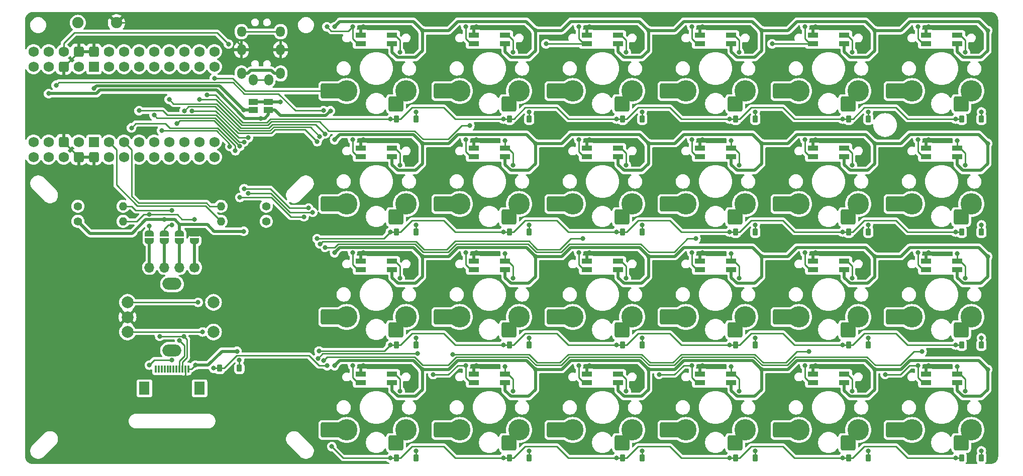
<source format=gbr>
%TF.GenerationSoftware,KiCad,Pcbnew,7.0.5*%
%TF.CreationDate,2025-01-15T14:24:04+08:00*%
%TF.ProjectId,TPS,5450532e-6b69-4636-9164-5f7063625858,rev?*%
%TF.SameCoordinates,Original*%
%TF.FileFunction,Copper,L2,Bot*%
%TF.FilePolarity,Positive*%
%FSLAX46Y46*%
G04 Gerber Fmt 4.6, Leading zero omitted, Abs format (unit mm)*
G04 Created by KiCad (PCBNEW 7.0.5) date 2025-01-15 14:24:04*
%MOMM*%
%LPD*%
G01*
G04 APERTURE LIST*
G04 Aperture macros list*
%AMRoundRect*
0 Rectangle with rounded corners*
0 $1 Rounding radius*
0 $2 $3 $4 $5 $6 $7 $8 $9 X,Y pos of 4 corners*
0 Add a 4 corners polygon primitive as box body*
4,1,4,$2,$3,$4,$5,$6,$7,$8,$9,$2,$3,0*
0 Add four circle primitives for the rounded corners*
1,1,$1+$1,$2,$3*
1,1,$1+$1,$4,$5*
1,1,$1+$1,$6,$7*
1,1,$1+$1,$8,$9*
0 Add four rect primitives between the rounded corners*
20,1,$1+$1,$2,$3,$4,$5,0*
20,1,$1+$1,$4,$5,$6,$7,0*
20,1,$1+$1,$6,$7,$8,$9,0*
20,1,$1+$1,$8,$9,$2,$3,0*%
%AMOutline4P*
0 Free polygon, 4 corners , with rotation*
0 The origin of the aperture is its center*
0 number of corners: always 4*
0 $1 to $8 corner X, Y*
0 $9 Rotation angle, in degrees counterclockwise*
0 create outline with 4 corners*
4,1,4,$1,$2,$3,$4,$5,$6,$7,$8,$1,$2,$9*%
%AMFreePoly0*
4,1,19,0.500000,-0.750000,0.000000,-0.750000,0.000000,-0.744911,-0.071157,-0.744911,-0.207708,-0.704816,-0.327430,-0.627875,-0.420627,-0.520320,-0.479746,-0.390866,-0.500000,-0.250000,-0.500000,0.250000,-0.479746,0.390866,-0.420627,0.520320,-0.327430,0.627875,-0.207708,0.704816,-0.071157,0.744911,0.000000,0.744911,0.000000,0.750000,0.500000,0.750000,0.500000,-0.750000,0.500000,-0.750000,
$1*%
%AMFreePoly1*
4,1,19,0.000000,0.744911,0.071157,0.744911,0.207708,0.704816,0.327430,0.627875,0.420627,0.520320,0.479746,0.390866,0.500000,0.250000,0.500000,-0.250000,0.479746,-0.390866,0.420627,-0.520320,0.327430,-0.627875,0.207708,-0.704816,0.071157,-0.744911,0.000000,-0.744911,0.000000,-0.750000,-0.500000,-0.750000,-0.500000,0.750000,0.000000,0.750000,0.000000,0.744911,0.000000,0.744911,
$1*%
G04 Aperture macros list end*
%TA.AperFunction,SMDPad,CuDef*%
%ADD10RoundRect,0.225000X0.225000X0.375000X-0.225000X0.375000X-0.225000X-0.375000X0.225000X-0.375000X0*%
%TD*%
%TA.AperFunction,ComponentPad*%
%ADD11C,1.400000*%
%TD*%
%TA.AperFunction,ComponentPad*%
%ADD12O,1.400000X1.400000*%
%TD*%
%TA.AperFunction,ComponentPad*%
%ADD13C,3.600000*%
%TD*%
%TA.AperFunction,SMDPad,CuDef*%
%ADD14RoundRect,0.250000X1.675000X1.000000X-1.675000X1.000000X-1.675000X-1.000000X1.675000X-1.000000X0*%
%TD*%
%TA.AperFunction,SMDPad,CuDef*%
%ADD15RoundRect,0.250000X1.000000X1.000000X-1.000000X1.000000X-1.000000X-1.000000X1.000000X-1.000000X0*%
%TD*%
%TA.AperFunction,ComponentPad*%
%ADD16O,1.500000X1.900000*%
%TD*%
%TA.AperFunction,ComponentPad*%
%ADD17O,1.500000X1.800000*%
%TD*%
%TA.AperFunction,ComponentPad*%
%ADD18O,3.200000X2.000000*%
%TD*%
%TA.AperFunction,ComponentPad*%
%ADD19C,2.000000*%
%TD*%
%TA.AperFunction,ComponentPad*%
%ADD20C,1.900000*%
%TD*%
%TA.AperFunction,ComponentPad*%
%ADD21C,1.700000*%
%TD*%
%TA.AperFunction,ComponentPad*%
%ADD22O,1.700000X1.700000*%
%TD*%
%TA.AperFunction,SMDPad,CuDef*%
%ADD23FreePoly0,90.000000*%
%TD*%
%TA.AperFunction,SMDPad,CuDef*%
%ADD24FreePoly1,90.000000*%
%TD*%
%TA.AperFunction,SMDPad,CuDef*%
%ADD25R,1.800000X0.820000*%
%TD*%
%TA.AperFunction,SMDPad,CuDef*%
%ADD26R,1.500000X1.000000*%
%TD*%
%TA.AperFunction,SMDPad,CuDef*%
%ADD27R,1.800000X2.200000*%
%TD*%
%TA.AperFunction,SMDPad,CuDef*%
%ADD28R,0.300000X1.300000*%
%TD*%
%TA.AperFunction,ComponentPad*%
%ADD29C,1.752600*%
%TD*%
%TA.AperFunction,ComponentPad*%
%ADD30RoundRect,0.438150X-0.438150X-0.438150X0.438150X-0.438150X0.438150X0.438150X-0.438150X0.438150X0*%
%TD*%
%TA.AperFunction,ComponentPad*%
%ADD31RoundRect,0.438150X0.438150X0.438150X-0.438150X0.438150X-0.438150X-0.438150X0.438150X-0.438150X0*%
%TD*%
%TA.AperFunction,ComponentPad*%
%ADD32Outline4P,-0.876300X-0.876300X0.876300X-0.876300X0.876300X0.876300X-0.876300X0.876300X180.000000*%
%TD*%
%TA.AperFunction,ComponentPad*%
%ADD33Outline4P,-0.876300X-0.876300X0.876300X-0.876300X0.876300X0.876300X-0.876300X0.876300X0.000000*%
%TD*%
%TA.AperFunction,ViaPad*%
%ADD34C,0.800000*%
%TD*%
%TA.AperFunction,Conductor*%
%ADD35C,0.500000*%
%TD*%
%TA.AperFunction,Conductor*%
%ADD36C,0.250000*%
%TD*%
G04 APERTURE END LIST*
D10*
%TO.P,D13,1*%
%TO.N,row0*%
X158200167Y-47050499D03*
%TO.P,D13,2*%
%TO.N,Net-(D13-Pad2)*%
X161500167Y-47050499D03*
%TD*%
%TO.P,D20,1*%
%TO.N,row3*%
X177250000Y-104200000D03*
%TO.P,D20,2*%
%TO.N,Net-(D20-Pad2)*%
X180550000Y-104200000D03*
%TD*%
D11*
%TO.P,R3,1*%
%TO.N,VCC*%
X79085000Y-61753000D03*
D12*
%TO.P,R3,2*%
%TO.N,X{slash}A*%
X71465000Y-61753000D03*
%TD*%
D13*
%TO.P,SW16,1,1*%
%TO.N,col2*%
X149800167Y-99475499D03*
D14*
X147375167Y-99475499D03*
D15*
X146700167Y-99475499D03*
D13*
%TO.P,SW16,2,2*%
%TO.N,Net-(D16-Pad2)*%
X159800167Y-99475499D03*
D15*
X158100167Y-101675499D03*
%TD*%
D10*
%TO.P,D1,1*%
%TO.N,row0*%
X101050167Y-47050499D03*
%TO.P,D1,2*%
%TO.N,Net-(D1-Pad2)*%
X104350167Y-47050499D03*
%TD*%
%TO.P,D18,1*%
%TO.N,row1*%
X177250167Y-66100499D03*
%TO.P,D18,2*%
%TO.N,Net-(D18-Pad2)*%
X180550167Y-66100499D03*
%TD*%
D13*
%TO.P,SW3,1,1*%
%TO.N,col5*%
X92650167Y-80425499D03*
D14*
X90225167Y-80425499D03*
D15*
X89550167Y-80425499D03*
D13*
%TO.P,SW3,2,2*%
%TO.N,Net-(D3-Pad2)*%
X102650167Y-80425499D03*
D15*
X100950167Y-82625499D03*
%TD*%
D13*
%TO.P,SW4,1,1*%
%TO.N,col5*%
X92650167Y-99475499D03*
D14*
X90225167Y-99475499D03*
D15*
X89550167Y-99475499D03*
D13*
%TO.P,SW4,2,2*%
%TO.N,Net-(D4-Pad2)*%
X102650167Y-99475499D03*
D15*
X100950167Y-101675499D03*
%TD*%
D10*
%TO.P,D22,1*%
%TO.N,row1*%
X196300167Y-66100499D03*
%TO.P,D22,2*%
%TO.N,Net-(D22-Pad2)*%
X199600167Y-66100499D03*
%TD*%
D13*
%TO.P,SW1,1,1*%
%TO.N,col5*%
X92650167Y-42325499D03*
D14*
X90225167Y-42325499D03*
D15*
X89550167Y-42325499D03*
D13*
%TO.P,SW1,2,2*%
%TO.N,Net-(D1-Pad2)*%
X102650167Y-42325499D03*
D15*
X100950167Y-44525499D03*
%TD*%
D10*
%TO.P,D6,1*%
%TO.N,row1*%
X120100167Y-66100499D03*
%TO.P,D6,2*%
%TO.N,Net-(D6-Pad2)*%
X123400167Y-66100499D03*
%TD*%
D13*
%TO.P,SW7,1,1*%
%TO.N,col4*%
X111700168Y-80425498D03*
D14*
X109275168Y-80425498D03*
D15*
X108600168Y-80425498D03*
D13*
%TO.P,SW7,2,2*%
%TO.N,Net-(D7-Pad2)*%
X121700168Y-80425498D03*
D15*
X120000168Y-82625498D03*
%TD*%
D16*
%TO.P,T1,1,T/VCC*%
%TO.N,VCC*%
X74914000Y-39350000D03*
X81514000Y-39350000D03*
D17*
%TO.P,T1,2,R/SNL*%
%TO.N,SGN*%
X74914000Y-32302000D03*
X81514000Y-32302000D03*
D16*
%TO.P,T1,3,R/GND*%
%TO.N,GND*%
X74914000Y-35350000D03*
X81514000Y-35350000D03*
%TO.P,T1,4,S/No*%
%TO.N,unconnected-(T1-S{slash}No-Pad4)*%
X76914000Y-40450000D03*
X79514000Y-40450000D03*
%TD*%
D13*
%TO.P,SW9,1,1*%
%TO.N,col3*%
X130750167Y-42325499D03*
D14*
X128325167Y-42325499D03*
D15*
X127650167Y-42325499D03*
D13*
%TO.P,SW9,2,2*%
%TO.N,Net-(D9-Pad2)*%
X140750167Y-42325499D03*
D15*
X139050167Y-44525499D03*
%TD*%
D10*
%TO.P,D2,1*%
%TO.N,row1*%
X101050167Y-66100499D03*
%TO.P,D2,2*%
%TO.N,Net-(D2-Pad2)*%
X104350167Y-66100499D03*
%TD*%
%TO.P,D7,1*%
%TO.N,row2*%
X120100168Y-85150498D03*
%TO.P,D7,2*%
%TO.N,Net-(D7-Pad2)*%
X123400168Y-85150498D03*
%TD*%
D13*
%TO.P,SW17,1,1*%
%TO.N,col1*%
X168850167Y-42325499D03*
D14*
X166425167Y-42325499D03*
D15*
X165750167Y-42325499D03*
D13*
%TO.P,SW17,2,2*%
%TO.N,Net-(D17-Pad2)*%
X178850167Y-42325499D03*
D15*
X177150167Y-44525499D03*
%TD*%
D13*
%TO.P,SW22,1,1*%
%TO.N,col0*%
X187900167Y-61375499D03*
D14*
X185475167Y-61375499D03*
D15*
X184800167Y-61375499D03*
D13*
%TO.P,SW22,2,2*%
%TO.N,Net-(D22-Pad2)*%
X197900167Y-61375499D03*
D15*
X196200167Y-63575499D03*
%TD*%
D13*
%TO.P,SW21,1,1*%
%TO.N,col0*%
X187900167Y-42325499D03*
D14*
X185475167Y-42325499D03*
D15*
X184800167Y-42325499D03*
D13*
%TO.P,SW21,2,2*%
%TO.N,Net-(D21-Pad2)*%
X197900167Y-42325499D03*
D15*
X196200167Y-44525499D03*
%TD*%
D10*
%TO.P,D19,1*%
%TO.N,row2*%
X177250167Y-85150499D03*
%TO.P,D19,2*%
%TO.N,Net-(D19-Pad2)*%
X180550167Y-85150499D03*
%TD*%
D13*
%TO.P,SW23,1,1*%
%TO.N,col0*%
X187900167Y-80425499D03*
D14*
X185475167Y-80425499D03*
D15*
X184800167Y-80425499D03*
D13*
%TO.P,SW23,2,2*%
%TO.N,Net-(D23-Pad2)*%
X197900167Y-80425499D03*
D15*
X196200167Y-82625499D03*
%TD*%
D10*
%TO.P,D12,1*%
%TO.N,row3*%
X139150167Y-104200499D03*
%TO.P,D12,2*%
%TO.N,Net-(D12-Pad2)*%
X142450167Y-104200499D03*
%TD*%
%TO.P,D25,1*%
%TO.N,row3*%
X71271000Y-89075000D03*
%TO.P,D25,2*%
%TO.N,Net-(SW25-SW)*%
X74571000Y-89075000D03*
%TD*%
D13*
%TO.P,SW18,1,1*%
%TO.N,col1*%
X168850167Y-61375499D03*
D14*
X166425167Y-61375499D03*
D15*
X165750167Y-61375499D03*
D13*
%TO.P,SW18,2,2*%
%TO.N,Net-(D18-Pad2)*%
X178850167Y-61375499D03*
D15*
X177150167Y-63575499D03*
%TD*%
D10*
%TO.P,D4,1*%
%TO.N,row3*%
X101050167Y-104200499D03*
%TO.P,D4,2*%
%TO.N,Net-(D4-Pad2)*%
X104350167Y-104200499D03*
%TD*%
%TO.P,D14,1*%
%TO.N,row1*%
X158200167Y-66100499D03*
%TO.P,D14,2*%
%TO.N,Net-(D14-Pad2)*%
X161500167Y-66100499D03*
%TD*%
%TO.P,D11,1*%
%TO.N,row2*%
X139150167Y-85150499D03*
%TO.P,D11,2*%
%TO.N,Net-(D11-Pad2)*%
X142450167Y-85150499D03*
%TD*%
%TO.P,D10,1*%
%TO.N,row1*%
X139150167Y-66100499D03*
%TO.P,D10,2*%
%TO.N,Net-(D10-Pad2)*%
X142450167Y-66100499D03*
%TD*%
D18*
%TO.P,SW25,*%
%TO.N,*%
X63218000Y-74843000D03*
X63218000Y-86043000D03*
D19*
%TO.P,SW25,A,CLK*%
%TO.N,X{slash}A*%
X55718000Y-77943000D03*
%TO.P,SW25,B,DT*%
%TO.N,Y{slash}B*%
X55718000Y-82943000D03*
%TO.P,SW25,C,GND*%
%TO.N,GND*%
X55718000Y-80443000D03*
%TO.P,SW25,S1,SW*%
%TO.N,Net-(SW25-SW)*%
X70218000Y-77943000D03*
%TO.P,SW25,S2,GND*%
%TO.N,col6*%
X70218000Y-82943000D03*
%TD*%
D13*
%TO.P,SW13,1,1*%
%TO.N,col2*%
X149800167Y-42325499D03*
D14*
X147375167Y-42325499D03*
D15*
X146700167Y-42325499D03*
D13*
%TO.P,SW13,2,2*%
%TO.N,Net-(D13-Pad2)*%
X159800167Y-42325499D03*
D15*
X158100167Y-44525499D03*
%TD*%
D11*
%TO.P,R1,1*%
%TO.N,+3V3*%
X47351000Y-64293000D03*
D12*
%TO.P,R1,2*%
%TO.N,SDA*%
X54971000Y-64293000D03*
%TD*%
D13*
%TO.P,SW12,1,1*%
%TO.N,col3*%
X130750167Y-99475499D03*
D14*
X128325167Y-99475499D03*
D15*
X127650167Y-99475499D03*
D13*
%TO.P,SW12,2,2*%
%TO.N,Net-(D12-Pad2)*%
X140750167Y-99475499D03*
D15*
X139050167Y-101675499D03*
%TD*%
D10*
%TO.P,D16,1*%
%TO.N,row3*%
X158200167Y-104200499D03*
%TO.P,D16,2*%
%TO.N,Net-(D16-Pad2)*%
X161500167Y-104200499D03*
%TD*%
%TO.P,D17,1*%
%TO.N,row0*%
X177250167Y-47050499D03*
%TO.P,D17,2*%
%TO.N,Net-(D17-Pad2)*%
X180550167Y-47050499D03*
%TD*%
D20*
%TO.P,RST1,1,1*%
%TO.N,GND*%
X53851000Y-30823000D03*
%TO.P,RST1,2,2*%
%TO.N,RST*%
X47351000Y-30823000D03*
%TD*%
D13*
%TO.P,SW14,1,1*%
%TO.N,col2*%
X149800167Y-61375499D03*
D14*
X147375167Y-61375499D03*
D15*
X146700167Y-61375499D03*
D13*
%TO.P,SW14,2,2*%
%TO.N,Net-(D14-Pad2)*%
X159800167Y-61375499D03*
D15*
X158100167Y-63575499D03*
%TD*%
D10*
%TO.P,D3,1*%
%TO.N,row2*%
X101050167Y-85150499D03*
%TO.P,D3,2*%
%TO.N,Net-(D3-Pad2)*%
X104350167Y-85150499D03*
%TD*%
D13*
%TO.P,SW5,1,1*%
%TO.N,col4*%
X111700167Y-42325499D03*
D14*
X109275167Y-42325499D03*
D15*
X108600167Y-42325499D03*
D13*
%TO.P,SW5,2,2*%
%TO.N,Net-(D5-Pad2)*%
X121700167Y-42325499D03*
D15*
X120000167Y-44525499D03*
%TD*%
D13*
%TO.P,SW11,1,1*%
%TO.N,col3*%
X130750167Y-80425499D03*
D14*
X128325167Y-80425499D03*
D15*
X127650167Y-80425499D03*
D13*
%TO.P,SW11,2,2*%
%TO.N,Net-(D11-Pad2)*%
X140750167Y-80425499D03*
D15*
X139050167Y-82625499D03*
%TD*%
D10*
%TO.P,D15,1*%
%TO.N,row2*%
X158200167Y-85150499D03*
%TO.P,D15,2*%
%TO.N,Net-(D15-Pad2)*%
X161500167Y-85150499D03*
%TD*%
D11*
%TO.P,R4,1*%
%TO.N,VCC*%
X79085000Y-64293000D03*
D12*
%TO.P,R4,2*%
%TO.N,Y{slash}B*%
X71465000Y-64293000D03*
%TD*%
D13*
%TO.P,SW20,1,1*%
%TO.N,col1*%
X168850167Y-99475499D03*
D14*
X166425167Y-99475499D03*
D15*
X165750167Y-99475499D03*
D13*
%TO.P,SW20,2,2*%
%TO.N,Net-(D20-Pad2)*%
X178850167Y-99475499D03*
D15*
X177150167Y-101675499D03*
%TD*%
D13*
%TO.P,SW15,1,1*%
%TO.N,col2*%
X149800167Y-80425499D03*
D14*
X147375167Y-80425499D03*
D15*
X146700167Y-80425499D03*
D13*
%TO.P,SW15,2,2*%
%TO.N,Net-(D15-Pad2)*%
X159800167Y-80425499D03*
D15*
X158100167Y-82625499D03*
%TD*%
D10*
%TO.P,D8,1*%
%TO.N,row3*%
X120100167Y-104200499D03*
%TO.P,D8,2*%
%TO.N,Net-(D8-Pad2)*%
X123400167Y-104200499D03*
%TD*%
D13*
%TO.P,SW10,1,1*%
%TO.N,col3*%
X130750167Y-61375499D03*
D14*
X128325167Y-61375499D03*
D15*
X127650167Y-61375499D03*
D13*
%TO.P,SW10,2,2*%
%TO.N,Net-(D10-Pad2)*%
X140750167Y-61375499D03*
D15*
X139050167Y-63575499D03*
%TD*%
D10*
%TO.P,D9,1*%
%TO.N,row0*%
X139150167Y-47050499D03*
%TO.P,D9,2*%
%TO.N,Net-(D9-Pad2)*%
X142450167Y-47050499D03*
%TD*%
%TO.P,D24,1*%
%TO.N,row3*%
X196300168Y-104200498D03*
%TO.P,D24,2*%
%TO.N,Net-(D24-Pad2)*%
X199600168Y-104200498D03*
%TD*%
D21*
%TO.P,J1,1,Pin_1*%
%TO.N,Net-(J1-Pin_1)*%
X67027500Y-72073000D03*
D22*
%TO.P,J1,2,Pin_2*%
%TO.N,Net-(J1-Pin_2)*%
X64487500Y-72073000D03*
%TO.P,J1,3,Pin_3*%
%TO.N,Net-(J1-Pin_3)*%
X61947500Y-72073000D03*
%TO.P,J1,4,Pin_4*%
%TO.N,Net-(J1-Pin_4)*%
X59407500Y-72073000D03*
%TD*%
D13*
%TO.P,SW6,1,1*%
%TO.N,col4*%
X111700167Y-61375499D03*
D14*
X109275167Y-61375499D03*
D15*
X108600167Y-61375499D03*
D13*
%TO.P,SW6,2,2*%
%TO.N,Net-(D6-Pad2)*%
X121700167Y-61375499D03*
D15*
X120000167Y-63575499D03*
%TD*%
D11*
%TO.P,R2,1*%
%TO.N,+3V3*%
X47351000Y-61753000D03*
D12*
%TO.P,R2,2*%
%TO.N,SCL*%
X54971000Y-61753000D03*
%TD*%
D10*
%TO.P,D21,1*%
%TO.N,row0*%
X196300167Y-47050499D03*
%TO.P,D21,2*%
%TO.N,Net-(D21-Pad2)*%
X199600167Y-47050499D03*
%TD*%
%TO.P,D5,1*%
%TO.N,row0*%
X120100167Y-47050499D03*
%TO.P,D5,2*%
%TO.N,Net-(D5-Pad2)*%
X123400167Y-47050499D03*
%TD*%
D13*
%TO.P,SW2,1,1*%
%TO.N,col5*%
X92650167Y-61375499D03*
D14*
X90225167Y-61375499D03*
D15*
X89550167Y-61375499D03*
D13*
%TO.P,SW2,2,2*%
%TO.N,Net-(D2-Pad2)*%
X102650167Y-61375499D03*
D15*
X100950167Y-63575499D03*
%TD*%
D10*
%TO.P,D23,1*%
%TO.N,row2*%
X196300167Y-85150499D03*
%TO.P,D23,2*%
%TO.N,Net-(D23-Pad2)*%
X199600167Y-85150499D03*
%TD*%
D13*
%TO.P,SW24,1,1*%
%TO.N,col0*%
X187900168Y-99475498D03*
D14*
X185475168Y-99475498D03*
D15*
X184800168Y-99475498D03*
D13*
%TO.P,SW24,2,2*%
%TO.N,Net-(D24-Pad2)*%
X197900168Y-99475498D03*
D15*
X196200168Y-101675498D03*
%TD*%
D13*
%TO.P,SW8,1,1*%
%TO.N,col4*%
X111700167Y-99475499D03*
D14*
X109275167Y-99475499D03*
D15*
X108600167Y-99475499D03*
D13*
%TO.P,SW8,2,2*%
%TO.N,Net-(D8-Pad2)*%
X121700167Y-99475499D03*
D15*
X120000167Y-101675499D03*
%TD*%
D13*
%TO.P,SW19,1,1*%
%TO.N,col1*%
X168850167Y-80425499D03*
D14*
X166425167Y-80425499D03*
D15*
X165750167Y-80425499D03*
D13*
%TO.P,SW19,2,2*%
%TO.N,Net-(D19-Pad2)*%
X178850167Y-80425499D03*
D15*
X177150167Y-82625499D03*
%TD*%
D23*
%TO.P,JP9,1,A*%
%TO.N,Net-(J1-Pin_1)*%
X67027500Y-67643000D03*
D24*
%TO.P,JP9,2,B*%
%TO.N,GND*%
X67027500Y-66343000D03*
%TD*%
D25*
%TO.P,L5,1,VDD*%
%TO.N,+5V*%
X119350167Y-34375499D03*
%TO.P,L5,2,DOUT*%
%TO.N,Net-(L5-DOUT)*%
X119350167Y-32875499D03*
%TO.P,L5,3,GND*%
%TO.N,GND*%
X114050167Y-32875499D03*
%TO.P,L5,4,DIN*%
%TO.N,Net-(L5-DIN)*%
X114050167Y-34375499D03*
%TD*%
%TO.P,L13,1,VDD*%
%TO.N,+5V*%
X157450167Y-34375499D03*
%TO.P,L13,2,DOUT*%
%TO.N,Net-(L13-DOUT)*%
X157450167Y-32875499D03*
%TO.P,L13,3,GND*%
%TO.N,GND*%
X152150167Y-32875499D03*
%TO.P,L13,4,DIN*%
%TO.N,Net-(L13-DIN)*%
X152150167Y-34375499D03*
%TD*%
D23*
%TO.P,JP12,1,A*%
%TO.N,Net-(J1-Pin_4)*%
X59407500Y-67643000D03*
D24*
%TO.P,JP12,2,B*%
%TO.N,SDA*%
X59407500Y-66343000D03*
%TD*%
D25*
%TO.P,L11,1,VDD*%
%TO.N,+5V*%
X138400167Y-72475499D03*
%TO.P,L11,2,DOUT*%
%TO.N,Net-(L11-DOUT)*%
X138400167Y-70975499D03*
%TO.P,L11,3,GND*%
%TO.N,GND*%
X133100167Y-70975499D03*
%TO.P,L11,4,DIN*%
%TO.N,Net-(L10-DOUT)*%
X133100167Y-72475499D03*
%TD*%
%TO.P,L23,1,VDD*%
%TO.N,+5V*%
X195550167Y-72475499D03*
%TO.P,L23,2,DOUT*%
%TO.N,Net-(L22-DIN)*%
X195550167Y-70975499D03*
%TO.P,L23,3,GND*%
%TO.N,GND*%
X190250167Y-70975499D03*
%TO.P,L23,4,DIN*%
%TO.N,Net-(L23-DIN)*%
X190250167Y-72475499D03*
%TD*%
D26*
%TO.P,JP3,1,A*%
%TO.N,+3V3*%
X76944000Y-45500000D03*
%TO.P,JP3,2,B*%
%TO.N,VCC*%
X76944000Y-44200000D03*
%TD*%
D25*
%TO.P,L10,1,VDD*%
%TO.N,+5V*%
X138400167Y-53425499D03*
%TO.P,L10,2,DOUT*%
%TO.N,Net-(L10-DOUT)*%
X138400167Y-51925499D03*
%TO.P,L10,3,GND*%
%TO.N,GND*%
X133100167Y-51925499D03*
%TO.P,L10,4,DIN*%
%TO.N,Net-(L10-DIN)*%
X133100167Y-53425499D03*
%TD*%
%TO.P,L16,1,VDD*%
%TO.N,+5V*%
X157450167Y-91525499D03*
%TO.P,L16,2,DOUT*%
%TO.N,Net-(L15-DIN)*%
X157450167Y-90025499D03*
%TO.P,L16,3,GND*%
%TO.N,GND*%
X152150167Y-90025499D03*
%TO.P,L16,4,DIN*%
%TO.N,Net-(L12-DOUT)*%
X152150167Y-91525499D03*
%TD*%
%TO.P,L17,1,VDD*%
%TO.N,+5V*%
X176500167Y-34375499D03*
%TO.P,L17,2,DOUT*%
%TO.N,Net-(L17-DOUT)*%
X176500167Y-32875499D03*
%TO.P,L17,3,GND*%
%TO.N,GND*%
X171200167Y-32875499D03*
%TO.P,L17,4,DIN*%
%TO.N,Net-(L13-DOUT)*%
X171200167Y-34375499D03*
%TD*%
%TO.P,L18,1,VDD*%
%TO.N,+5V*%
X176500167Y-53425499D03*
%TO.P,L18,2,DOUT*%
%TO.N,Net-(L18-DOUT)*%
X176500167Y-51925499D03*
%TO.P,L18,3,GND*%
%TO.N,GND*%
X171200167Y-51925499D03*
%TO.P,L18,4,DIN*%
%TO.N,Net-(L17-DOUT)*%
X171200167Y-53425499D03*
%TD*%
D23*
%TO.P,JP11,1,A*%
%TO.N,Net-(J1-Pin_3)*%
X61947500Y-67643000D03*
D24*
%TO.P,JP11,2,B*%
%TO.N,SCL*%
X61947500Y-66343000D03*
%TD*%
D23*
%TO.P,JP10,1,A*%
%TO.N,Net-(J1-Pin_2)*%
X64487500Y-67643000D03*
D24*
%TO.P,JP10,2,B*%
%TO.N,+3V3*%
X64487500Y-66343000D03*
%TD*%
D25*
%TO.P,L24,1,VDD*%
%TO.N,+5V*%
X195550167Y-91525499D03*
%TO.P,L24,2,DOUT*%
%TO.N,Net-(L23-DIN)*%
X195550167Y-90025499D03*
%TO.P,L24,3,GND*%
%TO.N,GND*%
X190250167Y-90025499D03*
%TO.P,L24,4,DIN*%
%TO.N,Net-(L20-DOUT)*%
X190250167Y-91525499D03*
%TD*%
D26*
%TO.P,JP4,1,A*%
%TO.N,+5V*%
X79484000Y-45500000D03*
%TO.P,JP4,2,B*%
%TO.N,VCC*%
X79484000Y-44200000D03*
%TD*%
D25*
%TO.P,L2,1,VDD*%
%TO.N,+5V*%
X100300167Y-53425499D03*
%TO.P,L2,2,DOUT*%
%TO.N,Net-(L2-DOUT)*%
X100300167Y-51925499D03*
%TO.P,L2,3,GND*%
%TO.N,GND*%
X95000167Y-51925499D03*
%TO.P,L2,4,DIN*%
%TO.N,Net-(L1-DOUT)*%
X95000167Y-53425499D03*
%TD*%
%TO.P,L15,1,VDD*%
%TO.N,+5V*%
X157450167Y-72475499D03*
%TO.P,L15,2,DOUT*%
%TO.N,Net-(L14-DIN)*%
X157450167Y-70975499D03*
%TO.P,L15,3,GND*%
%TO.N,GND*%
X152150167Y-70975499D03*
%TO.P,L15,4,DIN*%
%TO.N,Net-(L15-DIN)*%
X152150167Y-72475499D03*
%TD*%
%TO.P,L21,1,VDD*%
%TO.N,+5V*%
X195550167Y-34375499D03*
%TO.P,L21,2,DOUT*%
%TO.N,unconnected-(L21-DOUT-Pad2)*%
X195550167Y-32875499D03*
%TO.P,L21,3,GND*%
%TO.N,GND*%
X190250167Y-32875499D03*
%TO.P,L21,4,DIN*%
%TO.N,Net-(L21-DIN)*%
X190250167Y-34375499D03*
%TD*%
%TO.P,L8,1,VDD*%
%TO.N,+5V*%
X119350167Y-91525499D03*
%TO.P,L8,2,DOUT*%
%TO.N,Net-(L7-DIN)*%
X119350167Y-90025499D03*
%TO.P,L8,3,GND*%
%TO.N,GND*%
X114050167Y-90025499D03*
%TO.P,L8,4,DIN*%
%TO.N,Net-(L4-DOUT)*%
X114050167Y-91525499D03*
%TD*%
%TO.P,L9,1,VDD*%
%TO.N,+5V*%
X138400167Y-34375499D03*
%TO.P,L9,2,DOUT*%
%TO.N,Net-(L10-DIN)*%
X138400167Y-32875499D03*
%TO.P,L9,3,GND*%
%TO.N,GND*%
X133100167Y-32875499D03*
%TO.P,L9,4,DIN*%
%TO.N,Net-(L5-DOUT)*%
X133100167Y-34375499D03*
%TD*%
%TO.P,L20,1,VDD*%
%TO.N,+5V*%
X176500167Y-91525499D03*
%TO.P,L20,2,DOUT*%
%TO.N,Net-(L20-DOUT)*%
X176500167Y-90025499D03*
%TO.P,L20,3,GND*%
%TO.N,GND*%
X171200167Y-90025499D03*
%TO.P,L20,4,DIN*%
%TO.N,Net-(L19-DOUT)*%
X171200167Y-91525499D03*
%TD*%
%TO.P,L14,1,VDD*%
%TO.N,+5V*%
X157450167Y-53425499D03*
%TO.P,L14,2,DOUT*%
%TO.N,Net-(L13-DIN)*%
X157450167Y-51925499D03*
%TO.P,L14,3,GND*%
%TO.N,GND*%
X152150167Y-51925499D03*
%TO.P,L14,4,DIN*%
%TO.N,Net-(L14-DIN)*%
X152150167Y-53425499D03*
%TD*%
%TO.P,L6,1,VDD*%
%TO.N,+5V*%
X119350167Y-53425499D03*
%TO.P,L6,2,DOUT*%
%TO.N,Net-(L5-DIN)*%
X119350167Y-51925499D03*
%TO.P,L6,3,GND*%
%TO.N,GND*%
X114050167Y-51925499D03*
%TO.P,L6,4,DIN*%
%TO.N,Net-(L6-DIN)*%
X114050167Y-53425499D03*
%TD*%
%TO.P,L22,1,VDD*%
%TO.N,+5V*%
X195550167Y-53425499D03*
%TO.P,L22,2,DOUT*%
%TO.N,Net-(L21-DIN)*%
X195550167Y-51925499D03*
%TO.P,L22,3,GND*%
%TO.N,GND*%
X190250167Y-51925499D03*
%TO.P,L22,4,DIN*%
%TO.N,Net-(L22-DIN)*%
X190250167Y-53425499D03*
%TD*%
%TO.P,L3,1,VDD*%
%TO.N,+5V*%
X100300167Y-72475499D03*
%TO.P,L3,2,DOUT*%
%TO.N,Net-(L3-DOUT)*%
X100300167Y-70975499D03*
%TO.P,L3,3,GND*%
%TO.N,GND*%
X95000167Y-70975499D03*
%TO.P,L3,4,DIN*%
%TO.N,Net-(L2-DOUT)*%
X95000167Y-72475499D03*
%TD*%
%TO.P,L4,1,VDD*%
%TO.N,+5V*%
X100300167Y-91525499D03*
%TO.P,L4,2,DOUT*%
%TO.N,Net-(L4-DOUT)*%
X100300167Y-90025499D03*
%TO.P,L4,3,GND*%
%TO.N,GND*%
X95000167Y-90025499D03*
%TO.P,L4,4,DIN*%
%TO.N,Net-(L3-DOUT)*%
X95000167Y-91525499D03*
%TD*%
%TO.P,L12,1,VDD*%
%TO.N,+5V*%
X138400167Y-91525499D03*
%TO.P,L12,2,DOUT*%
%TO.N,Net-(L12-DOUT)*%
X138400167Y-90025499D03*
%TO.P,L12,3,GND*%
%TO.N,GND*%
X133100167Y-90025499D03*
%TO.P,L12,4,DIN*%
%TO.N,Net-(L11-DOUT)*%
X133100167Y-91525499D03*
%TD*%
%TO.P,L19,1,VDD*%
%TO.N,+5V*%
X176500167Y-72475499D03*
%TO.P,L19,2,DOUT*%
%TO.N,Net-(L19-DOUT)*%
X176500167Y-70975499D03*
%TO.P,L19,3,GND*%
%TO.N,GND*%
X171200167Y-70975499D03*
%TO.P,L19,4,DIN*%
%TO.N,Net-(L18-DOUT)*%
X171200167Y-72475499D03*
%TD*%
%TO.P,L7,1,VDD*%
%TO.N,+5V*%
X119350168Y-72475498D03*
%TO.P,L7,2,DOUT*%
%TO.N,Net-(L6-DIN)*%
X119350168Y-70975498D03*
%TO.P,L7,3,GND*%
%TO.N,GND*%
X114050168Y-70975498D03*
%TO.P,L7,4,DIN*%
%TO.N,Net-(L7-DIN)*%
X114050168Y-72475498D03*
%TD*%
D27*
%TO.P,J3,*%
%TO.N,*%
X67868000Y-92443000D03*
X58568000Y-92443000D03*
D28*
%TO.P,J3,1,Pin_1*%
%TO.N,+3V3*%
X65968000Y-89193000D03*
%TO.P,J3,2,Pin_2*%
%TO.N,GND*%
X65468000Y-89193000D03*
%TO.P,J3,3,Pin_3*%
%TO.N,SDA*%
X64968000Y-89193000D03*
%TO.P,J3,4,Pin_4*%
%TO.N,SCL*%
X64468000Y-89193000D03*
%TO.P,J3,5,Pin_5*%
%TO.N,unconnected-(J3-Pin_5-Pad5)*%
X63968000Y-89193000D03*
%TO.P,J3,6,Pin_6*%
%TO.N,unconnected-(J3-Pin_6-Pad6)*%
X63468000Y-89193000D03*
%TO.P,J3,7,Pin_7*%
%TO.N,unconnected-(J3-Pin_7-Pad7)*%
X62968000Y-89193000D03*
%TO.P,J3,8,Pin_8*%
%TO.N,unconnected-(J3-Pin_8-Pad8)*%
X62468000Y-89193000D03*
%TO.P,J3,9,Pin_9*%
%TO.N,unconnected-(J3-Pin_9-Pad9)*%
X61968000Y-89193000D03*
%TO.P,J3,10,Pin_10*%
%TO.N,unconnected-(J3-Pin_10-Pad10)*%
X61468000Y-89193000D03*
%TO.P,J3,11,Pin_11*%
%TO.N,unconnected-(J3-Pin_11-Pad11)*%
X60968000Y-89193000D03*
%TO.P,J3,12,Pin_12*%
%TO.N,unconnected-(J3-Pin_12-Pad12)*%
X60468000Y-89193000D03*
%TD*%
D25*
%TO.P,L1,1,VDD*%
%TO.N,+5V*%
X100300167Y-34375499D03*
%TO.P,L1,2,DOUT*%
%TO.N,Net-(L1-DOUT)*%
X100300167Y-32875499D03*
%TO.P,L1,3,GND*%
%TO.N,GND*%
X95000167Y-32875499D03*
%TO.P,L1,4,DIN*%
%TO.N,RGB*%
X95000167Y-34375499D03*
%TD*%
D29*
%TO.P,U1,1,?*%
%TO.N,unconnected-(U1-?-Pad1)*%
X39881000Y-35681000D03*
X39881000Y-53461000D03*
%TO.P,U1,2,0/PD3*%
%TO.N,RGB*%
X42421000Y-35681000D03*
X42421000Y-53461000D03*
%TO.P,U1,3,1/PD2*%
%TO.N,SGN*%
X44961000Y-35681000D03*
X44961000Y-53461000D03*
D30*
%TO.P,U1,4,GND*%
%TO.N,GND*%
X47501000Y-35681000D03*
D31*
X47501000Y-53461000D03*
D30*
%TO.P,U1,5,GND*%
X50041000Y-35681000D03*
D31*
X50041000Y-53461000D03*
D29*
%TO.P,U1,6,2/PD1*%
%TO.N,SDA*%
X52581000Y-35681000D03*
X52581000Y-53461000D03*
%TO.P,U1,7,3/PD0*%
%TO.N,SCL*%
X55121000Y-35681000D03*
X55121000Y-53461000D03*
%TO.P,U1,8,4/PD4*%
%TO.N,col6*%
X57661000Y-35681000D03*
X57661000Y-53461000D03*
%TO.P,U1,9,5/PC6*%
%TO.N,unconnected-(U1-5{slash}PC6-Pad9)*%
X60201000Y-35681000D03*
X60201000Y-53461000D03*
%TO.P,U1,10,6/PD7*%
%TO.N,row3*%
X62741000Y-35681000D03*
X62741000Y-53461000D03*
%TO.P,U1,11,7/PE6*%
%TO.N,row2*%
X65281000Y-35681000D03*
X65281000Y-53461000D03*
%TO.P,U1,12,8/PB4*%
%TO.N,row1*%
X67821000Y-35681000D03*
X67821000Y-53461000D03*
%TO.P,U1,13,9/PB5*%
%TO.N,row0*%
X70361000Y-35681000D03*
X70361000Y-53461000D03*
%TO.P,U1,14,21/PB6*%
%TO.N,col5*%
X70361000Y-38221000D03*
X70361000Y-50921000D03*
%TO.P,U1,15,23/PB2*%
%TO.N,col4*%
X67821000Y-38221000D03*
X67821000Y-50921000D03*
%TO.P,U1,16,20/PB3*%
%TO.N,col3*%
X65281000Y-38221000D03*
X65281000Y-50921000D03*
%TO.P,U1,17,22/PB1*%
%TO.N,col2*%
X62741000Y-38221000D03*
X62741000Y-50921000D03*
%TO.P,U1,18,26/PF7*%
%TO.N,col1*%
X60201000Y-38221000D03*
X60201000Y-50921000D03*
%TO.P,U1,19,27/PF6*%
%TO.N,col0*%
X57661000Y-38221000D03*
X57661000Y-50921000D03*
%TO.P,U1,20,28/PF5*%
%TO.N,X{slash}A*%
X55121000Y-38221000D03*
X55121000Y-50921000D03*
%TO.P,U1,21,29/PF4*%
%TO.N,Y{slash}B*%
X52581000Y-38221000D03*
X52581000Y-50921000D03*
D32*
%TO.P,U1,22,VCC*%
%TO.N,+3V3*%
X50041000Y-38221000D03*
D33*
X50041000Y-50921000D03*
D29*
%TO.P,U1,23,RST*%
%TO.N,RST*%
X47501000Y-38221000D03*
X47501000Y-50921000D03*
D31*
%TO.P,U1,24,GND*%
%TO.N,GND*%
X44961000Y-38221000D03*
D30*
X44961000Y-50921000D03*
D29*
%TO.P,U1,25,B0*%
%TO.N,+5V*%
X42421000Y-38221000D03*
X42421000Y-50921000D03*
%TO.P,U1,26,?*%
%TO.N,unconnected-(U1-?-Pad26)*%
X39881000Y-38221000D03*
X39881000Y-50921000D03*
%TD*%
D34*
%TO.N,row0*%
X195250000Y-47050000D03*
X138100000Y-47050000D03*
X69090000Y-43010000D03*
X157150000Y-47050000D03*
X119050000Y-47050000D03*
X100000000Y-47050000D03*
X176200000Y-47050000D03*
%TO.N,Net-(D1-Pad2)*%
X104350000Y-45850000D03*
%TO.N,row1*%
X100000000Y-66100000D03*
X138100000Y-66100000D03*
X87660000Y-67210000D03*
X157150000Y-66100000D03*
X119050000Y-66100000D03*
X176200000Y-66100000D03*
X195250000Y-66100000D03*
X66540000Y-45650000D03*
X87670000Y-50860000D03*
%TO.N,Net-(D2-Pad2)*%
X104350000Y-64900000D03*
%TO.N,row2*%
X74650000Y-60255000D03*
X195250000Y-85150000D03*
X138100000Y-85150000D03*
X64010000Y-47800000D03*
X119050000Y-85150000D03*
X100000000Y-85150000D03*
X85470000Y-63520000D03*
X157140000Y-85150000D03*
X87980000Y-86160000D03*
X176200000Y-85150000D03*
X74630000Y-51650000D03*
%TO.N,Net-(D3-Pad2)*%
X104350000Y-83950000D03*
%TO.N,row3*%
X100000000Y-104200000D03*
X70220000Y-89070000D03*
X157150000Y-104200000D03*
X119050000Y-104200000D03*
X72960000Y-51660000D03*
X61470000Y-48990000D03*
X90150000Y-102270000D03*
X176200000Y-104200000D03*
X89370000Y-88630000D03*
X138100000Y-104200000D03*
X195250000Y-104200000D03*
%TO.N,Net-(D4-Pad2)*%
X104350000Y-103000000D03*
%TO.N,Net-(D5-Pad2)*%
X123400000Y-45850000D03*
%TO.N,Net-(D6-Pad2)*%
X123400000Y-64900000D03*
%TO.N,Net-(D7-Pad2)*%
X123400000Y-83950000D03*
%TO.N,Net-(D8-Pad2)*%
X123400000Y-103000000D03*
%TO.N,Net-(D9-Pad2)*%
X142450000Y-45850000D03*
%TO.N,Net-(D10-Pad2)*%
X142450000Y-64900000D03*
%TO.N,Net-(D11-Pad2)*%
X142450000Y-83950000D03*
%TO.N,Net-(D12-Pad2)*%
X142450000Y-103000000D03*
%TO.N,Net-(D13-Pad2)*%
X161500000Y-45850000D03*
%TO.N,Net-(D14-Pad2)*%
X161500000Y-64900000D03*
%TO.N,Net-(D15-Pad2)*%
X161500000Y-83950000D03*
%TO.N,Net-(D16-Pad2)*%
X161500000Y-103000000D03*
%TO.N,Net-(D17-Pad2)*%
X180550000Y-45850000D03*
%TO.N,Net-(D18-Pad2)*%
X180550000Y-64900000D03*
%TO.N,Net-(D19-Pad2)*%
X180550000Y-83950000D03*
%TO.N,Net-(D20-Pad2)*%
X180550000Y-103000000D03*
%TO.N,Net-(D21-Pad2)*%
X199600000Y-45850000D03*
%TO.N,Net-(D22-Pad2)*%
X199600000Y-64900000D03*
%TO.N,Net-(D23-Pad2)*%
X199600000Y-83950000D03*
%TO.N,Net-(D24-Pad2)*%
X199600000Y-103000000D03*
%TO.N,col0*%
X76080000Y-50190000D03*
X189600167Y-86259833D03*
X57661000Y-45640000D03*
X88780000Y-87740000D03*
X76080000Y-59530000D03*
X86930000Y-62750000D03*
%TO.N,col1*%
X75355500Y-58800000D03*
X87820000Y-87390000D03*
X86210000Y-62040000D03*
X170550167Y-86259833D03*
X60201000Y-46390000D03*
X75355500Y-50920000D03*
X104600000Y-86620000D03*
X110520000Y-86720000D03*
%TO.N,col2*%
X89040000Y-68700000D03*
X89040000Y-49550000D03*
X62741000Y-43740000D03*
X151500167Y-67209833D03*
%TO.N,col3*%
X65281000Y-45650000D03*
X132450167Y-67209833D03*
X88120000Y-49960000D03*
X88130000Y-68100000D03*
%TO.N,col4*%
X67821000Y-43740000D03*
X113400167Y-48159833D03*
%TO.N,col5*%
X70361000Y-40150000D03*
%TO.N,GND*%
X152600000Y-50520000D03*
X114510000Y-31470000D03*
X65470000Y-90650000D03*
X152600000Y-31480000D03*
X95000000Y-73900000D03*
X171200000Y-35810000D03*
X68690000Y-66350000D03*
X152610000Y-88630000D03*
X171650000Y-88620000D03*
X193560000Y-67090000D03*
X152150000Y-92950000D03*
X133560000Y-50530000D03*
X133100000Y-92960000D03*
X171660000Y-69570000D03*
X57740000Y-66340000D03*
X152150000Y-54860000D03*
X152150000Y-73900000D03*
X133550000Y-88630000D03*
X133550000Y-69570000D03*
X201220000Y-103980000D03*
X171200000Y-73910000D03*
X95450000Y-50520000D03*
X45030000Y-31610000D03*
X171200000Y-54850000D03*
X95450000Y-31470000D03*
X190700000Y-88620000D03*
X155450000Y-67100000D03*
X171200000Y-92960000D03*
X95450000Y-88620000D03*
X190700000Y-31480000D03*
X171660000Y-50520000D03*
X114500000Y-88620000D03*
X114050000Y-35800000D03*
X60970000Y-90640000D03*
X190700000Y-69570000D03*
X133100000Y-73910000D03*
X152600000Y-69580000D03*
X114050000Y-73910000D03*
X114050000Y-54860000D03*
X190250000Y-35810000D03*
X115270000Y-84210000D03*
X114050000Y-92950000D03*
X133560000Y-31480000D03*
X153370000Y-84220000D03*
X190250000Y-92950000D03*
X95000000Y-54850000D03*
X104260000Y-91980000D03*
X155450000Y-48040000D03*
X114500000Y-50530000D03*
X133100000Y-54860000D03*
X190700000Y-50520000D03*
X152150000Y-35800000D03*
X171660000Y-31470000D03*
X95450000Y-69580000D03*
X95000000Y-35810000D03*
X117370000Y-48030000D03*
X190250000Y-54850000D03*
X193570000Y-48050000D03*
X133100000Y-35810000D03*
X190250000Y-73900000D03*
X114500000Y-69570000D03*
X95000000Y-92950000D03*
X115290000Y-65170000D03*
X193540000Y-86150000D03*
X45590000Y-56650000D03*
%TO.N,SDA*%
X59407500Y-65042500D03*
X67027500Y-63930000D03*
X65210000Y-83667500D03*
X61140000Y-83667500D03*
X59410000Y-63150000D03*
%TO.N,SCL*%
X63220000Y-62420000D03*
X64480000Y-84400000D03*
X63220000Y-64920000D03*
%TO.N,X{slash}A*%
X67620000Y-77950000D03*
%TO.N,SGN*%
X72730000Y-34410000D03*
%TO.N,Y{slash}B*%
X68360000Y-82940000D03*
%TO.N,col6*%
X56380000Y-48530000D03*
X73890000Y-52390000D03*
%TO.N,+3V3*%
X67140000Y-88540000D03*
X63220000Y-87700000D03*
X75280000Y-45500000D03*
X75300000Y-65970000D03*
X59400000Y-88540000D03*
X50041000Y-41880000D03*
X74160000Y-86200000D03*
X61950000Y-64010000D03*
%TO.N,+5V*%
X200650000Y-51160000D03*
X90600000Y-69580000D03*
X181600000Y-51160000D03*
X143500000Y-51170000D03*
X105400000Y-51170000D03*
X143500000Y-32130000D03*
X89900000Y-45650000D03*
X162550000Y-32130000D03*
X162550000Y-70220000D03*
X200650000Y-89270000D03*
X90600000Y-88630000D03*
X162550000Y-89270000D03*
X200660000Y-32120000D03*
X78210000Y-46920000D03*
X105400000Y-70210000D03*
X90610000Y-50530000D03*
X42421000Y-42760000D03*
X124450000Y-89270000D03*
X181600000Y-70220000D03*
X124450000Y-32130000D03*
X181600000Y-89270000D03*
X124450000Y-70210000D03*
X105400000Y-89270000D03*
X124450000Y-51170000D03*
X200660000Y-70220000D03*
X105410000Y-32130000D03*
X90600000Y-31480000D03*
X143500000Y-70210000D03*
X143500000Y-89270000D03*
X162560000Y-51170000D03*
X181610000Y-32130000D03*
%TO.N,VCC*%
X81514000Y-44200000D03*
%TO.N,Net-(L1-DOUT)*%
X93660000Y-50490000D03*
X101650000Y-35810000D03*
%TO.N,RGB*%
X93650000Y-31440000D03*
X88720000Y-45620000D03*
X43690000Y-41340000D03*
X89310000Y-31480000D03*
%TO.N,Net-(L2-DOUT)*%
X101650000Y-54860000D03*
X93650000Y-69540000D03*
%TO.N,Net-(L3-DOUT)*%
X101650000Y-73910000D03*
X93650000Y-88590000D03*
%TO.N,Net-(L5-DOUT)*%
X120700000Y-35810000D03*
X126230000Y-34370000D03*
X131750000Y-31440000D03*
%TO.N,Net-(L10-DIN)*%
X139750000Y-35810000D03*
X131750000Y-50490000D03*
%TO.N,Net-(L10-DOUT)*%
X139750000Y-54860000D03*
X131750000Y-69540000D03*
%TO.N,Net-(L11-DOUT)*%
X139750000Y-73910000D03*
X131750000Y-88590000D03*
%TO.N,Net-(L12-DOUT)*%
X145280000Y-90120000D03*
X150800000Y-88590000D03*
X139750000Y-92960000D03*
%TO.N,Net-(L13-DOUT)*%
X158800000Y-35810000D03*
X169850000Y-31440000D03*
X164330000Y-34370000D03*
%TO.N,Net-(L13-DIN)*%
X150800000Y-31440000D03*
X157450000Y-50710000D03*
X158800000Y-54860000D03*
%TO.N,Net-(L14-DIN)*%
X157450000Y-69760000D03*
X150800000Y-50490000D03*
X158800000Y-73910000D03*
%TO.N,Net-(L17-DOUT)*%
X177850000Y-35810000D03*
X169850000Y-50490000D03*
%TO.N,Net-(L19-DOUT)*%
X177850000Y-73910000D03*
X169850000Y-88590000D03*
%TO.N,Net-(SW25-SW)*%
X74570000Y-87680000D03*
%TO.N,unconnected-(L21-DOUT-Pad2)*%
X196900000Y-35810000D03*
%TO.N,Net-(L7-DIN)*%
X120700000Y-92960000D03*
X119350000Y-88810000D03*
X112700000Y-69540000D03*
%TO.N,Net-(L6-DIN)*%
X119350000Y-69760000D03*
X112700000Y-50490000D03*
X120700000Y-73910000D03*
%TO.N,Net-(L5-DIN)*%
X119350000Y-50710000D03*
X120700000Y-54860000D03*
X112700000Y-31440000D03*
%TO.N,Net-(L4-DOUT)*%
X112700000Y-88590000D03*
X101650000Y-92960000D03*
X107180000Y-90130000D03*
%TO.N,Net-(L23-DIN)*%
X196900000Y-92960000D03*
X188900000Y-69550000D03*
X195550000Y-88810000D03*
%TO.N,Net-(L22-DIN)*%
X196900000Y-73910000D03*
X188900000Y-50490000D03*
X195550000Y-69760000D03*
%TO.N,Net-(L21-DIN)*%
X195550000Y-50710000D03*
X188900000Y-31440000D03*
X196900000Y-54860000D03*
%TO.N,Net-(L20-DOUT)*%
X177850000Y-92960000D03*
X188900000Y-88590000D03*
X183380000Y-90120000D03*
%TO.N,Net-(L18-DOUT)*%
X169850000Y-69540000D03*
X177850000Y-54860000D03*
%TO.N,Net-(L15-DIN)*%
X158800000Y-92960000D03*
X150810000Y-69540000D03*
X157450000Y-88810000D03*
%TD*%
D35*
%TO.N,+5V*%
X186020000Y-32130000D02*
X181610000Y-32130000D01*
X187560000Y-30590000D02*
X186020000Y-32130000D01*
X199130000Y-30590000D02*
X187560000Y-30590000D01*
X200660000Y-32120000D02*
X199130000Y-30590000D01*
X166970000Y-32130000D02*
X162550000Y-32130000D01*
X168510000Y-30590000D02*
X166970000Y-32130000D01*
X181610000Y-32130000D02*
X180070000Y-30590000D01*
X180070000Y-30590000D02*
X168510000Y-30590000D01*
X147910000Y-32130000D02*
X143500000Y-32130000D01*
X149450000Y-30590000D02*
X147910000Y-32130000D01*
X161010000Y-30590000D02*
X149450000Y-30590000D01*
X162550000Y-32130000D02*
X161010000Y-30590000D01*
X130410000Y-30590000D02*
X128870000Y-32130000D01*
X128870000Y-32130000D02*
X124450000Y-32130000D01*
X141960000Y-30590000D02*
X130410000Y-30590000D01*
X143500000Y-32130000D02*
X141960000Y-30590000D01*
D36*
%TO.N,row0*%
X128075000Y-45125000D02*
X122735000Y-45125000D01*
X158200167Y-47050499D02*
X157150499Y-47050499D01*
X149050000Y-47050000D02*
X157150000Y-47050000D01*
X120809501Y-47050499D02*
X120100167Y-47050499D01*
X196300167Y-47050499D02*
X195250499Y-47050499D01*
X158899501Y-47050499D02*
X160830000Y-45120000D01*
X141780000Y-45120000D02*
X147120000Y-45120000D01*
X101749501Y-47050499D02*
X103675000Y-45125000D01*
X185225000Y-45125000D02*
X179885000Y-45125000D01*
X79175000Y-47645000D02*
X79770000Y-47050000D01*
X157150499Y-47050499D02*
X157150000Y-47050000D01*
X101050167Y-47050499D02*
X101749501Y-47050499D01*
X139150167Y-47050499D02*
X139849501Y-47050499D01*
X168110000Y-47050000D02*
X176200000Y-47050000D01*
X70520000Y-43010000D02*
X75155000Y-47645000D01*
X160830000Y-45120000D02*
X166180000Y-45120000D01*
X79770000Y-47050000D02*
X100000000Y-47050000D01*
X138100499Y-47050499D02*
X138100000Y-47050000D01*
X69090000Y-43010000D02*
X70520000Y-43010000D01*
X195250499Y-47050499D02*
X195250000Y-47050000D01*
X139849501Y-47050499D02*
X141780000Y-45120000D01*
X120100167Y-47050499D02*
X119050499Y-47050499D01*
X103675000Y-45125000D02*
X109025000Y-45125000D01*
X119050499Y-47050499D02*
X119050000Y-47050000D01*
X195250000Y-47050000D02*
X187150000Y-47050000D01*
X138100000Y-47050000D02*
X130000000Y-47050000D01*
X75155000Y-47645000D02*
X79175000Y-47645000D01*
X122735000Y-45125000D02*
X120809501Y-47050499D01*
X177250167Y-47050499D02*
X176200499Y-47050499D01*
X179885000Y-45125000D02*
X177959501Y-47050499D01*
X147120000Y-45120000D02*
X149050000Y-47050000D01*
X101050167Y-47050499D02*
X100000499Y-47050499D01*
X176200499Y-47050499D02*
X176200000Y-47050000D01*
X166180000Y-45120000D02*
X168110000Y-47050000D01*
X187150000Y-47050000D02*
X185225000Y-45125000D01*
X139150167Y-47050499D02*
X138100499Y-47050499D01*
X177959501Y-47050499D02*
X177250167Y-47050499D01*
X158200167Y-47050499D02*
X158899501Y-47050499D01*
X109025000Y-45125000D02*
X110950000Y-47050000D01*
X130000000Y-47050000D02*
X128075000Y-45125000D01*
X110950000Y-47050000D02*
X119050000Y-47050000D01*
X100000499Y-47050499D02*
X100000000Y-47050000D01*
%TO.N,Net-(D1-Pad2)*%
X104350167Y-45850167D02*
X104350000Y-45850000D01*
X104350167Y-47050499D02*
X104350167Y-45850167D01*
%TO.N,row1*%
X157150499Y-66100499D02*
X157150000Y-66100000D01*
X149050000Y-66100000D02*
X147125000Y-64175000D01*
X70590000Y-45650000D02*
X66540000Y-45650000D01*
X179875000Y-64175000D02*
X177949501Y-66100499D01*
X85660000Y-48850000D02*
X80530000Y-48850000D01*
X128075000Y-64175000D02*
X130000000Y-66100000D01*
X139150167Y-66100499D02*
X138100499Y-66100499D01*
X100000000Y-66100000D02*
X98890000Y-67210000D01*
X74390000Y-49450000D02*
X70590000Y-45650000D01*
X168100000Y-66100000D02*
X166175000Y-64175000D01*
X101749501Y-66100499D02*
X103675000Y-64175000D01*
X119050499Y-66100499D02*
X119050000Y-66100000D01*
X196300167Y-66100499D02*
X195250499Y-66100499D01*
X101050167Y-66100499D02*
X101749501Y-66100499D01*
X120100167Y-66100499D02*
X120799501Y-66100499D01*
X80530000Y-48850000D02*
X79930000Y-49450000D01*
X101050167Y-66100499D02*
X100000499Y-66100499D01*
X100000499Y-66100499D02*
X100000000Y-66100000D01*
X87670000Y-50860000D02*
X85660000Y-48850000D01*
X147125000Y-64175000D02*
X141775000Y-64175000D01*
X141775000Y-64175000D02*
X139849501Y-66100499D01*
X177949501Y-66100499D02*
X177250167Y-66100499D01*
X130000000Y-66100000D02*
X138100000Y-66100000D01*
X185225000Y-64175000D02*
X179875000Y-64175000D01*
X160825000Y-64175000D02*
X158899501Y-66100499D01*
X177250167Y-66100499D02*
X176200499Y-66100499D01*
X195250499Y-66100499D02*
X195250000Y-66100000D01*
X187150000Y-66100000D02*
X185225000Y-64175000D01*
X98890000Y-67210000D02*
X94200000Y-67210000D01*
X158200167Y-66100499D02*
X157150499Y-66100499D01*
X109025000Y-64175000D02*
X110950000Y-66100000D01*
X176200499Y-66100499D02*
X176200000Y-66100000D01*
X176200000Y-66100000D02*
X168100000Y-66100000D01*
X157150000Y-66100000D02*
X149050000Y-66100000D01*
X79930000Y-49450000D02*
X74390000Y-49450000D01*
X138100499Y-66100499D02*
X138100000Y-66100000D01*
X122725000Y-64175000D02*
X128075000Y-64175000D01*
X166175000Y-64175000D02*
X160825000Y-64175000D01*
X120100167Y-66100499D02*
X119050499Y-66100499D01*
X195250000Y-66100000D02*
X187150000Y-66100000D01*
X110950000Y-66100000D02*
X119050000Y-66100000D01*
X94200000Y-67210000D02*
X87660000Y-67210000D01*
X120799501Y-66100499D02*
X122725000Y-64175000D01*
X158899501Y-66100499D02*
X158200167Y-66100499D01*
X103675000Y-64175000D02*
X109025000Y-64175000D01*
X139849501Y-66100499D02*
X139150167Y-66100499D01*
%TO.N,Net-(D2-Pad2)*%
X104350167Y-66100499D02*
X104350167Y-64900167D01*
X104350167Y-64900167D02*
X104350000Y-64900000D01*
%TO.N,row2*%
X157140499Y-85150499D02*
X157140000Y-85150000D01*
X109025000Y-83225000D02*
X110950000Y-85150000D01*
X168100000Y-85150000D02*
X166175000Y-83225000D01*
X70270000Y-47290000D02*
X74630000Y-51650000D01*
X187150000Y-85150000D02*
X185225000Y-83225000D01*
X157140000Y-85150000D02*
X149050000Y-85150000D01*
X176200000Y-85150000D02*
X177249668Y-85150000D01*
X195250499Y-85150499D02*
X195250000Y-85150000D01*
X130000000Y-85150000D02*
X138100000Y-85150000D01*
X110950000Y-85150000D02*
X119050000Y-85150000D01*
X177939501Y-85150499D02*
X177250167Y-85150499D01*
X64520000Y-47290000D02*
X70270000Y-47290000D01*
X101050167Y-85150499D02*
X100000499Y-85150499D01*
X158899501Y-85150499D02*
X158200167Y-85150499D01*
X119050498Y-85150498D02*
X119050000Y-85150000D01*
X120100168Y-85150498D02*
X119050498Y-85150498D01*
X141775000Y-83225000D02*
X139849501Y-85150499D01*
X98990000Y-86160000D02*
X90650000Y-86160000D01*
X139150167Y-85150499D02*
X138100499Y-85150499D01*
X120799502Y-85150498D02*
X122725000Y-83225000D01*
X103675000Y-83225000D02*
X109025000Y-83225000D01*
X101749501Y-85150499D02*
X103675000Y-83225000D01*
X176200000Y-85150000D02*
X168100000Y-85150000D01*
X83227208Y-63520000D02*
X85470000Y-63520000D01*
X179865000Y-83225000D02*
X177939501Y-85150499D01*
X122725000Y-83225000D02*
X128075000Y-83225000D01*
X195250000Y-85150000D02*
X187150000Y-85150000D01*
X64010000Y-47800000D02*
X64520000Y-47290000D01*
X166175000Y-83225000D02*
X160825000Y-83225000D01*
X74650000Y-60255000D02*
X79962208Y-60255000D01*
X177249668Y-85150000D02*
X177250167Y-85150499D01*
X160825000Y-83225000D02*
X158899501Y-85150499D01*
X128075000Y-83225000D02*
X130000000Y-85150000D01*
X100000499Y-85150499D02*
X100000000Y-85150000D01*
X139849501Y-85150499D02*
X139150167Y-85150499D01*
X158200167Y-85150499D02*
X157140499Y-85150499D01*
X196300167Y-85150499D02*
X195250499Y-85150499D01*
X138100499Y-85150499D02*
X138100000Y-85150000D01*
X100000000Y-85150000D02*
X98990000Y-86160000D01*
X101050167Y-85150499D02*
X101749501Y-85150499D01*
X79962208Y-60255000D02*
X83227208Y-63520000D01*
X120100168Y-85150498D02*
X120799502Y-85150498D01*
X147125000Y-83225000D02*
X141775000Y-83225000D01*
X185225000Y-83225000D02*
X179865000Y-83225000D01*
X149050000Y-85150000D02*
X147125000Y-83225000D01*
X90650000Y-86160000D02*
X87980000Y-86160000D01*
%TO.N,Net-(D3-Pad2)*%
X104350167Y-85150499D02*
X104350167Y-83950167D01*
X104350167Y-83950167D02*
X104350000Y-83950000D01*
%TO.N,row3*%
X122725000Y-102275000D02*
X128075000Y-102275000D01*
X74110000Y-86940000D02*
X71975000Y-89075000D01*
X90150000Y-102270000D02*
X92080000Y-104200000D01*
X89370000Y-88630000D02*
X88010000Y-88630000D01*
X70225000Y-89075000D02*
X71271000Y-89075000D01*
X101749501Y-104200499D02*
X103675000Y-102275000D01*
X120100167Y-104200499D02*
X119050499Y-104200499D01*
X166175000Y-102275000D02*
X160825000Y-102275000D01*
X92080000Y-104200000D02*
X100000000Y-104200000D01*
X120100167Y-104200499D02*
X120799501Y-104200499D01*
X185225000Y-102275000D02*
X179875000Y-102275000D01*
X86320000Y-86940000D02*
X74110000Y-86940000D01*
X128075000Y-102275000D02*
X130000000Y-104200000D01*
X72960000Y-51660000D02*
X72960000Y-51252792D01*
X109025000Y-102275000D02*
X110950000Y-104200000D01*
X110950000Y-104200000D02*
X119050000Y-104200000D01*
X119050499Y-104200499D02*
X119050000Y-104200000D01*
X176200000Y-104200000D02*
X168100000Y-104200000D01*
X139849501Y-104200499D02*
X139150167Y-104200499D01*
X187150000Y-104200000D02*
X185225000Y-102275000D01*
X139150167Y-104200499D02*
X138100499Y-104200499D01*
X149050000Y-104200000D02*
X147125000Y-102275000D01*
X158899501Y-104200499D02*
X158200167Y-104200499D01*
X70697208Y-48990000D02*
X61470000Y-48990000D01*
X147125000Y-102275000D02*
X141775000Y-102275000D01*
X100000499Y-104200499D02*
X100000000Y-104200000D01*
X130000000Y-104200000D02*
X138100000Y-104200000D01*
X158200167Y-104200499D02*
X157150499Y-104200499D01*
X160825000Y-102275000D02*
X158899501Y-104200499D01*
X101050167Y-104200499D02*
X101749501Y-104200499D01*
X88010000Y-88630000D02*
X86320000Y-86940000D01*
X70220000Y-89070000D02*
X70225000Y-89075000D01*
X179875000Y-102275000D02*
X177950000Y-104200000D01*
X72960000Y-51252792D02*
X70697208Y-48990000D01*
X120799501Y-104200499D02*
X122725000Y-102275000D01*
X141775000Y-102275000D02*
X139849501Y-104200499D01*
X196300168Y-104200498D02*
X195250498Y-104200498D01*
X176200000Y-104200000D02*
X177250000Y-104200000D01*
X157150000Y-104200000D02*
X149050000Y-104200000D01*
X195250498Y-104200498D02*
X195250000Y-104200000D01*
X177950000Y-104200000D02*
X177250000Y-104200000D01*
X103675000Y-102275000D02*
X109025000Y-102275000D01*
X101050167Y-104200499D02*
X100000499Y-104200499D01*
X195250000Y-104200000D02*
X187150000Y-104200000D01*
X168100000Y-104200000D02*
X166175000Y-102275000D01*
X138100499Y-104200499D02*
X138100000Y-104200000D01*
X157150499Y-104200499D02*
X157150000Y-104200000D01*
X71975000Y-89075000D02*
X71271000Y-89075000D01*
%TO.N,Net-(D4-Pad2)*%
X104350167Y-104200499D02*
X104350167Y-103000167D01*
X104350167Y-103000167D02*
X104350000Y-103000000D01*
%TO.N,Net-(D5-Pad2)*%
X123400167Y-47050499D02*
X123400167Y-45850167D01*
X123400167Y-45850167D02*
X123400000Y-45850000D01*
%TO.N,Net-(D6-Pad2)*%
X123400167Y-66100499D02*
X123400167Y-64900167D01*
X123400167Y-64900167D02*
X123400000Y-64900000D01*
%TO.N,Net-(D7-Pad2)*%
X123400168Y-85150498D02*
X123400168Y-83950168D01*
X123400168Y-83950168D02*
X123400000Y-83950000D01*
%TO.N,Net-(D8-Pad2)*%
X123400167Y-104200499D02*
X123400167Y-103000167D01*
X123400167Y-103000167D02*
X123400000Y-103000000D01*
%TO.N,Net-(D9-Pad2)*%
X142450167Y-47050499D02*
X142450167Y-45850167D01*
X142450167Y-45850167D02*
X142450000Y-45850000D01*
%TO.N,Net-(D10-Pad2)*%
X142450167Y-64900167D02*
X142450000Y-64900000D01*
X142450167Y-66100499D02*
X142450167Y-64900167D01*
%TO.N,Net-(D11-Pad2)*%
X142450167Y-83950167D02*
X142450000Y-83950000D01*
X142450167Y-85150499D02*
X142450167Y-83950167D01*
%TO.N,Net-(D12-Pad2)*%
X142450167Y-104200499D02*
X142450167Y-103000167D01*
X142450167Y-103000167D02*
X142450000Y-103000000D01*
%TO.N,Net-(D13-Pad2)*%
X161500167Y-45850167D02*
X161500000Y-45850000D01*
X161500167Y-47050499D02*
X161500167Y-45850167D01*
%TO.N,Net-(D14-Pad2)*%
X161500167Y-64900167D02*
X161500000Y-64900000D01*
X161500167Y-66100499D02*
X161500167Y-64900167D01*
%TO.N,Net-(D15-Pad2)*%
X161500167Y-85150499D02*
X161500167Y-83950167D01*
X161500167Y-83950167D02*
X161500000Y-83950000D01*
%TO.N,Net-(D16-Pad2)*%
X161500167Y-103000167D02*
X161500000Y-103000000D01*
X161500167Y-104200499D02*
X161500167Y-103000167D01*
%TO.N,Net-(D17-Pad2)*%
X180550167Y-45850167D02*
X180550000Y-45850000D01*
X180550167Y-47050499D02*
X180550167Y-45850167D01*
%TO.N,Net-(D18-Pad2)*%
X180550167Y-66100499D02*
X180550167Y-64900167D01*
X180550167Y-64900167D02*
X180550000Y-64900000D01*
%TO.N,Net-(D19-Pad2)*%
X180550167Y-85150499D02*
X180550167Y-83950167D01*
%TO.N,Net-(D20-Pad2)*%
X180550167Y-104200499D02*
X180550167Y-103000167D01*
%TO.N,Net-(D21-Pad2)*%
X199600167Y-45850167D02*
X199600000Y-45850000D01*
X199600167Y-47050499D02*
X199600167Y-45850167D01*
%TO.N,Net-(D22-Pad2)*%
X199600167Y-64900167D02*
X199600000Y-64900000D01*
X199600167Y-66100499D02*
X199600167Y-64900167D01*
%TO.N,Net-(D23-Pad2)*%
X199600167Y-85150499D02*
X199600167Y-83950167D01*
X199600167Y-83950167D02*
X199600000Y-83950000D01*
%TO.N,Net-(D24-Pad2)*%
X199600168Y-103000168D02*
X199600000Y-103000000D01*
X199600168Y-104200498D02*
X199600168Y-103000168D01*
%TO.N,col0*%
X70670000Y-46380000D02*
X62390000Y-46380000D01*
X188200167Y-86259833D02*
X189600167Y-86259833D01*
X162638172Y-88545000D02*
X166865000Y-88545000D01*
X161258173Y-87165000D02*
X162638172Y-88545000D01*
X109766827Y-88510000D02*
X111111827Y-87165000D01*
X123158172Y-87165000D02*
X124538172Y-88545000D01*
X62390000Y-46380000D02*
X61650000Y-45640000D01*
X88780000Y-87740000D02*
X89360000Y-87160000D01*
X74480000Y-50190000D02*
X70670000Y-46380000D01*
X124538172Y-88545000D02*
X128765000Y-88545000D01*
X166865000Y-88545000D02*
X168250000Y-87160000D01*
X83121604Y-62778000D02*
X86902000Y-62778000D01*
X86902000Y-62778000D02*
X86930000Y-62750000D01*
X181690000Y-88540000D02*
X185920000Y-88540000D01*
X143588172Y-88545000D02*
X147815000Y-88545000D01*
X180310000Y-87160000D02*
X181690000Y-88540000D01*
X130150000Y-87160000D02*
X142203172Y-87160000D01*
X168250000Y-87160000D02*
X180310000Y-87160000D01*
X104103172Y-87160000D02*
X105453172Y-88510000D01*
X79873604Y-59530000D02*
X83121604Y-62778000D01*
X89360000Y-87160000D02*
X104103172Y-87160000D01*
X142203172Y-87160000D02*
X143588172Y-88545000D01*
X185920000Y-88540000D02*
X188200167Y-86259833D01*
X128765000Y-88545000D02*
X130150000Y-87160000D01*
X111111827Y-87165000D02*
X123158172Y-87165000D01*
X149195000Y-87165000D02*
X161258173Y-87165000D01*
X61650000Y-45640000D02*
X57661000Y-45640000D01*
X105453172Y-88510000D02*
X109766827Y-88510000D01*
X76080000Y-59530000D02*
X79873604Y-59530000D01*
X76080000Y-50190000D02*
X74480000Y-50190000D01*
X147815000Y-88545000D02*
X149195000Y-87165000D01*
%TO.N,col1*%
X75355500Y-58800000D02*
X79780000Y-58800000D01*
X70490000Y-46840000D02*
X74570000Y-50920000D01*
X104600000Y-86620000D02*
X88590000Y-86620000D01*
X162824568Y-88095000D02*
X161439568Y-86710000D01*
X124719568Y-88090000D02*
X123344568Y-86715000D01*
X143775000Y-88095000D02*
X142390000Y-86710000D01*
X149013604Y-86710000D02*
X147628604Y-88095000D01*
X60651000Y-46840000D02*
X70490000Y-46840000D01*
X161439568Y-86710000D02*
X149013604Y-86710000D01*
X60201000Y-46390000D02*
X60651000Y-46840000D01*
X83020000Y-62040000D02*
X86210000Y-62040000D01*
X168513771Y-86259833D02*
X166678604Y-88095000D01*
X110525000Y-86715000D02*
X110520000Y-86720000D01*
X88590000Y-86620000D02*
X87820000Y-87390000D01*
X142390000Y-86710000D02*
X129960000Y-86710000D01*
X79780000Y-58800000D02*
X83020000Y-62040000D01*
X123344568Y-86715000D02*
X110525000Y-86715000D01*
X166678604Y-88095000D02*
X162824568Y-88095000D01*
X129960000Y-86710000D02*
X128580000Y-88090000D01*
X74570000Y-50920000D02*
X75355500Y-50920000D01*
X170550167Y-86259833D02*
X168513771Y-86259833D01*
X128580000Y-88090000D02*
X124719568Y-88090000D01*
X147628604Y-88095000D02*
X143775000Y-88095000D01*
%TO.N,col2*%
X121720000Y-68115000D02*
X111095000Y-68115000D01*
X90660000Y-68700000D02*
X89040000Y-68700000D01*
X150090167Y-67209833D02*
X148200000Y-69100000D01*
X124550000Y-69490000D02*
X123175000Y-68115000D01*
X147820000Y-69480000D02*
X143583172Y-69480000D01*
X111095000Y-68115000D02*
X110340000Y-68870000D01*
X143581586Y-69478414D02*
X142213172Y-68110000D01*
X141320000Y-68110000D02*
X130150000Y-68110000D01*
X63466000Y-44465000D02*
X62741000Y-43740000D01*
X143583172Y-69480000D02*
X143581586Y-69478414D01*
X79546396Y-48550000D02*
X74780000Y-48550000D01*
X110340000Y-68870000D02*
X109730000Y-69480000D01*
X104140000Y-68110000D02*
X103130000Y-68110000D01*
X91250000Y-68110000D02*
X90660000Y-68700000D01*
X80146396Y-47950000D02*
X79546396Y-48550000D01*
X105510000Y-69480000D02*
X104140000Y-68110000D01*
X129440000Y-68820000D02*
X128770000Y-69490000D01*
X109730000Y-69480000D02*
X105510000Y-69480000D01*
X70695000Y-44465000D02*
X63466000Y-44465000D01*
X148200000Y-69100000D02*
X147820000Y-69480000D01*
X103130000Y-68110000D02*
X91250000Y-68110000D01*
X151500167Y-67209833D02*
X150090167Y-67209833D01*
X142213172Y-68110000D02*
X141320000Y-68110000D01*
X123175000Y-68115000D02*
X121720000Y-68115000D01*
X130150000Y-68110000D02*
X129440000Y-68820000D01*
X89040000Y-49550000D02*
X87440000Y-47950000D01*
X87440000Y-47950000D02*
X80146396Y-47950000D01*
X128770000Y-69490000D02*
X124550000Y-69490000D01*
X74780000Y-48550000D02*
X70695000Y-44465000D01*
%TO.N,col3*%
X127280000Y-69040000D02*
X124740000Y-69040000D01*
X109540000Y-69030000D02*
X107290000Y-69030000D01*
X79732792Y-49000000D02*
X80332792Y-48400000D01*
X129210000Y-68410000D02*
X128580000Y-69040000D01*
X86560000Y-48400000D02*
X88120000Y-49960000D01*
X66011000Y-44920000D02*
X70510000Y-44920000D01*
X123350000Y-67650000D02*
X118230000Y-67650000D01*
X124180000Y-68480000D02*
X123350000Y-67650000D01*
X107290000Y-69030000D02*
X105696396Y-69030000D01*
X65281000Y-45650000D02*
X66011000Y-44920000D01*
X118230000Y-67650000D02*
X110920000Y-67650000D01*
X74590000Y-49000000D02*
X79732792Y-49000000D01*
X110090000Y-68480000D02*
X109540000Y-69030000D01*
X88570000Y-67660000D02*
X88130000Y-68100000D01*
X128580000Y-69040000D02*
X127280000Y-69040000D01*
X80332792Y-48400000D02*
X86560000Y-48400000D01*
X132450167Y-67209833D02*
X130410167Y-67209833D01*
X104326396Y-67660000D02*
X91050000Y-67660000D01*
X91050000Y-67660000D02*
X88570000Y-67660000D01*
X124740000Y-69040000D02*
X124180000Y-68480000D01*
X130410167Y-67209833D02*
X129210000Y-68410000D01*
X110920000Y-67650000D02*
X110090000Y-68480000D01*
X104628198Y-67961802D02*
X104326396Y-67660000D01*
X70510000Y-44920000D02*
X74590000Y-49000000D01*
X105696396Y-69030000D02*
X104628198Y-67961802D01*
%TO.N,col4*%
X79960000Y-47500000D02*
X88040000Y-47500000D01*
X70610000Y-43740000D02*
X74965000Y-48095000D01*
X112016995Y-48159833D02*
X113400167Y-48159833D01*
X89600000Y-49060000D02*
X104103172Y-49060000D01*
X67821000Y-43740000D02*
X70610000Y-43740000D01*
X105483172Y-50440000D02*
X109736828Y-50440000D01*
X104103172Y-49060000D02*
X105483172Y-50440000D01*
X88040000Y-47500000D02*
X89600000Y-49060000D01*
X74965000Y-48095000D02*
X79365000Y-48095000D01*
X79365000Y-48095000D02*
X79960000Y-47500000D01*
X109736828Y-50440000D02*
X112016995Y-48159833D01*
%TO.N,col5*%
X75574501Y-42325499D02*
X73399002Y-40150000D01*
X89550167Y-42325499D02*
X75574501Y-42325499D01*
X73399002Y-40150000D02*
X70361000Y-40150000D01*
%TO.N,GND*%
X114050167Y-31929833D02*
X114510000Y-31470000D01*
X152150167Y-51925499D02*
X152150167Y-50969833D01*
X133100167Y-70019833D02*
X133550000Y-69570000D01*
X133100167Y-89079833D02*
X133550000Y-88630000D01*
X114050167Y-90025499D02*
X114050167Y-89069833D01*
X171200167Y-90025499D02*
X171200167Y-89069833D01*
X95000167Y-32875499D02*
X95000167Y-31919833D01*
X114050167Y-51925499D02*
X114050167Y-50979833D01*
X114050167Y-32875499D02*
X114050167Y-31929833D01*
X54001000Y-30823000D02*
X70993000Y-30823000D01*
X152150167Y-70029833D02*
X152600000Y-69580000D01*
X171200167Y-32875499D02*
X171200167Y-31929833D01*
X190250167Y-70019833D02*
X190700000Y-69570000D01*
X152150167Y-89089833D02*
X152610000Y-88630000D01*
X152150167Y-90025499D02*
X152150167Y-89089833D01*
X171200167Y-89069833D02*
X171650000Y-88620000D01*
X133100167Y-31939833D02*
X133560000Y-31480000D01*
X171200167Y-50979833D02*
X171660000Y-50520000D01*
X114050167Y-89069833D02*
X114500000Y-88620000D01*
X68683000Y-66343000D02*
X68690000Y-66350000D01*
X152150167Y-70975499D02*
X152150167Y-70029833D01*
X133100167Y-51925499D02*
X133100167Y-50989833D01*
X152150167Y-50969833D02*
X152600000Y-50520000D01*
X114050167Y-50979833D02*
X114500000Y-50530000D01*
X190250167Y-32875499D02*
X190250167Y-31929833D01*
X152150167Y-31929833D02*
X152600000Y-31480000D01*
X65468000Y-90648000D02*
X65470000Y-90650000D01*
X65468000Y-89193000D02*
X65468000Y-90648000D01*
X95000167Y-50969833D02*
X95450000Y-50520000D01*
X152150167Y-32875499D02*
X152150167Y-31929833D01*
X190250167Y-70975499D02*
X190250167Y-70019833D01*
X171200167Y-70029833D02*
X171660000Y-69570000D01*
X190250167Y-90025499D02*
X190250167Y-89069833D01*
X74914000Y-35350000D02*
X81514000Y-35350000D01*
X190250167Y-51925499D02*
X190250167Y-50969833D01*
X44961000Y-50921000D02*
X47501000Y-53461000D01*
X190250167Y-89069833D02*
X190700000Y-88620000D01*
X190250167Y-50969833D02*
X190700000Y-50520000D01*
X95000167Y-90025499D02*
X95000167Y-89069833D01*
X133100167Y-90025499D02*
X133100167Y-89079833D01*
X171200167Y-31929833D02*
X171660000Y-31470000D01*
X114050168Y-70019832D02*
X114500000Y-69570000D01*
X171200167Y-51925499D02*
X171200167Y-50979833D01*
X47501000Y-35681000D02*
X50041000Y-35681000D01*
X95000167Y-51925499D02*
X95000167Y-50969833D01*
X74914000Y-34744000D02*
X74914000Y-35350000D01*
X133100167Y-32875499D02*
X133100167Y-31939833D01*
X133100167Y-70975499D02*
X133100167Y-70019833D01*
X95000167Y-70029833D02*
X95450000Y-69580000D01*
X114050168Y-70975498D02*
X114050168Y-70019832D01*
X95000167Y-70975499D02*
X95000167Y-70029833D01*
X47501000Y-35681000D02*
X44961000Y-38221000D01*
X133100167Y-50989833D02*
X133560000Y-50530000D01*
X190250167Y-31929833D02*
X190700000Y-31480000D01*
X95000167Y-31919833D02*
X95450000Y-31470000D01*
X47501000Y-53461000D02*
X50041000Y-53461000D01*
X70993000Y-30823000D02*
X74914000Y-34744000D01*
X67027500Y-66343000D02*
X68683000Y-66343000D01*
X171200167Y-70975499D02*
X171200167Y-70029833D01*
X95000167Y-89069833D02*
X95450000Y-88620000D01*
%TO.N,SDA*%
X54971000Y-64293000D02*
X57287000Y-64293000D01*
X65210000Y-83667500D02*
X65750000Y-84207500D01*
X58430000Y-63150000D02*
X59410000Y-63150000D01*
X64968000Y-88012000D02*
X64968000Y-89193000D01*
X61140000Y-83667500D02*
X65210000Y-83667500D01*
X65750000Y-87230000D02*
X64968000Y-88012000D01*
X57287000Y-64293000D02*
X58430000Y-63150000D01*
X65750000Y-84207500D02*
X65750000Y-87230000D01*
X67027500Y-63930000D02*
X64860000Y-63930000D01*
X64860000Y-63930000D02*
X64080000Y-63150000D01*
X59407500Y-66343000D02*
X59407500Y-65042500D01*
X64080000Y-63150000D02*
X59410000Y-63150000D01*
%TO.N,SCL*%
X57110000Y-62420000D02*
X56443000Y-61753000D01*
X65300000Y-87040000D02*
X64468000Y-87872000D01*
X63220000Y-64920000D02*
X62620000Y-64920000D01*
X64468000Y-87872000D02*
X64468000Y-89193000D01*
X64480000Y-84400000D02*
X65300000Y-85220000D01*
X65300000Y-85220000D02*
X65300000Y-87040000D01*
X56443000Y-61753000D02*
X54971000Y-61753000D01*
X63220000Y-62420000D02*
X57110000Y-62420000D01*
X61947500Y-65592500D02*
X61947500Y-66343000D01*
X62620000Y-64920000D02*
X61947500Y-65592500D01*
%TO.N,X{slash}A*%
X69028396Y-61220000D02*
X69561396Y-61753000D01*
X55121000Y-50921000D02*
X56390000Y-52190000D01*
X67613000Y-77943000D02*
X55718000Y-77943000D01*
X57556396Y-61220000D02*
X69028396Y-61220000D01*
X67620000Y-77950000D02*
X67613000Y-77943000D01*
X56390000Y-52190000D02*
X56390000Y-60053604D01*
X69561396Y-61753000D02*
X71465000Y-61753000D01*
X56390000Y-60053604D02*
X57556396Y-61220000D01*
%TO.N,SGN*%
X74914000Y-32302000D02*
X81514000Y-32302000D01*
X70820000Y-32500000D02*
X46750000Y-32500000D01*
X72730000Y-34410000D02*
X70820000Y-32500000D01*
X44961000Y-34289000D02*
X44961000Y-35681000D01*
X46750000Y-32500000D02*
X44961000Y-34289000D01*
%TO.N,unconnected-(T1-S{slash}No-Pad4)*%
X79514000Y-40450000D02*
X76914000Y-40450000D01*
%TO.N,Y{slash}B*%
X53850000Y-58150000D02*
X57370000Y-61670000D01*
X52581000Y-50921000D02*
X53850000Y-52190000D01*
X68360000Y-82940000D02*
X68357000Y-82943000D01*
X57370000Y-61670000D02*
X68842000Y-61670000D01*
X68842000Y-61670000D02*
X71465000Y-64293000D01*
X68357000Y-82943000D02*
X55718000Y-82943000D01*
X53850000Y-52190000D02*
X53850000Y-58150000D01*
%TO.N,col6*%
X62070000Y-47800000D02*
X57110000Y-47800000D01*
X70883604Y-48540000D02*
X62810000Y-48540000D01*
X73890000Y-52390000D02*
X73890000Y-51546396D01*
X62810000Y-48540000D02*
X62070000Y-47800000D01*
X57110000Y-47800000D02*
X56380000Y-48530000D01*
X73890000Y-51546396D02*
X70883604Y-48540000D01*
%TO.N,+3V3*%
X66487000Y-89193000D02*
X67140000Y-88540000D01*
D35*
X50471000Y-41450000D02*
X71230000Y-41450000D01*
D36*
X60240000Y-87700000D02*
X63220000Y-87700000D01*
D35*
X69300000Y-88540000D02*
X67140000Y-88540000D01*
X71230000Y-41450000D02*
X75280000Y-45500000D01*
X64487500Y-64787500D02*
X64487500Y-66343000D01*
X58820000Y-64010000D02*
X56490000Y-66340000D01*
X61950000Y-64010000D02*
X58820000Y-64010000D01*
X50041000Y-41880000D02*
X50471000Y-41450000D01*
D36*
X65968000Y-89193000D02*
X66487000Y-89193000D01*
X59400000Y-88540000D02*
X60240000Y-87700000D01*
D35*
X69157500Y-64787500D02*
X64487500Y-64787500D01*
X71640000Y-86200000D02*
X69300000Y-88540000D01*
X75280000Y-45500000D02*
X76944000Y-45500000D01*
X61950000Y-64010000D02*
X63710000Y-64010000D01*
X63710000Y-64010000D02*
X64487500Y-64787500D01*
X70340000Y-65970000D02*
X69157500Y-64787500D01*
X49398000Y-66340000D02*
X47351000Y-64293000D01*
X75300000Y-65970000D02*
X70340000Y-65970000D01*
X56490000Y-66340000D02*
X49398000Y-66340000D01*
X74160000Y-86200000D02*
X71640000Y-86200000D01*
%TO.N,+5V*%
X195550167Y-35670167D02*
X195550167Y-34375499D01*
X75490000Y-46920000D02*
X78210000Y-46920000D01*
X100300167Y-92830167D02*
X100300167Y-91525499D01*
X195550167Y-54770167D02*
X195550167Y-53425499D01*
X101297918Y-74760000D02*
X100300167Y-73762249D01*
X143500000Y-54570000D02*
X142360000Y-55710000D01*
X157450167Y-54740000D02*
X157450167Y-53425499D01*
X128870000Y-70210000D02*
X130390000Y-68690000D01*
X143500000Y-35520000D02*
X142360000Y-36660000D01*
X123300000Y-55710000D02*
X120340000Y-55710000D01*
X138400167Y-35662249D02*
X138400167Y-34375499D01*
X157450167Y-73762249D02*
X157450167Y-72475499D01*
X119350168Y-73762250D02*
X119350168Y-72475498D01*
X89075000Y-46475000D02*
X89900000Y-45650000D01*
X81505000Y-46475000D02*
X88130000Y-46475000D01*
X162560000Y-51170000D02*
X162560000Y-54550000D01*
X200660000Y-73600000D02*
X199500000Y-74760000D01*
X162550000Y-35520000D02*
X161410000Y-36660000D01*
X124450000Y-89270000D02*
X124450000Y-92670000D01*
X101297918Y-55710000D02*
X100300167Y-54712249D01*
X91500000Y-49640000D02*
X103870000Y-49640000D01*
X196540000Y-36660000D02*
X195550167Y-35670167D01*
X162550000Y-89270000D02*
X166960000Y-89270000D01*
X51090000Y-42150000D02*
X70720000Y-42150000D01*
X162550000Y-70220000D02*
X166960000Y-70220000D01*
X109820000Y-70210000D02*
X111340000Y-68690000D01*
X200650000Y-54560000D02*
X199500000Y-55710000D01*
X186010000Y-51160000D02*
X187530000Y-49640000D01*
X120340000Y-55710000D02*
X119350167Y-54720167D01*
X141970000Y-87740000D02*
X143500000Y-89270000D01*
X168490000Y-49640000D02*
X180080000Y-49640000D01*
X180460000Y-93810000D02*
X177497918Y-93810000D01*
X103870000Y-49640000D02*
X105400000Y-51170000D01*
X143500000Y-51170000D02*
X147920000Y-51170000D01*
X130390000Y-87740000D02*
X141970000Y-87740000D01*
X158420167Y-55710000D02*
X157450167Y-54740000D01*
X123300000Y-74760000D02*
X120347918Y-74760000D01*
X181600000Y-92670000D02*
X180460000Y-93810000D01*
X88130000Y-46475000D02*
X89075000Y-46475000D01*
X176500167Y-73790167D02*
X176500167Y-72475499D01*
X100300167Y-35780167D02*
X100300167Y-34375499D01*
X157450167Y-92812249D02*
X157450167Y-91525499D01*
X124450000Y-70210000D02*
X124450000Y-73610000D01*
X180460000Y-74760000D02*
X177470000Y-74760000D01*
X79484000Y-46306000D02*
X79484000Y-45500000D01*
X181610000Y-32130000D02*
X181610000Y-35500000D01*
X143500000Y-89270000D02*
X143500000Y-92660000D01*
X186010000Y-89270000D02*
X187540000Y-87740000D01*
X105400000Y-89270000D02*
X105400000Y-92660000D01*
X90600000Y-31480000D02*
X91490000Y-30590000D01*
X177497918Y-55710000D02*
X176500167Y-54712249D01*
X162550000Y-32130000D02*
X162550000Y-35520000D01*
X162560000Y-51170000D02*
X166960000Y-51170000D01*
X200660000Y-32120000D02*
X200660000Y-35500000D01*
X91490000Y-87740000D02*
X103870000Y-87740000D01*
X78210000Y-46920000D02*
X78870000Y-46920000D01*
X130390000Y-68690000D02*
X141980000Y-68690000D01*
X161030000Y-49640000D02*
X162560000Y-51170000D01*
X105410000Y-32130000D02*
X105410000Y-35490000D01*
X138400167Y-92812249D02*
X138400167Y-91525499D01*
X200660000Y-35500000D02*
X199500000Y-36660000D01*
X199500000Y-74760000D02*
X196547918Y-74760000D01*
X78870000Y-46920000D02*
X79484000Y-46306000D01*
X91490000Y-30590000D02*
X103870000Y-30590000D01*
X176500167Y-92812249D02*
X176500167Y-91525499D01*
X141980000Y-68690000D02*
X143500000Y-70210000D01*
X142350000Y-93810000D02*
X139397918Y-93810000D01*
X199130000Y-49640000D02*
X200650000Y-51160000D01*
X90610000Y-50530000D02*
X91500000Y-49640000D01*
X157450167Y-35662249D02*
X157450167Y-34375499D01*
X181600000Y-73620000D02*
X180460000Y-74760000D01*
X91490000Y-68690000D02*
X103880000Y-68690000D01*
X119350167Y-54720167D02*
X119350167Y-53425499D01*
X119350167Y-92812249D02*
X119350167Y-91525499D01*
X158447918Y-93810000D02*
X157450167Y-92812249D01*
X120347918Y-36660000D02*
X119350167Y-35662249D01*
X141970000Y-49640000D02*
X143500000Y-51170000D01*
X130390000Y-49640000D02*
X141970000Y-49640000D01*
X143500000Y-51170000D02*
X143500000Y-54570000D01*
X166960000Y-89270000D02*
X168490000Y-87740000D01*
X139397918Y-74760000D02*
X138400167Y-73762249D01*
X124450000Y-89270000D02*
X128860000Y-89270000D01*
X139397918Y-93810000D02*
X138400167Y-92812249D01*
X122910000Y-30590000D02*
X111350000Y-30590000D01*
X186010000Y-70220000D02*
X187530000Y-68700000D01*
X120347918Y-93810000D02*
X119350167Y-92812249D01*
X181600000Y-70220000D02*
X181600000Y-73620000D01*
X100300167Y-54712249D02*
X100300167Y-53425499D01*
X124450000Y-54560000D02*
X123300000Y-55710000D01*
X181600000Y-54550000D02*
X180440000Y-55710000D01*
X124450000Y-51170000D02*
X124450000Y-54560000D01*
X128860000Y-51170000D02*
X130390000Y-49640000D01*
X147920000Y-51170000D02*
X149450000Y-49640000D01*
X142360000Y-74760000D02*
X139397918Y-74760000D01*
X105410000Y-35490000D02*
X104240000Y-36660000D01*
X101180000Y-36660000D02*
X100300167Y-35780167D01*
X180070000Y-87740000D02*
X181600000Y-89270000D01*
X177470000Y-74760000D02*
X176500167Y-73790167D01*
X196490000Y-55710000D02*
X195550167Y-54770167D01*
X143500000Y-70210000D02*
X143500000Y-73620000D01*
X162560000Y-54550000D02*
X161400000Y-55710000D01*
X200650000Y-92670000D02*
X199510000Y-93810000D01*
X177490000Y-36660000D02*
X176500167Y-35670167D01*
X180080000Y-49640000D02*
X181600000Y-51160000D01*
X50480000Y-42760000D02*
X51090000Y-42150000D01*
X111350000Y-30590000D02*
X109810000Y-32130000D01*
X104240000Y-36660000D02*
X101180000Y-36660000D01*
X161400000Y-93810000D02*
X158447918Y-93810000D01*
X147910000Y-70210000D02*
X149430000Y-68690000D01*
X187530000Y-68700000D02*
X199140000Y-68700000D01*
X138400167Y-54712249D02*
X138400167Y-53425499D01*
X109820000Y-51170000D02*
X111350000Y-49640000D01*
X166960000Y-70220000D02*
X168490000Y-68690000D01*
X119350167Y-35662249D02*
X119350167Y-34375499D01*
X105400000Y-51170000D02*
X109820000Y-51170000D01*
X162550000Y-89270000D02*
X162550000Y-92660000D01*
X138400167Y-73762249D02*
X138400167Y-72475499D01*
X180440000Y-55710000D02*
X177497918Y-55710000D01*
X199500000Y-36660000D02*
X196540000Y-36660000D01*
X105400000Y-73620000D02*
X104260000Y-74760000D01*
X199510000Y-93810000D02*
X196547918Y-93810000D01*
X70720000Y-42150000D02*
X75490000Y-46920000D01*
X181600000Y-51160000D02*
X186010000Y-51160000D01*
X200650000Y-51160000D02*
X200650000Y-54560000D01*
X90600000Y-88630000D02*
X91490000Y-87740000D01*
X80530000Y-45500000D02*
X80960000Y-45930000D01*
X80960000Y-45930000D02*
X81505000Y-46475000D01*
X123310000Y-93810000D02*
X120347918Y-93810000D01*
X187540000Y-87740000D02*
X199120000Y-87740000D01*
X199500000Y-55710000D02*
X196490000Y-55710000D01*
X101280000Y-93810000D02*
X100300167Y-92830167D01*
X200650000Y-89270000D02*
X200650000Y-92670000D01*
X124450000Y-32130000D02*
X124450000Y-35510000D01*
X158447918Y-74760000D02*
X157450167Y-73762249D01*
X124450000Y-35510000D02*
X123300000Y-36660000D01*
X181600000Y-89270000D02*
X181600000Y-92670000D01*
X105400000Y-92660000D02*
X104250000Y-93810000D01*
X161410000Y-74760000D02*
X158447918Y-74760000D01*
X143500000Y-73620000D02*
X142360000Y-74760000D01*
X147920000Y-89270000D02*
X149450000Y-87740000D01*
X105400000Y-70210000D02*
X109820000Y-70210000D01*
X109820000Y-89270000D02*
X111350000Y-87740000D01*
X111350000Y-49640000D02*
X122920000Y-49640000D01*
X195550167Y-73762249D02*
X195550167Y-72475499D01*
X143500000Y-89270000D02*
X147920000Y-89270000D01*
X105400000Y-54570000D02*
X104260000Y-55710000D01*
X123300000Y-36660000D02*
X120347918Y-36660000D01*
X158447918Y-36660000D02*
X157450167Y-35662249D01*
X143500000Y-70210000D02*
X147910000Y-70210000D01*
X103870000Y-87740000D02*
X105400000Y-89270000D01*
X177497918Y-93810000D02*
X176500167Y-92812249D01*
X104260000Y-74760000D02*
X101297918Y-74760000D01*
X195550167Y-92812249D02*
X195550167Y-91525499D01*
X166960000Y-51170000D02*
X168490000Y-49640000D01*
X143500000Y-92660000D02*
X142350000Y-93810000D01*
X50480000Y-42760000D02*
X42421000Y-42760000D01*
X100300167Y-73762249D02*
X100300167Y-72475499D01*
X187530000Y-49640000D02*
X199130000Y-49640000D01*
X180450000Y-36660000D02*
X177490000Y-36660000D01*
X162550000Y-70220000D02*
X162550000Y-73620000D01*
X120347918Y-74760000D02*
X119350168Y-73762250D01*
X161410000Y-36660000D02*
X158447918Y-36660000D01*
X200660000Y-70220000D02*
X200660000Y-73600000D01*
X104260000Y-55710000D02*
X101297918Y-55710000D01*
X122920000Y-87740000D02*
X124450000Y-89270000D01*
X122920000Y-49640000D02*
X124450000Y-51170000D01*
X139397918Y-55710000D02*
X138400167Y-54712249D01*
X109810000Y-32130000D02*
X105410000Y-32130000D01*
X149450000Y-49640000D02*
X161030000Y-49640000D01*
X128860000Y-89270000D02*
X130390000Y-87740000D01*
X162550000Y-92660000D02*
X161400000Y-93810000D01*
X111340000Y-68690000D02*
X122930000Y-68690000D01*
X149450000Y-87740000D02*
X161020000Y-87740000D01*
X161020000Y-87740000D02*
X162550000Y-89270000D01*
X168490000Y-87740000D02*
X180070000Y-87740000D01*
X142360000Y-36660000D02*
X139397918Y-36660000D01*
X181600000Y-51160000D02*
X181600000Y-54550000D01*
X122930000Y-68690000D02*
X124450000Y-70210000D01*
X79484000Y-45500000D02*
X80530000Y-45500000D01*
X143500000Y-32130000D02*
X143500000Y-35520000D01*
X105400000Y-89270000D02*
X109820000Y-89270000D01*
X181600000Y-70220000D02*
X186010000Y-70220000D01*
X142360000Y-55710000D02*
X139397918Y-55710000D01*
X168490000Y-68690000D02*
X180070000Y-68690000D01*
X161020000Y-68690000D02*
X162550000Y-70220000D01*
X181600000Y-89270000D02*
X186010000Y-89270000D01*
X139397918Y-36660000D02*
X138400167Y-35662249D01*
X105400000Y-51170000D02*
X105400000Y-54570000D01*
X176500167Y-54712249D02*
X176500167Y-53425499D01*
X199140000Y-68700000D02*
X200660000Y-70220000D01*
X104250000Y-93810000D02*
X101280000Y-93810000D01*
X111350000Y-87740000D02*
X122920000Y-87740000D01*
X161400000Y-55710000D02*
X158420167Y-55710000D01*
X103870000Y-30590000D02*
X105410000Y-32130000D01*
X199120000Y-87740000D02*
X200650000Y-89270000D01*
X180070000Y-68690000D02*
X181600000Y-70220000D01*
X124450000Y-73610000D02*
X123300000Y-74760000D01*
X124450000Y-51170000D02*
X128860000Y-51170000D01*
X103880000Y-68690000D02*
X105400000Y-70210000D01*
X181610000Y-35500000D02*
X180450000Y-36660000D01*
X124450000Y-32130000D02*
X122910000Y-30590000D01*
X105400000Y-70210000D02*
X105400000Y-73620000D01*
X196547918Y-74760000D02*
X195550167Y-73762249D01*
X196547918Y-93810000D02*
X195550167Y-92812249D01*
X90600000Y-69580000D02*
X91490000Y-68690000D01*
X124450000Y-92670000D02*
X123310000Y-93810000D01*
X176500167Y-35670167D02*
X176500167Y-34375499D01*
X124450000Y-70210000D02*
X128870000Y-70210000D01*
X149430000Y-68690000D02*
X161020000Y-68690000D01*
X162550000Y-73620000D02*
X161410000Y-74760000D01*
%TO.N,VCC*%
X79940000Y-38840000D02*
X80450000Y-39350000D01*
X80450000Y-39350000D02*
X81514000Y-39350000D01*
X81514000Y-44200000D02*
X79484000Y-44200000D01*
X76944000Y-44200000D02*
X79484000Y-44200000D01*
X75970000Y-39350000D02*
X76480000Y-38840000D01*
X74914000Y-39350000D02*
X75970000Y-39350000D01*
X76480000Y-38840000D02*
X79940000Y-38840000D01*
D36*
%TO.N,Net-(L1-DOUT)*%
X101650000Y-33765332D02*
X100760167Y-32875499D01*
X93660000Y-52545332D02*
X94540167Y-53425499D01*
X100760167Y-32875499D02*
X100300167Y-32875499D01*
X94540167Y-53425499D02*
X95000167Y-53425499D01*
X93660000Y-50490000D02*
X93660000Y-52545332D01*
X101650000Y-35810000D02*
X101650000Y-33765332D01*
D35*
%TO.N,Net-(J1-Pin_1)*%
X67027500Y-72073000D02*
X67027500Y-67643000D01*
%TO.N,Net-(J1-Pin_2)*%
X64487500Y-67643000D02*
X64487500Y-72073000D01*
%TO.N,Net-(J1-Pin_3)*%
X61947500Y-72073000D02*
X61947500Y-67643000D01*
%TO.N,Net-(J1-Pin_4)*%
X59407500Y-67643000D02*
X59407500Y-72073000D01*
D36*
%TO.N,RGB*%
X73487606Y-40875000D02*
X75388105Y-42775499D01*
X81155499Y-42775499D02*
X84000000Y-45620000D01*
X93650000Y-33515332D02*
X94510167Y-34375499D01*
X44155000Y-40875000D02*
X73487606Y-40875000D01*
X43690000Y-41340000D02*
X44155000Y-40875000D01*
X94510167Y-34375499D02*
X95000167Y-34375499D01*
X92885000Y-32205000D02*
X93650000Y-31440000D01*
X84000000Y-45620000D02*
X88720000Y-45620000D01*
X89310000Y-31480000D02*
X90035000Y-32205000D01*
X93650000Y-31440000D02*
X93650000Y-33515332D01*
X75388105Y-42775499D02*
X81155499Y-42775499D01*
X90035000Y-32205000D02*
X92885000Y-32205000D01*
%TO.N,Net-(L2-DOUT)*%
X93650000Y-69540000D02*
X93650000Y-71585332D01*
X101650000Y-54860000D02*
X101650000Y-52815332D01*
X94540167Y-72475499D02*
X95000167Y-72475499D01*
X101650000Y-52815332D02*
X100760167Y-51925499D01*
X100760167Y-51925499D02*
X100300167Y-51925499D01*
X93650000Y-71585332D02*
X94540167Y-72475499D01*
%TO.N,Net-(L3-DOUT)*%
X93650000Y-88590000D02*
X93650000Y-90665332D01*
X94510167Y-91525499D02*
X95000167Y-91525499D01*
X93650000Y-90665332D02*
X94510167Y-91525499D01*
X101650000Y-71865332D02*
X100760167Y-70975499D01*
X101650000Y-73910000D02*
X101650000Y-71865332D01*
%TO.N,Net-(L5-DOUT)*%
X120700000Y-35810000D02*
X120700000Y-33765332D01*
X120700000Y-33765332D02*
X119810167Y-32875499D01*
X132610167Y-34375499D02*
X133100167Y-34375499D01*
X119810167Y-32875499D02*
X119350167Y-32875499D01*
X131750000Y-33515332D02*
X132610167Y-34375499D01*
X126235499Y-34375499D02*
X126230000Y-34370000D01*
X133100167Y-34375499D02*
X126235499Y-34375499D01*
X131750000Y-31440000D02*
X131750000Y-33515332D01*
%TO.N,Net-(L10-DIN)*%
X139750000Y-33765332D02*
X138860167Y-32875499D01*
X139750000Y-35810000D02*
X139750000Y-33765332D01*
X138860167Y-32875499D02*
X138400167Y-32875499D01*
X132640167Y-53425499D02*
X133100167Y-53425499D01*
X131750000Y-52535332D02*
X132640167Y-53425499D01*
X131750000Y-50490000D02*
X131750000Y-52535332D01*
%TO.N,Net-(L10-DOUT)*%
X138860167Y-51925499D02*
X138400167Y-51925499D01*
X132610167Y-72475499D02*
X133100167Y-72475499D01*
X131750000Y-71615332D02*
X132610167Y-72475499D01*
X131750000Y-69540000D02*
X131750000Y-71615332D01*
X139750000Y-52815332D02*
X138860167Y-51925499D01*
X139750000Y-54860000D02*
X139750000Y-52815332D01*
%TO.N,Net-(L11-DOUT)*%
X139750000Y-71835332D02*
X138890167Y-70975499D01*
X132640167Y-91525499D02*
X133100167Y-91525499D01*
X139750000Y-73910000D02*
X139750000Y-71835332D01*
X131750000Y-90635332D02*
X132640167Y-91525499D01*
X131750000Y-88590000D02*
X131750000Y-90635332D01*
X138890167Y-70975499D02*
X138400167Y-70975499D01*
%TO.N,Net-(L12-DOUT)*%
X150800000Y-88590000D02*
X150800000Y-90665332D01*
X139750000Y-92960000D02*
X139750000Y-90915332D01*
X145280000Y-90120000D02*
X147890000Y-90120000D01*
X151660167Y-91525499D02*
X152150167Y-91525499D01*
X138860167Y-90025499D02*
X138400167Y-90025499D01*
X149420000Y-88590000D02*
X150800000Y-88590000D01*
X147890000Y-90120000D02*
X149420000Y-88590000D01*
X150800000Y-90665332D02*
X151660167Y-91525499D01*
X139750000Y-90915332D02*
X138860167Y-90025499D01*
%TO.N,Net-(L13-DOUT)*%
X164335499Y-34375499D02*
X164330000Y-34370000D01*
X158800000Y-35810000D02*
X158800000Y-33735332D01*
X169850000Y-33485332D02*
X170740167Y-34375499D01*
X157940167Y-32875499D02*
X157450167Y-32875499D01*
X170740167Y-34375499D02*
X171200167Y-34375499D01*
X169850000Y-31440000D02*
X169850000Y-33485332D01*
X158800000Y-33735332D02*
X157940167Y-32875499D01*
X171200167Y-34375499D02*
X164335499Y-34375499D01*
%TO.N,Net-(L13-DIN)*%
X151690167Y-34375499D02*
X152150167Y-34375499D01*
X157450167Y-50710167D02*
X157450000Y-50710000D01*
X158800000Y-54860000D02*
X158800000Y-52815332D01*
X158800000Y-52815332D02*
X157910167Y-51925499D01*
X157450167Y-51925499D02*
X157450167Y-50710167D01*
X150800000Y-33485332D02*
X151690167Y-34375499D01*
X150800000Y-31440000D02*
X150800000Y-33485332D01*
X157910167Y-51925499D02*
X157450167Y-51925499D01*
%TO.N,Net-(L14-DIN)*%
X151690167Y-53425499D02*
X152150167Y-53425499D01*
X150800000Y-50490000D02*
X150800000Y-52535332D01*
X150800000Y-52535332D02*
X151690167Y-53425499D01*
X157940167Y-70975499D02*
X157450167Y-70975499D01*
X157450167Y-70975499D02*
X157450167Y-69760167D01*
X158800000Y-71835332D02*
X157940167Y-70975499D01*
X158800000Y-73910000D02*
X158800000Y-71835332D01*
X157450167Y-69760167D02*
X157450000Y-69760000D01*
%TO.N,Net-(L17-DOUT)*%
X169850000Y-52535332D02*
X170740167Y-53425499D01*
X177850000Y-33765332D02*
X176960167Y-32875499D01*
X176960167Y-32875499D02*
X176500167Y-32875499D01*
X170740167Y-53425499D02*
X171200167Y-53425499D01*
X177850000Y-35810000D02*
X177850000Y-33765332D01*
X169850000Y-50490000D02*
X169850000Y-52535332D01*
%TO.N,Net-(L19-DOUT)*%
X177850000Y-73910000D02*
X177850000Y-71835332D01*
X169850000Y-88590000D02*
X169850000Y-90665332D01*
X169850000Y-90665332D02*
X170710167Y-91525499D01*
X170710167Y-91525499D02*
X171200167Y-91525499D01*
X176990167Y-70975499D02*
X176500167Y-70975499D01*
X177850000Y-71835332D02*
X176990167Y-70975499D01*
%TO.N,Net-(SW25-SW)*%
X74571000Y-87681000D02*
X74570000Y-87680000D01*
X74571000Y-89075000D02*
X74571000Y-87681000D01*
%TO.N,unconnected-(L21-DOUT-Pad2)*%
X196900000Y-35810000D02*
X196900000Y-33735332D01*
X196900000Y-33735332D02*
X196040167Y-32875499D01*
X196040167Y-32875499D02*
X195550167Y-32875499D01*
%TO.N,Net-(L7-DIN)*%
X119350167Y-90025499D02*
X119350167Y-88810167D01*
X120700000Y-92960000D02*
X120700000Y-90885332D01*
X112700000Y-71585330D02*
X113590168Y-72475498D01*
X113590168Y-72475498D02*
X114050168Y-72475498D01*
X119350167Y-88810167D02*
X119350000Y-88810000D01*
X120700000Y-90885332D02*
X119840167Y-90025499D01*
X119840167Y-90025499D02*
X119350167Y-90025499D01*
X112700000Y-69540000D02*
X112700000Y-71585330D01*
%TO.N,Net-(L6-DIN)*%
X120700000Y-73910000D02*
X120700000Y-71865330D01*
X120700000Y-71865330D02*
X119810168Y-70975498D01*
X112700000Y-50490000D02*
X112700000Y-52565332D01*
X113560167Y-53425499D02*
X114050167Y-53425499D01*
X119350168Y-70975498D02*
X119350168Y-69760168D01*
X112700000Y-52565332D02*
X113560167Y-53425499D01*
X119350168Y-69760168D02*
X119350000Y-69760000D01*
X119810168Y-70975498D02*
X119350168Y-70975498D01*
%TO.N,Net-(L5-DIN)*%
X119350167Y-51925499D02*
X119350167Y-50710167D01*
X112700000Y-33485332D02*
X113590167Y-34375499D01*
X119350167Y-50710167D02*
X119350000Y-50710000D01*
X119840167Y-51925499D02*
X119350167Y-51925499D01*
X113590167Y-34375499D02*
X114050167Y-34375499D01*
X112700000Y-31440000D02*
X112700000Y-33485332D01*
X120700000Y-52785332D02*
X119840167Y-51925499D01*
X120700000Y-54860000D02*
X120700000Y-52785332D01*
%TO.N,Net-(L4-DOUT)*%
X107180000Y-90130000D02*
X109780000Y-90130000D01*
X111320000Y-88590000D02*
X112700000Y-88590000D01*
X101650000Y-90915332D02*
X100760167Y-90025499D01*
X113560167Y-91525499D02*
X114050167Y-91525499D01*
X101650000Y-92960000D02*
X101650000Y-90915332D01*
X112700000Y-90665332D02*
X113560167Y-91525499D01*
X112700000Y-88590000D02*
X112700000Y-90665332D01*
X109780000Y-90130000D02*
X111320000Y-88590000D01*
X100760167Y-90025499D02*
X100300167Y-90025499D01*
%TO.N,Net-(L23-DIN)*%
X189760167Y-72475499D02*
X190250167Y-72475499D01*
X195550167Y-90025499D02*
X195550167Y-88810167D01*
X195550167Y-88810167D02*
X195550000Y-88810000D01*
X188900000Y-71615332D02*
X189760167Y-72475499D01*
X196010167Y-90025499D02*
X195550167Y-90025499D01*
X196900000Y-92960000D02*
X196900000Y-90915332D01*
X188900000Y-69550000D02*
X188900000Y-71615332D01*
X196900000Y-90915332D02*
X196010167Y-90025499D01*
%TO.N,Net-(L22-DIN)*%
X188900000Y-50490000D02*
X188900000Y-52535332D01*
X196010167Y-70975499D02*
X195550167Y-70975499D01*
X189790167Y-53425499D02*
X190250167Y-53425499D01*
X195550167Y-70975499D02*
X195550167Y-69760167D01*
X195550167Y-69760167D02*
X195550000Y-69760000D01*
X196900000Y-71865332D02*
X196010167Y-70975499D01*
X196900000Y-73910000D02*
X196900000Y-71865332D01*
X188900000Y-52535332D02*
X189790167Y-53425499D01*
%TO.N,Net-(L21-DIN)*%
X195550167Y-51925499D02*
X195550167Y-50710167D01*
X188900000Y-31440000D02*
X188900000Y-33515332D01*
X188900000Y-33515332D02*
X189760167Y-34375499D01*
X189760167Y-34375499D02*
X190250167Y-34375499D01*
X196900000Y-52815332D02*
X196010167Y-51925499D01*
X196010167Y-51925499D02*
X195550167Y-51925499D01*
X196900000Y-54860000D02*
X196900000Y-52815332D01*
X195550167Y-50710167D02*
X195550000Y-50710000D01*
%TO.N,Net-(L20-DOUT)*%
X177850000Y-92960000D02*
X177850000Y-90885332D01*
X188900000Y-88590000D02*
X188900000Y-90635332D01*
X188900000Y-90635332D02*
X189790167Y-91525499D01*
X183380000Y-90120000D02*
X185980000Y-90120000D01*
X176990167Y-90025499D02*
X176500167Y-90025499D01*
X185980000Y-90120000D02*
X187510000Y-88590000D01*
X177850000Y-90885332D02*
X176990167Y-90025499D01*
X189790167Y-91525499D02*
X190250167Y-91525499D01*
X187510000Y-88590000D02*
X188900000Y-88590000D01*
%TO.N,Net-(L18-DOUT)*%
X170740167Y-72475499D02*
X171200167Y-72475499D01*
X176990167Y-51925499D02*
X176500167Y-51925499D01*
X177850000Y-54860000D02*
X177850000Y-52785332D01*
X177850000Y-52785332D02*
X176990167Y-51925499D01*
X169850000Y-71585332D02*
X170740167Y-72475499D01*
X169850000Y-69540000D02*
X169850000Y-71585332D01*
%TO.N,Net-(L15-DIN)*%
X158800000Y-90915332D02*
X157910167Y-90025499D01*
X151690167Y-72475499D02*
X152150167Y-72475499D01*
X150810000Y-69540000D02*
X150810000Y-71595332D01*
X150810000Y-71595332D02*
X151690167Y-72475499D01*
X157450167Y-88810167D02*
X157450000Y-88810000D01*
X157910167Y-90025499D02*
X157450167Y-90025499D01*
X158800000Y-92960000D02*
X158800000Y-90915332D01*
X157450167Y-90025499D02*
X157450167Y-88810167D01*
%TD*%
%TA.AperFunction,Conductor*%
%TO.N,GND*%
G36*
X103616231Y-88410185D02*
G01*
X103636873Y-88426819D01*
X104578277Y-89368223D01*
X104611762Y-89429546D01*
X104613815Y-89442012D01*
X104614630Y-89449246D01*
X104614632Y-89449255D01*
X104674211Y-89619523D01*
X104730493Y-89709094D01*
X104749500Y-89775067D01*
X104749500Y-92339191D01*
X104729815Y-92406230D01*
X104713181Y-92426872D01*
X104016873Y-93123181D01*
X103955550Y-93156666D01*
X103929192Y-93159500D01*
X102571843Y-93159500D01*
X102504804Y-93139815D01*
X102459049Y-93087011D01*
X102448623Y-93021617D01*
X102455565Y-92960003D01*
X102455565Y-92959996D01*
X102435369Y-92780750D01*
X102435368Y-92780745D01*
X102421871Y-92742174D01*
X102375789Y-92610478D01*
X102346379Y-92563673D01*
X102281236Y-92459998D01*
X102279816Y-92457738D01*
X102211818Y-92389740D01*
X102178334Y-92328418D01*
X102175500Y-92302060D01*
X102175500Y-91327977D01*
X102195185Y-91260938D01*
X102247989Y-91215183D01*
X102317147Y-91205239D01*
X102355151Y-91217167D01*
X102391729Y-91235537D01*
X102391730Y-91235537D01*
X102391734Y-91235539D01*
X102562446Y-91275999D01*
X102562449Y-91275999D01*
X102693868Y-91275999D01*
X102693876Y-91275999D01*
X102824422Y-91260740D01*
X102989284Y-91200736D01*
X103135863Y-91104329D01*
X103256259Y-90976717D01*
X103343979Y-90824780D01*
X103394297Y-90656709D01*
X103404498Y-90481564D01*
X103374032Y-90308788D01*
X103304544Y-90147695D01*
X103291368Y-90129997D01*
X103199776Y-90006968D01*
X103065381Y-89894197D01*
X103065379Y-89894196D01*
X102908604Y-89815460D01*
X102881533Y-89809044D01*
X102737888Y-89774999D01*
X102606458Y-89774999D01*
X102502021Y-89787206D01*
X102475910Y-89790258D01*
X102475907Y-89790259D01*
X102311051Y-89850261D01*
X102311047Y-89850263D01*
X102164473Y-89946666D01*
X102164472Y-89946667D01*
X102044077Y-90074277D01*
X101956355Y-90226217D01*
X101953494Y-90232851D01*
X101951039Y-90231792D01*
X101919695Y-90279976D01*
X101855979Y-90308648D01*
X101786876Y-90298321D01*
X101751335Y-90273498D01*
X101636983Y-90159146D01*
X101603500Y-90097824D01*
X101600666Y-90071466D01*
X101600666Y-89583981D01*
X101598207Y-89568455D01*
X101585813Y-89490195D01*
X101528217Y-89377157D01*
X101528213Y-89377153D01*
X101528212Y-89377151D01*
X101438514Y-89287453D01*
X101438511Y-89287451D01*
X101438509Y-89287449D01*
X101360967Y-89247939D01*
X101325468Y-89229851D01*
X101231691Y-89214999D01*
X99368648Y-89214999D01*
X99315148Y-89223473D01*
X99295752Y-89224999D01*
X96254129Y-89224999D01*
X96187090Y-89205314D01*
X96179817Y-89200265D01*
X96142258Y-89172147D01*
X96007543Y-89121901D01*
X96007539Y-89121900D01*
X95948011Y-89115499D01*
X95250167Y-89115499D01*
X95250167Y-90151499D01*
X95230482Y-90218538D01*
X95177678Y-90264293D01*
X95126167Y-90275499D01*
X94874167Y-90275499D01*
X94807128Y-90255814D01*
X94761373Y-90203010D01*
X94750167Y-90151499D01*
X94750167Y-89115499D01*
X94488388Y-89115499D01*
X94421349Y-89095814D01*
X94375594Y-89043010D01*
X94365650Y-88973852D01*
X94374050Y-88946291D01*
X94373489Y-88946095D01*
X94393285Y-88889522D01*
X94435368Y-88769255D01*
X94435539Y-88767737D01*
X94455565Y-88590003D01*
X94455565Y-88589996D01*
X94448623Y-88528383D01*
X94460678Y-88459561D01*
X94508027Y-88408182D01*
X94571843Y-88390500D01*
X103549192Y-88390500D01*
X103616231Y-88410185D01*
G37*
%TD.AperFunction*%
%TA.AperFunction,Conductor*%
G36*
X141716231Y-88410185D02*
G01*
X141736873Y-88426819D01*
X142678277Y-89368223D01*
X142711762Y-89429546D01*
X142713815Y-89442012D01*
X142714630Y-89449246D01*
X142714632Y-89449255D01*
X142774211Y-89619523D01*
X142830493Y-89709094D01*
X142849500Y-89775067D01*
X142849500Y-92339191D01*
X142829815Y-92406230D01*
X142813181Y-92426872D01*
X142116873Y-93123181D01*
X142055550Y-93156666D01*
X142029192Y-93159500D01*
X140671843Y-93159500D01*
X140604804Y-93139815D01*
X140559049Y-93087011D01*
X140548623Y-93021617D01*
X140555565Y-92960003D01*
X140555565Y-92959996D01*
X140535369Y-92780750D01*
X140535368Y-92780745D01*
X140521871Y-92742174D01*
X140475789Y-92610478D01*
X140446379Y-92563673D01*
X140381236Y-92459998D01*
X140379816Y-92457738D01*
X140311818Y-92389740D01*
X140278334Y-92328418D01*
X140275500Y-92302060D01*
X140275500Y-91327977D01*
X140295185Y-91260938D01*
X140347989Y-91215183D01*
X140417147Y-91205239D01*
X140455151Y-91217167D01*
X140491729Y-91235537D01*
X140491730Y-91235537D01*
X140491734Y-91235539D01*
X140662446Y-91275999D01*
X140662449Y-91275999D01*
X140793868Y-91275999D01*
X140793876Y-91275999D01*
X140924422Y-91260740D01*
X141089284Y-91200736D01*
X141235863Y-91104329D01*
X141356259Y-90976717D01*
X141443979Y-90824780D01*
X141494297Y-90656709D01*
X141504498Y-90481564D01*
X141474032Y-90308788D01*
X141404544Y-90147695D01*
X141391368Y-90129997D01*
X141299776Y-90006968D01*
X141165381Y-89894197D01*
X141165379Y-89894196D01*
X141008604Y-89815460D01*
X140981533Y-89809044D01*
X140837888Y-89774999D01*
X140706458Y-89774999D01*
X140602021Y-89787206D01*
X140575910Y-89790258D01*
X140575907Y-89790259D01*
X140411051Y-89850261D01*
X140411047Y-89850263D01*
X140264473Y-89946666D01*
X140264472Y-89946667D01*
X140144077Y-90074277D01*
X140056355Y-90226217D01*
X140053494Y-90232851D01*
X140051039Y-90231792D01*
X140019695Y-90279976D01*
X139955979Y-90308648D01*
X139886876Y-90298321D01*
X139851335Y-90273498D01*
X139736983Y-90159146D01*
X139703500Y-90097824D01*
X139700666Y-90071466D01*
X139700666Y-89583981D01*
X139698207Y-89568455D01*
X139685813Y-89490195D01*
X139628217Y-89377157D01*
X139628213Y-89377153D01*
X139628212Y-89377151D01*
X139538514Y-89287453D01*
X139538511Y-89287451D01*
X139538509Y-89287449D01*
X139460967Y-89247939D01*
X139425468Y-89229851D01*
X139331691Y-89214999D01*
X137468648Y-89214999D01*
X137415148Y-89223473D01*
X137395752Y-89224999D01*
X134354129Y-89224999D01*
X134287090Y-89205314D01*
X134279817Y-89200265D01*
X134242258Y-89172147D01*
X134107543Y-89121901D01*
X134107539Y-89121900D01*
X134048011Y-89115499D01*
X133350167Y-89115499D01*
X133350167Y-90151499D01*
X133330482Y-90218538D01*
X133277678Y-90264293D01*
X133226167Y-90275499D01*
X132974167Y-90275499D01*
X132907128Y-90255814D01*
X132861373Y-90203010D01*
X132850167Y-90151499D01*
X132850167Y-89115499D01*
X132588388Y-89115499D01*
X132521349Y-89095814D01*
X132475594Y-89043010D01*
X132465650Y-88973852D01*
X132474050Y-88946291D01*
X132473489Y-88946095D01*
X132493285Y-88889522D01*
X132535368Y-88769255D01*
X132535539Y-88767737D01*
X132555565Y-88590003D01*
X132555565Y-88589996D01*
X132548623Y-88528383D01*
X132560678Y-88459561D01*
X132608027Y-88408182D01*
X132671843Y-88390500D01*
X141649192Y-88390500D01*
X141716231Y-88410185D01*
G37*
%TD.AperFunction*%
%TA.AperFunction,Conductor*%
G36*
X179816231Y-88410185D02*
G01*
X179836873Y-88426819D01*
X180778277Y-89368223D01*
X180811762Y-89429546D01*
X180813815Y-89442012D01*
X180814630Y-89449246D01*
X180814632Y-89449255D01*
X180874211Y-89619523D01*
X180930493Y-89709094D01*
X180949500Y-89775067D01*
X180949500Y-92349192D01*
X180929815Y-92416231D01*
X180913181Y-92436873D01*
X180226873Y-93123181D01*
X180165550Y-93156666D01*
X180139192Y-93159500D01*
X178771843Y-93159500D01*
X178704804Y-93139815D01*
X178659049Y-93087011D01*
X178648623Y-93021617D01*
X178655565Y-92960003D01*
X178655565Y-92959996D01*
X178635369Y-92780750D01*
X178635368Y-92780745D01*
X178621871Y-92742174D01*
X178575789Y-92610478D01*
X178546379Y-92563673D01*
X178481236Y-92459998D01*
X178479816Y-92457738D01*
X178411818Y-92389740D01*
X178378334Y-92328418D01*
X178375500Y-92302060D01*
X178375500Y-91967016D01*
X178375500Y-91327973D01*
X178395183Y-91260938D01*
X178447987Y-91215183D01*
X178517146Y-91205239D01*
X178555149Y-91217166D01*
X178591728Y-91235536D01*
X178591734Y-91235539D01*
X178762446Y-91275999D01*
X178762449Y-91275999D01*
X178893868Y-91275999D01*
X178893876Y-91275999D01*
X179024422Y-91260740D01*
X179189284Y-91200736D01*
X179335863Y-91104329D01*
X179456259Y-90976717D01*
X179543979Y-90824780D01*
X179594297Y-90656709D01*
X179604498Y-90481564D01*
X179574032Y-90308788D01*
X179504544Y-90147695D01*
X179491368Y-90129997D01*
X179399776Y-90006968D01*
X179265381Y-89894197D01*
X179265379Y-89894196D01*
X179108604Y-89815460D01*
X179081533Y-89809044D01*
X178937888Y-89774999D01*
X178806458Y-89774999D01*
X178702021Y-89787206D01*
X178675910Y-89790258D01*
X178675907Y-89790259D01*
X178511051Y-89850261D01*
X178511047Y-89850263D01*
X178364473Y-89946666D01*
X178364472Y-89946667D01*
X178244077Y-90074277D01*
X178155787Y-90227201D01*
X178105220Y-90275417D01*
X178036613Y-90288640D01*
X177971748Y-90262672D01*
X177960719Y-90252882D01*
X177836985Y-90129148D01*
X177803500Y-90067825D01*
X177800666Y-90041467D01*
X177800666Y-89583981D01*
X177798207Y-89568455D01*
X177785813Y-89490195D01*
X177728217Y-89377157D01*
X177728213Y-89377153D01*
X177728212Y-89377151D01*
X177638514Y-89287453D01*
X177638511Y-89287451D01*
X177638509Y-89287449D01*
X177560967Y-89247939D01*
X177525468Y-89229851D01*
X177431691Y-89214999D01*
X175568648Y-89214999D01*
X175515148Y-89223473D01*
X175495752Y-89224999D01*
X172454129Y-89224999D01*
X172387090Y-89205314D01*
X172379817Y-89200265D01*
X172342258Y-89172147D01*
X172207543Y-89121901D01*
X172207539Y-89121900D01*
X172148011Y-89115499D01*
X171450167Y-89115499D01*
X171450167Y-90151499D01*
X171430482Y-90218538D01*
X171377678Y-90264293D01*
X171326167Y-90275499D01*
X171074167Y-90275499D01*
X171007128Y-90255814D01*
X170961373Y-90203010D01*
X170950167Y-90151499D01*
X170950167Y-89115499D01*
X170688388Y-89115499D01*
X170621349Y-89095814D01*
X170575594Y-89043010D01*
X170565650Y-88973852D01*
X170574050Y-88946291D01*
X170573489Y-88946095D01*
X170593285Y-88889522D01*
X170635368Y-88769255D01*
X170635539Y-88767737D01*
X170655565Y-88590003D01*
X170655565Y-88589996D01*
X170648623Y-88528383D01*
X170660678Y-88459561D01*
X170708027Y-88408182D01*
X170771843Y-88390500D01*
X179749192Y-88390500D01*
X179816231Y-88410185D01*
G37*
%TD.AperFunction*%
%TA.AperFunction,Conductor*%
G36*
X118540974Y-88410185D02*
G01*
X118586729Y-88462989D01*
X118596673Y-88532147D01*
X118590977Y-88555454D01*
X118564632Y-88630742D01*
X118564630Y-88630750D01*
X118544435Y-88809996D01*
X118544435Y-88810003D01*
X118564630Y-88989249D01*
X118564631Y-88989254D01*
X118585903Y-89050044D01*
X118589464Y-89119823D01*
X118554735Y-89180451D01*
X118492742Y-89212678D01*
X118468863Y-89214999D01*
X118418649Y-89214999D01*
X118365148Y-89223473D01*
X118345752Y-89224999D01*
X115304129Y-89224999D01*
X115237090Y-89205314D01*
X115229817Y-89200265D01*
X115192258Y-89172147D01*
X115057543Y-89121901D01*
X115057539Y-89121900D01*
X114998011Y-89115499D01*
X114300167Y-89115499D01*
X114300167Y-90151499D01*
X114280482Y-90218538D01*
X114227678Y-90264293D01*
X114176167Y-90275499D01*
X113924167Y-90275499D01*
X113857128Y-90255814D01*
X113811373Y-90203010D01*
X113800167Y-90151499D01*
X113800167Y-89115499D01*
X113538388Y-89115499D01*
X113471349Y-89095814D01*
X113425594Y-89043010D01*
X113415650Y-88973852D01*
X113424050Y-88946291D01*
X113423489Y-88946095D01*
X113443285Y-88889522D01*
X113485368Y-88769255D01*
X113485539Y-88767737D01*
X113505565Y-88590003D01*
X113505565Y-88589996D01*
X113498623Y-88528383D01*
X113510678Y-88459561D01*
X113558027Y-88408182D01*
X113621843Y-88390500D01*
X118473935Y-88390500D01*
X118540974Y-88410185D01*
G37*
%TD.AperFunction*%
%TA.AperFunction,Conductor*%
G36*
X156640974Y-88410185D02*
G01*
X156686729Y-88462989D01*
X156696673Y-88532147D01*
X156690977Y-88555454D01*
X156664632Y-88630742D01*
X156664630Y-88630750D01*
X156644435Y-88809996D01*
X156644435Y-88810003D01*
X156664630Y-88989249D01*
X156664631Y-88989254D01*
X156685903Y-89050044D01*
X156689464Y-89119823D01*
X156654735Y-89180451D01*
X156592742Y-89212678D01*
X156568863Y-89214999D01*
X156518649Y-89214999D01*
X156465148Y-89223473D01*
X156445752Y-89224999D01*
X153404129Y-89224999D01*
X153337090Y-89205314D01*
X153329817Y-89200265D01*
X153292258Y-89172147D01*
X153157543Y-89121901D01*
X153157539Y-89121900D01*
X153098011Y-89115499D01*
X152400167Y-89115499D01*
X152400167Y-90151499D01*
X152380482Y-90218538D01*
X152327678Y-90264293D01*
X152276167Y-90275499D01*
X152024167Y-90275499D01*
X151957128Y-90255814D01*
X151911373Y-90203010D01*
X151900167Y-90151499D01*
X151900167Y-89115499D01*
X151638388Y-89115499D01*
X151571349Y-89095814D01*
X151525594Y-89043010D01*
X151515650Y-88973852D01*
X151524050Y-88946291D01*
X151523489Y-88946095D01*
X151543285Y-88889522D01*
X151585368Y-88769255D01*
X151585539Y-88767737D01*
X151605565Y-88590003D01*
X151605565Y-88589996D01*
X151598623Y-88528383D01*
X151610678Y-88459561D01*
X151658027Y-88408182D01*
X151721843Y-88390500D01*
X156573935Y-88390500D01*
X156640974Y-88410185D01*
G37*
%TD.AperFunction*%
%TA.AperFunction,Conductor*%
G36*
X194740974Y-88410185D02*
G01*
X194786729Y-88462989D01*
X194796673Y-88532147D01*
X194790977Y-88555454D01*
X194764632Y-88630742D01*
X194764630Y-88630750D01*
X194744435Y-88809996D01*
X194744435Y-88810003D01*
X194764630Y-88989249D01*
X194764631Y-88989254D01*
X194785903Y-89050044D01*
X194789464Y-89119823D01*
X194754735Y-89180451D01*
X194692742Y-89212678D01*
X194668863Y-89214999D01*
X194618649Y-89214999D01*
X194565148Y-89223473D01*
X194545752Y-89224999D01*
X191504129Y-89224999D01*
X191437090Y-89205314D01*
X191429817Y-89200265D01*
X191392258Y-89172147D01*
X191257543Y-89121901D01*
X191257539Y-89121900D01*
X191198011Y-89115499D01*
X190500167Y-89115499D01*
X190500167Y-90151499D01*
X190480482Y-90218538D01*
X190427678Y-90264293D01*
X190376167Y-90275499D01*
X190124167Y-90275499D01*
X190057128Y-90255814D01*
X190011373Y-90203010D01*
X190000167Y-90151499D01*
X190000167Y-89115499D01*
X189738388Y-89115499D01*
X189671349Y-89095814D01*
X189625594Y-89043010D01*
X189615650Y-88973852D01*
X189624050Y-88946291D01*
X189623489Y-88946095D01*
X189643285Y-88889522D01*
X189685368Y-88769255D01*
X189685539Y-88767737D01*
X189705565Y-88590003D01*
X189705565Y-88589996D01*
X189698623Y-88528383D01*
X189710678Y-88459561D01*
X189758027Y-88408182D01*
X189821843Y-88390500D01*
X194673935Y-88390500D01*
X194740974Y-88410185D01*
G37*
%TD.AperFunction*%
%TA.AperFunction,Conductor*%
G36*
X103626231Y-69360185D02*
G01*
X103646873Y-69376819D01*
X104578277Y-70308223D01*
X104611762Y-70369546D01*
X104613815Y-70382012D01*
X104614630Y-70389246D01*
X104614632Y-70389255D01*
X104674211Y-70559523D01*
X104730493Y-70649094D01*
X104749500Y-70715067D01*
X104749500Y-73299192D01*
X104729815Y-73366231D01*
X104713181Y-73386873D01*
X104026873Y-74073181D01*
X103965550Y-74106666D01*
X103939192Y-74109500D01*
X102571843Y-74109500D01*
X102504804Y-74089815D01*
X102459049Y-74037011D01*
X102448623Y-73971617D01*
X102455565Y-73910003D01*
X102455565Y-73909996D01*
X102435369Y-73730750D01*
X102435368Y-73730745D01*
X102431843Y-73720672D01*
X102375789Y-73560478D01*
X102348925Y-73517725D01*
X102306238Y-73449789D01*
X102279816Y-73407738D01*
X102211819Y-73339741D01*
X102178334Y-73278418D01*
X102175500Y-73252060D01*
X102175500Y-72277977D01*
X102195185Y-72210938D01*
X102247989Y-72165183D01*
X102317147Y-72155239D01*
X102355151Y-72167167D01*
X102391729Y-72185537D01*
X102391730Y-72185537D01*
X102391734Y-72185539D01*
X102562446Y-72225999D01*
X102562449Y-72225999D01*
X102693868Y-72225999D01*
X102693876Y-72225999D01*
X102824422Y-72210740D01*
X102989284Y-72150736D01*
X103135863Y-72054329D01*
X103256259Y-71926717D01*
X103343979Y-71774780D01*
X103394297Y-71606709D01*
X103404498Y-71431564D01*
X103374032Y-71258788D01*
X103304544Y-71097695D01*
X103290736Y-71079148D01*
X103199776Y-70956968D01*
X103065381Y-70844197D01*
X103065379Y-70844196D01*
X102908604Y-70765460D01*
X102897419Y-70762809D01*
X102737888Y-70724999D01*
X102606458Y-70724999D01*
X102502021Y-70737206D01*
X102475910Y-70740258D01*
X102475907Y-70740259D01*
X102311051Y-70800261D01*
X102311047Y-70800263D01*
X102164473Y-70896666D01*
X102164472Y-70896667D01*
X102044077Y-71024277D01*
X101956355Y-71176217D01*
X101953494Y-71182851D01*
X101951039Y-71181792D01*
X101919695Y-71229976D01*
X101855979Y-71258648D01*
X101786876Y-71248321D01*
X101751335Y-71223498D01*
X101636983Y-71109146D01*
X101603500Y-71047824D01*
X101600666Y-71021466D01*
X101600666Y-70533981D01*
X101600666Y-70533979D01*
X101585813Y-70440195D01*
X101528217Y-70327157D01*
X101528213Y-70327153D01*
X101528212Y-70327151D01*
X101438514Y-70237453D01*
X101438511Y-70237451D01*
X101438509Y-70237449D01*
X101360969Y-70197940D01*
X101325468Y-70179851D01*
X101231691Y-70164999D01*
X99368648Y-70164999D01*
X99315148Y-70173473D01*
X99295752Y-70174999D01*
X96254129Y-70174999D01*
X96187090Y-70155314D01*
X96179817Y-70150265D01*
X96142258Y-70122147D01*
X96007543Y-70071901D01*
X96007539Y-70071900D01*
X95948011Y-70065499D01*
X95250167Y-70065499D01*
X95250167Y-71101499D01*
X95230482Y-71168538D01*
X95177678Y-71214293D01*
X95126167Y-71225499D01*
X94874167Y-71225499D01*
X94807128Y-71205814D01*
X94761373Y-71153010D01*
X94750167Y-71101499D01*
X94750167Y-70065499D01*
X94488388Y-70065499D01*
X94421349Y-70045814D01*
X94375594Y-69993010D01*
X94365650Y-69923852D01*
X94374050Y-69896291D01*
X94373489Y-69896095D01*
X94382453Y-69870476D01*
X94435368Y-69719255D01*
X94435539Y-69717737D01*
X94455565Y-69540003D01*
X94455565Y-69539996D01*
X94448623Y-69478383D01*
X94460678Y-69409561D01*
X94508027Y-69358182D01*
X94571843Y-69340500D01*
X103559192Y-69340500D01*
X103626231Y-69360185D01*
G37*
%TD.AperFunction*%
%TA.AperFunction,Conductor*%
G36*
X141726231Y-69360185D02*
G01*
X141746873Y-69376819D01*
X142678277Y-70308223D01*
X142711762Y-70369546D01*
X142713815Y-70382012D01*
X142714630Y-70389246D01*
X142714632Y-70389255D01*
X142774211Y-70559523D01*
X142830493Y-70649094D01*
X142849500Y-70715067D01*
X142849500Y-73299192D01*
X142829815Y-73366231D01*
X142813181Y-73386873D01*
X142126873Y-74073181D01*
X142065550Y-74106666D01*
X142039192Y-74109500D01*
X140671843Y-74109500D01*
X140604804Y-74089815D01*
X140559049Y-74037011D01*
X140548623Y-73971617D01*
X140555565Y-73910003D01*
X140555565Y-73909996D01*
X140535369Y-73730750D01*
X140535368Y-73730745D01*
X140531843Y-73720672D01*
X140475789Y-73560478D01*
X140448925Y-73517725D01*
X140406238Y-73449789D01*
X140379816Y-73407738D01*
X140348950Y-73376872D01*
X140311818Y-73339739D01*
X140278334Y-73278415D01*
X140275500Y-73252058D01*
X140275500Y-72277977D01*
X140295185Y-72210938D01*
X140347989Y-72165183D01*
X140417147Y-72155239D01*
X140455151Y-72167167D01*
X140491729Y-72185537D01*
X140491730Y-72185537D01*
X140491734Y-72185539D01*
X140662446Y-72225999D01*
X140662449Y-72225999D01*
X140793868Y-72225999D01*
X140793876Y-72225999D01*
X140924422Y-72210740D01*
X141089284Y-72150736D01*
X141235863Y-72054329D01*
X141356259Y-71926717D01*
X141443979Y-71774780D01*
X141494297Y-71606709D01*
X141504498Y-71431564D01*
X141474032Y-71258788D01*
X141404544Y-71097695D01*
X141390736Y-71079148D01*
X141299776Y-70956968D01*
X141165381Y-70844197D01*
X141165379Y-70844196D01*
X141008604Y-70765460D01*
X140997419Y-70762809D01*
X140837888Y-70724999D01*
X140706458Y-70724999D01*
X140602021Y-70737206D01*
X140575910Y-70740258D01*
X140575907Y-70740259D01*
X140411051Y-70800261D01*
X140411047Y-70800263D01*
X140264473Y-70896666D01*
X140264472Y-70896667D01*
X140144077Y-71024277D01*
X140055787Y-71177201D01*
X140005220Y-71225417D01*
X139936613Y-71238640D01*
X139871748Y-71212672D01*
X139860719Y-71202882D01*
X139736985Y-71079148D01*
X139703500Y-71017825D01*
X139700666Y-70991467D01*
X139700666Y-70533981D01*
X139700666Y-70533979D01*
X139685813Y-70440195D01*
X139628217Y-70327157D01*
X139628213Y-70327153D01*
X139628212Y-70327151D01*
X139538514Y-70237453D01*
X139538511Y-70237451D01*
X139538509Y-70237449D01*
X139460969Y-70197940D01*
X139425468Y-70179851D01*
X139331691Y-70164999D01*
X137468648Y-70164999D01*
X137415148Y-70173473D01*
X137395752Y-70174999D01*
X134354129Y-70174999D01*
X134287090Y-70155314D01*
X134279817Y-70150265D01*
X134242258Y-70122147D01*
X134107543Y-70071901D01*
X134107539Y-70071900D01*
X134048011Y-70065499D01*
X133350167Y-70065499D01*
X133350167Y-71101499D01*
X133330482Y-71168538D01*
X133277678Y-71214293D01*
X133226167Y-71225499D01*
X132974167Y-71225499D01*
X132907128Y-71205814D01*
X132861373Y-71153010D01*
X132850167Y-71101499D01*
X132850167Y-70065499D01*
X132588388Y-70065499D01*
X132521349Y-70045814D01*
X132475594Y-69993010D01*
X132465650Y-69923852D01*
X132474050Y-69896291D01*
X132473489Y-69896095D01*
X132482453Y-69870476D01*
X132535368Y-69719255D01*
X132535539Y-69717737D01*
X132555565Y-69540003D01*
X132555565Y-69539996D01*
X132548623Y-69478383D01*
X132560678Y-69409561D01*
X132608027Y-69358182D01*
X132671843Y-69340500D01*
X141659192Y-69340500D01*
X141726231Y-69360185D01*
G37*
%TD.AperFunction*%
%TA.AperFunction,Conductor*%
G36*
X179816231Y-69360185D02*
G01*
X179836873Y-69376819D01*
X180778277Y-70318223D01*
X180811762Y-70379546D01*
X180813815Y-70392012D01*
X180814630Y-70399246D01*
X180814632Y-70399255D01*
X180874211Y-70569523D01*
X180930493Y-70659094D01*
X180949500Y-70725067D01*
X180949500Y-73299192D01*
X180929815Y-73366231D01*
X180913181Y-73386873D01*
X180226873Y-74073181D01*
X180165550Y-74106666D01*
X180139192Y-74109500D01*
X178771843Y-74109500D01*
X178704804Y-74089815D01*
X178659049Y-74037011D01*
X178648623Y-73971617D01*
X178655565Y-73910003D01*
X178655565Y-73909996D01*
X178635369Y-73730750D01*
X178635368Y-73730745D01*
X178631843Y-73720672D01*
X178575789Y-73560478D01*
X178548925Y-73517725D01*
X178506238Y-73449789D01*
X178479816Y-73407738D01*
X178411819Y-73339741D01*
X178378334Y-73278418D01*
X178375500Y-73252060D01*
X178375500Y-72879877D01*
X178375500Y-72277973D01*
X178395183Y-72210938D01*
X178447987Y-72165183D01*
X178517146Y-72155239D01*
X178555149Y-72167166D01*
X178591728Y-72185536D01*
X178591734Y-72185539D01*
X178762446Y-72225999D01*
X178762449Y-72225999D01*
X178893868Y-72225999D01*
X178893876Y-72225999D01*
X179024422Y-72210740D01*
X179189284Y-72150736D01*
X179335863Y-72054329D01*
X179456259Y-71926717D01*
X179543979Y-71774780D01*
X179594297Y-71606709D01*
X179604498Y-71431564D01*
X179574032Y-71258788D01*
X179504544Y-71097695D01*
X179490736Y-71079148D01*
X179399776Y-70956968D01*
X179265381Y-70844197D01*
X179265379Y-70844196D01*
X179108604Y-70765460D01*
X179097419Y-70762809D01*
X178937888Y-70724999D01*
X178806458Y-70724999D01*
X178702021Y-70737206D01*
X178675910Y-70740258D01*
X178675907Y-70740259D01*
X178511051Y-70800261D01*
X178511047Y-70800263D01*
X178364473Y-70896666D01*
X178364472Y-70896667D01*
X178244077Y-71024277D01*
X178155787Y-71177201D01*
X178105220Y-71225417D01*
X178036613Y-71238640D01*
X177971748Y-71212672D01*
X177960726Y-71202889D01*
X177836983Y-71079146D01*
X177803500Y-71017824D01*
X177800666Y-70991466D01*
X177800666Y-70533981D01*
X177800666Y-70533979D01*
X177785813Y-70440195D01*
X177728217Y-70327157D01*
X177728213Y-70327153D01*
X177728212Y-70327151D01*
X177638514Y-70237453D01*
X177638511Y-70237451D01*
X177638509Y-70237449D01*
X177560969Y-70197940D01*
X177525468Y-70179851D01*
X177431691Y-70164999D01*
X175568648Y-70164999D01*
X175515148Y-70173473D01*
X175495752Y-70174999D01*
X172454129Y-70174999D01*
X172387090Y-70155314D01*
X172379817Y-70150265D01*
X172342258Y-70122147D01*
X172207543Y-70071901D01*
X172207539Y-70071900D01*
X172148011Y-70065499D01*
X171450167Y-70065499D01*
X171450167Y-71101499D01*
X171430482Y-71168538D01*
X171377678Y-71214293D01*
X171326167Y-71225499D01*
X171074167Y-71225499D01*
X171007128Y-71205814D01*
X170961373Y-71153010D01*
X170950167Y-71101499D01*
X170950167Y-70065499D01*
X170688388Y-70065499D01*
X170621349Y-70045814D01*
X170575594Y-69993010D01*
X170565650Y-69923852D01*
X170574050Y-69896291D01*
X170573489Y-69896095D01*
X170582453Y-69870476D01*
X170635368Y-69719255D01*
X170635539Y-69717737D01*
X170655565Y-69540003D01*
X170655565Y-69539996D01*
X170648623Y-69478383D01*
X170660678Y-69409561D01*
X170708027Y-69358182D01*
X170771843Y-69340500D01*
X179749192Y-69340500D01*
X179816231Y-69360185D01*
G37*
%TD.AperFunction*%
%TA.AperFunction,Conductor*%
G36*
X156640974Y-69360185D02*
G01*
X156686729Y-69412989D01*
X156696673Y-69482147D01*
X156690977Y-69505454D01*
X156664632Y-69580742D01*
X156664630Y-69580750D01*
X156644435Y-69759996D01*
X156644435Y-69760003D01*
X156664630Y-69939249D01*
X156664631Y-69939254D01*
X156685903Y-70000044D01*
X156689464Y-70069823D01*
X156654735Y-70130451D01*
X156592742Y-70162678D01*
X156568863Y-70164999D01*
X156518649Y-70164999D01*
X156465148Y-70173473D01*
X156445752Y-70174999D01*
X153404129Y-70174999D01*
X153337090Y-70155314D01*
X153329817Y-70150265D01*
X153292258Y-70122147D01*
X153157543Y-70071901D01*
X153157539Y-70071900D01*
X153098011Y-70065499D01*
X152400167Y-70065499D01*
X152400167Y-71101499D01*
X152380482Y-71168538D01*
X152327678Y-71214293D01*
X152276167Y-71225499D01*
X152024167Y-71225499D01*
X151957128Y-71205814D01*
X151911373Y-71153010D01*
X151900167Y-71101499D01*
X151900167Y-70065499D01*
X151648388Y-70065499D01*
X151581349Y-70045814D01*
X151535594Y-69993010D01*
X151525650Y-69923852D01*
X151534050Y-69896291D01*
X151533489Y-69896095D01*
X151542453Y-69870476D01*
X151595368Y-69719255D01*
X151595539Y-69717737D01*
X151615565Y-69540003D01*
X151615565Y-69539996D01*
X151608623Y-69478383D01*
X151620678Y-69409561D01*
X151668027Y-69358182D01*
X151731843Y-69340500D01*
X156573935Y-69340500D01*
X156640974Y-69360185D01*
G37*
%TD.AperFunction*%
%TA.AperFunction,Conductor*%
G36*
X194737475Y-69370185D02*
G01*
X194783230Y-69422989D01*
X194793174Y-69492147D01*
X194787478Y-69515455D01*
X194764631Y-69580745D01*
X194764630Y-69580750D01*
X194744435Y-69759996D01*
X194744435Y-69760003D01*
X194764630Y-69939249D01*
X194764631Y-69939254D01*
X194785903Y-70000044D01*
X194789464Y-70069823D01*
X194754735Y-70130451D01*
X194692742Y-70162678D01*
X194668863Y-70164999D01*
X194618649Y-70164999D01*
X194565148Y-70173473D01*
X194545752Y-70174999D01*
X191504129Y-70174999D01*
X191437090Y-70155314D01*
X191429817Y-70150265D01*
X191392258Y-70122147D01*
X191257543Y-70071901D01*
X191257539Y-70071900D01*
X191198011Y-70065499D01*
X190500167Y-70065499D01*
X190500167Y-71101499D01*
X190480482Y-71168538D01*
X190427678Y-71214293D01*
X190376167Y-71225499D01*
X190124167Y-71225499D01*
X190057128Y-71205814D01*
X190011373Y-71153010D01*
X190000167Y-71101499D01*
X190000167Y-70065499D01*
X189742473Y-70065499D01*
X189675434Y-70045814D01*
X189629679Y-69993010D01*
X189619735Y-69923852D01*
X189625432Y-69900544D01*
X189685366Y-69729262D01*
X189685369Y-69729249D01*
X189705565Y-69550003D01*
X189705565Y-69549996D01*
X189698623Y-69488383D01*
X189710678Y-69419561D01*
X189758027Y-69368182D01*
X189821843Y-69350500D01*
X194670436Y-69350500D01*
X194737475Y-69370185D01*
G37*
%TD.AperFunction*%
%TA.AperFunction,Conductor*%
G36*
X118540974Y-69360185D02*
G01*
X118586729Y-69412989D01*
X118596673Y-69482147D01*
X118590977Y-69505454D01*
X118564632Y-69580742D01*
X118564630Y-69580750D01*
X118544435Y-69759996D01*
X118544435Y-69760003D01*
X118564630Y-69939249D01*
X118564632Y-69939257D01*
X118585902Y-70000044D01*
X118589463Y-70069823D01*
X118554734Y-70130450D01*
X118492740Y-70162677D01*
X118468862Y-70164998D01*
X118418650Y-70164998D01*
X118365149Y-70173472D01*
X118345753Y-70174998D01*
X115304130Y-70174998D01*
X115237091Y-70155313D01*
X115229818Y-70150264D01*
X115192259Y-70122146D01*
X115057544Y-70071900D01*
X115057540Y-70071899D01*
X114998012Y-70065498D01*
X114300168Y-70065498D01*
X114300168Y-71101498D01*
X114280483Y-71168537D01*
X114227679Y-71214292D01*
X114176168Y-71225498D01*
X113924168Y-71225498D01*
X113857129Y-71205813D01*
X113811374Y-71153009D01*
X113800168Y-71101498D01*
X113800168Y-70065498D01*
X113538389Y-70065498D01*
X113471350Y-70045813D01*
X113425595Y-69993009D01*
X113415651Y-69923851D01*
X113424049Y-69896291D01*
X113423489Y-69896095D01*
X113432453Y-69870476D01*
X113485368Y-69719255D01*
X113485539Y-69717737D01*
X113505565Y-69540003D01*
X113505565Y-69539996D01*
X113498623Y-69478383D01*
X113510678Y-69409561D01*
X113558027Y-69358182D01*
X113621843Y-69340500D01*
X118473935Y-69340500D01*
X118540974Y-69360185D01*
G37*
%TD.AperFunction*%
%TA.AperFunction,Conductor*%
G36*
X103616231Y-31260185D02*
G01*
X103636873Y-31276819D01*
X104588277Y-32228223D01*
X104621762Y-32289546D01*
X104623815Y-32302012D01*
X104624630Y-32309246D01*
X104624632Y-32309255D01*
X104684211Y-32479523D01*
X104740493Y-32569094D01*
X104759500Y-32635067D01*
X104759500Y-35169191D01*
X104739815Y-35236230D01*
X104723181Y-35256872D01*
X104006873Y-35973181D01*
X103945550Y-36006666D01*
X103919192Y-36009500D01*
X102571843Y-36009500D01*
X102504804Y-35989815D01*
X102459049Y-35937011D01*
X102448623Y-35871617D01*
X102455565Y-35810003D01*
X102455565Y-35809996D01*
X102435369Y-35630750D01*
X102435368Y-35630745D01*
X102421871Y-35592174D01*
X102375789Y-35460478D01*
X102374510Y-35458443D01*
X102281236Y-35309998D01*
X102279816Y-35307738D01*
X102211818Y-35239740D01*
X102178334Y-35178418D01*
X102175500Y-35152060D01*
X102175500Y-34177977D01*
X102195185Y-34110938D01*
X102247989Y-34065183D01*
X102317147Y-34055239D01*
X102355151Y-34067167D01*
X102391729Y-34085537D01*
X102391730Y-34085537D01*
X102391734Y-34085539D01*
X102562446Y-34125999D01*
X102562449Y-34125999D01*
X102693868Y-34125999D01*
X102693876Y-34125999D01*
X102824422Y-34110740D01*
X102989284Y-34050736D01*
X103135863Y-33954329D01*
X103256259Y-33826717D01*
X103343979Y-33674780D01*
X103394297Y-33506709D01*
X103404498Y-33331564D01*
X103374032Y-33158788D01*
X103304544Y-32997695D01*
X103290736Y-32979148D01*
X103225459Y-32891466D01*
X103199777Y-32856969D01*
X103185503Y-32844992D01*
X103065381Y-32744197D01*
X103065379Y-32744196D01*
X102908604Y-32665460D01*
X102903752Y-32664310D01*
X102737888Y-32624999D01*
X102606458Y-32624999D01*
X102502021Y-32637206D01*
X102475910Y-32640258D01*
X102475907Y-32640259D01*
X102311051Y-32700261D01*
X102311047Y-32700263D01*
X102164473Y-32796666D01*
X102164472Y-32796667D01*
X102044077Y-32924277D01*
X101956355Y-33076217D01*
X101953494Y-33082851D01*
X101951039Y-33081792D01*
X101919695Y-33129976D01*
X101855979Y-33158648D01*
X101786876Y-33148321D01*
X101751335Y-33123498D01*
X101636983Y-33009146D01*
X101603500Y-32947824D01*
X101600666Y-32921466D01*
X101600666Y-32433981D01*
X101591172Y-32374035D01*
X101585813Y-32340195D01*
X101528217Y-32227157D01*
X101528213Y-32227153D01*
X101528212Y-32227151D01*
X101438514Y-32137453D01*
X101438511Y-32137451D01*
X101438509Y-32137449D01*
X101360967Y-32097939D01*
X101325468Y-32079851D01*
X101231691Y-32064999D01*
X99368648Y-32064999D01*
X99315148Y-32073473D01*
X99295752Y-32074999D01*
X96254129Y-32074999D01*
X96187090Y-32055314D01*
X96179817Y-32050265D01*
X96142258Y-32022147D01*
X96007543Y-31971901D01*
X96007539Y-31971900D01*
X95948011Y-31965499D01*
X95250167Y-31965499D01*
X95250167Y-33001499D01*
X95230482Y-33068538D01*
X95177678Y-33114293D01*
X95126167Y-33125499D01*
X94874167Y-33125499D01*
X94807128Y-33105814D01*
X94761373Y-33053010D01*
X94750167Y-33001499D01*
X94750167Y-31965499D01*
X94488388Y-31965499D01*
X94421349Y-31945814D01*
X94375594Y-31893010D01*
X94365650Y-31823852D01*
X94374050Y-31796291D01*
X94373489Y-31796095D01*
X94395003Y-31734611D01*
X94435368Y-31619255D01*
X94435539Y-31617737D01*
X94455565Y-31440003D01*
X94455565Y-31439996D01*
X94448623Y-31378383D01*
X94460678Y-31309561D01*
X94508027Y-31258182D01*
X94571843Y-31240500D01*
X103549192Y-31240500D01*
X103616231Y-31260185D01*
G37*
%TD.AperFunction*%
%TA.AperFunction,Conductor*%
G36*
X122656231Y-31260185D02*
G01*
X122676873Y-31276819D01*
X123628277Y-32228223D01*
X123661762Y-32289546D01*
X123663815Y-32302012D01*
X123664630Y-32309246D01*
X123664631Y-32309253D01*
X123664632Y-32309255D01*
X123675459Y-32340196D01*
X123722245Y-32473905D01*
X123724211Y-32479522D01*
X123780493Y-32569095D01*
X123799499Y-32635066D01*
X123799499Y-35189191D01*
X123779814Y-35256230D01*
X123763180Y-35276872D01*
X123066873Y-35973181D01*
X123005550Y-36006666D01*
X122979192Y-36009500D01*
X121621843Y-36009500D01*
X121554804Y-35989815D01*
X121509049Y-35937011D01*
X121498623Y-35871617D01*
X121505565Y-35810003D01*
X121505565Y-35809996D01*
X121485369Y-35630750D01*
X121485368Y-35630745D01*
X121471871Y-35592174D01*
X121425789Y-35460478D01*
X121424510Y-35458443D01*
X121331236Y-35309998D01*
X121329816Y-35307738D01*
X121298950Y-35276872D01*
X121261818Y-35239739D01*
X121228334Y-35178415D01*
X121225500Y-35152058D01*
X121225500Y-34177977D01*
X121245185Y-34110938D01*
X121297989Y-34065183D01*
X121367147Y-34055239D01*
X121405151Y-34067167D01*
X121441729Y-34085537D01*
X121441730Y-34085537D01*
X121441734Y-34085539D01*
X121612446Y-34125999D01*
X121612449Y-34125999D01*
X121743868Y-34125999D01*
X121743876Y-34125999D01*
X121874422Y-34110740D01*
X122039284Y-34050736D01*
X122185863Y-33954329D01*
X122306259Y-33826717D01*
X122393979Y-33674780D01*
X122444297Y-33506709D01*
X122454498Y-33331564D01*
X122424032Y-33158788D01*
X122354544Y-32997695D01*
X122340736Y-32979148D01*
X122275459Y-32891466D01*
X122249777Y-32856969D01*
X122235503Y-32844992D01*
X122115381Y-32744197D01*
X122115379Y-32744196D01*
X121958604Y-32665460D01*
X121953752Y-32664310D01*
X121787888Y-32624999D01*
X121656458Y-32624999D01*
X121552021Y-32637206D01*
X121525910Y-32640258D01*
X121525907Y-32640259D01*
X121361051Y-32700261D01*
X121361047Y-32700263D01*
X121214473Y-32796666D01*
X121214472Y-32796667D01*
X121094077Y-32924277D01*
X121006355Y-33076217D01*
X121003494Y-33082851D01*
X121001039Y-33081792D01*
X120969695Y-33129976D01*
X120905979Y-33158648D01*
X120836876Y-33148321D01*
X120801335Y-33123498D01*
X120686983Y-33009146D01*
X120653500Y-32947824D01*
X120650666Y-32921466D01*
X120650666Y-32433981D01*
X120641172Y-32374035D01*
X120635813Y-32340195D01*
X120578217Y-32227157D01*
X120578213Y-32227153D01*
X120578212Y-32227151D01*
X120488514Y-32137453D01*
X120488511Y-32137451D01*
X120488509Y-32137449D01*
X120410967Y-32097939D01*
X120375468Y-32079851D01*
X120281691Y-32064999D01*
X118418648Y-32064999D01*
X118365148Y-32073473D01*
X118345752Y-32074999D01*
X115304129Y-32074999D01*
X115237090Y-32055314D01*
X115229817Y-32050265D01*
X115192258Y-32022147D01*
X115057543Y-31971901D01*
X115057539Y-31971900D01*
X114998011Y-31965499D01*
X114300167Y-31965499D01*
X114300167Y-33001499D01*
X114280482Y-33068538D01*
X114227678Y-33114293D01*
X114176167Y-33125499D01*
X113924167Y-33125499D01*
X113857128Y-33105814D01*
X113811373Y-33053010D01*
X113800167Y-33001499D01*
X113800167Y-31965499D01*
X113538388Y-31965499D01*
X113471349Y-31945814D01*
X113425594Y-31893010D01*
X113415650Y-31823852D01*
X113424050Y-31796291D01*
X113423489Y-31796095D01*
X113445003Y-31734611D01*
X113485368Y-31619255D01*
X113485539Y-31617737D01*
X113505565Y-31440003D01*
X113505565Y-31439996D01*
X113498623Y-31378383D01*
X113510678Y-31309561D01*
X113558027Y-31258182D01*
X113621843Y-31240500D01*
X122589192Y-31240500D01*
X122656231Y-31260185D01*
G37*
%TD.AperFunction*%
%TA.AperFunction,Conductor*%
G36*
X141706231Y-31260185D02*
G01*
X141726873Y-31276819D01*
X142678277Y-32228223D01*
X142711762Y-32289546D01*
X142713815Y-32302012D01*
X142714630Y-32309246D01*
X142714632Y-32309255D01*
X142774211Y-32479523D01*
X142830493Y-32569094D01*
X142849500Y-32635067D01*
X142849500Y-35199192D01*
X142829815Y-35266231D01*
X142813181Y-35286873D01*
X142126873Y-35973181D01*
X142065550Y-36006666D01*
X142039192Y-36009500D01*
X140671843Y-36009500D01*
X140604804Y-35989815D01*
X140559049Y-35937011D01*
X140548623Y-35871617D01*
X140555565Y-35810003D01*
X140555565Y-35809996D01*
X140535369Y-35630750D01*
X140535368Y-35630745D01*
X140521871Y-35592174D01*
X140475789Y-35460478D01*
X140474510Y-35458443D01*
X140381236Y-35309998D01*
X140379816Y-35307738D01*
X140311818Y-35239740D01*
X140278334Y-35178418D01*
X140275500Y-35152060D01*
X140275500Y-34177977D01*
X140295185Y-34110938D01*
X140347989Y-34065183D01*
X140417147Y-34055239D01*
X140455151Y-34067167D01*
X140491729Y-34085537D01*
X140491730Y-34085537D01*
X140491734Y-34085539D01*
X140662446Y-34125999D01*
X140662449Y-34125999D01*
X140793868Y-34125999D01*
X140793876Y-34125999D01*
X140924422Y-34110740D01*
X141089284Y-34050736D01*
X141235863Y-33954329D01*
X141356259Y-33826717D01*
X141443979Y-33674780D01*
X141494297Y-33506709D01*
X141504498Y-33331564D01*
X141474032Y-33158788D01*
X141404544Y-32997695D01*
X141390736Y-32979148D01*
X141325459Y-32891466D01*
X141299777Y-32856969D01*
X141285503Y-32844992D01*
X141165381Y-32744197D01*
X141165379Y-32744196D01*
X141008604Y-32665460D01*
X141003752Y-32664310D01*
X140837888Y-32624999D01*
X140706458Y-32624999D01*
X140602021Y-32637206D01*
X140575910Y-32640258D01*
X140575907Y-32640259D01*
X140411051Y-32700261D01*
X140411047Y-32700263D01*
X140264473Y-32796666D01*
X140264472Y-32796667D01*
X140144077Y-32924277D01*
X140056355Y-33076217D01*
X140053494Y-33082851D01*
X140051039Y-33081792D01*
X140019695Y-33129976D01*
X139955979Y-33158648D01*
X139886876Y-33148321D01*
X139851335Y-33123498D01*
X139736983Y-33009146D01*
X139703500Y-32947824D01*
X139700666Y-32921466D01*
X139700666Y-32433981D01*
X139691172Y-32374035D01*
X139685813Y-32340195D01*
X139628217Y-32227157D01*
X139628213Y-32227153D01*
X139628212Y-32227151D01*
X139538514Y-32137453D01*
X139538511Y-32137451D01*
X139538509Y-32137449D01*
X139460967Y-32097939D01*
X139425468Y-32079851D01*
X139331691Y-32064999D01*
X137468648Y-32064999D01*
X137415148Y-32073473D01*
X137395752Y-32074999D01*
X134354129Y-32074999D01*
X134287090Y-32055314D01*
X134279817Y-32050265D01*
X134242258Y-32022147D01*
X134107543Y-31971901D01*
X134107539Y-31971900D01*
X134048011Y-31965499D01*
X133350167Y-31965499D01*
X133350167Y-33001499D01*
X133330482Y-33068538D01*
X133277678Y-33114293D01*
X133226167Y-33125499D01*
X132974167Y-33125499D01*
X132907128Y-33105814D01*
X132861373Y-33053010D01*
X132850167Y-33001499D01*
X132850167Y-31965499D01*
X132588388Y-31965499D01*
X132521349Y-31945814D01*
X132475594Y-31893010D01*
X132465650Y-31823852D01*
X132474050Y-31796291D01*
X132473489Y-31796095D01*
X132495003Y-31734611D01*
X132535368Y-31619255D01*
X132535539Y-31617737D01*
X132555565Y-31440003D01*
X132555565Y-31439996D01*
X132548623Y-31378383D01*
X132560678Y-31309561D01*
X132608027Y-31258182D01*
X132671843Y-31240500D01*
X141639192Y-31240500D01*
X141706231Y-31260185D01*
G37*
%TD.AperFunction*%
%TA.AperFunction,Conductor*%
G36*
X160756231Y-31260185D02*
G01*
X160776873Y-31276819D01*
X161728277Y-32228223D01*
X161761762Y-32289546D01*
X161763815Y-32302012D01*
X161764630Y-32309246D01*
X161764632Y-32309255D01*
X161824211Y-32479523D01*
X161880493Y-32569094D01*
X161899500Y-32635067D01*
X161899500Y-35199191D01*
X161879815Y-35266230D01*
X161863181Y-35286872D01*
X161176873Y-35973181D01*
X161115550Y-36006666D01*
X161089192Y-36009500D01*
X159721843Y-36009500D01*
X159654804Y-35989815D01*
X159609049Y-35937011D01*
X159598623Y-35871617D01*
X159605565Y-35810003D01*
X159605565Y-35809996D01*
X159585369Y-35630750D01*
X159585368Y-35630745D01*
X159571871Y-35592174D01*
X159525789Y-35460478D01*
X159524510Y-35458443D01*
X159488241Y-35400721D01*
X159429816Y-35307738D01*
X159361817Y-35239739D01*
X159328334Y-35178416D01*
X159325500Y-35152059D01*
X159325500Y-34177977D01*
X159345185Y-34110938D01*
X159397989Y-34065183D01*
X159467147Y-34055239D01*
X159505151Y-34067167D01*
X159541729Y-34085537D01*
X159541730Y-34085537D01*
X159541734Y-34085539D01*
X159712446Y-34125999D01*
X159712449Y-34125999D01*
X159843868Y-34125999D01*
X159843876Y-34125999D01*
X159974422Y-34110740D01*
X160139284Y-34050736D01*
X160285863Y-33954329D01*
X160406259Y-33826717D01*
X160493979Y-33674780D01*
X160544297Y-33506709D01*
X160554498Y-33331564D01*
X160524032Y-33158788D01*
X160454544Y-32997695D01*
X160440736Y-32979148D01*
X160375459Y-32891466D01*
X160349777Y-32856969D01*
X160335503Y-32844992D01*
X160215381Y-32744197D01*
X160215379Y-32744196D01*
X160058604Y-32665460D01*
X160053752Y-32664310D01*
X159887888Y-32624999D01*
X159756458Y-32624999D01*
X159652021Y-32637206D01*
X159625910Y-32640258D01*
X159625907Y-32640259D01*
X159461051Y-32700261D01*
X159461047Y-32700263D01*
X159314473Y-32796666D01*
X159314472Y-32796667D01*
X159194077Y-32924277D01*
X159105787Y-33077201D01*
X159055220Y-33125417D01*
X158986613Y-33138640D01*
X158921748Y-33112672D01*
X158910719Y-33102882D01*
X158786985Y-32979148D01*
X158753500Y-32917825D01*
X158750666Y-32891467D01*
X158750666Y-32433981D01*
X158741172Y-32374035D01*
X158735813Y-32340195D01*
X158678217Y-32227157D01*
X158678213Y-32227153D01*
X158678212Y-32227151D01*
X158588514Y-32137453D01*
X158588511Y-32137451D01*
X158588509Y-32137449D01*
X158510967Y-32097939D01*
X158475468Y-32079851D01*
X158381691Y-32064999D01*
X156518648Y-32064999D01*
X156465148Y-32073473D01*
X156445752Y-32074999D01*
X153404129Y-32074999D01*
X153337090Y-32055314D01*
X153329817Y-32050265D01*
X153292258Y-32022147D01*
X153157543Y-31971901D01*
X153157539Y-31971900D01*
X153098011Y-31965499D01*
X152400167Y-31965499D01*
X152400167Y-33001499D01*
X152380482Y-33068538D01*
X152327678Y-33114293D01*
X152276167Y-33125499D01*
X152024167Y-33125499D01*
X151957128Y-33105814D01*
X151911373Y-33053010D01*
X151900167Y-33001499D01*
X151900167Y-31965499D01*
X151638388Y-31965499D01*
X151571349Y-31945814D01*
X151525594Y-31893010D01*
X151515650Y-31823852D01*
X151524050Y-31796291D01*
X151523489Y-31796095D01*
X151545003Y-31734611D01*
X151585368Y-31619255D01*
X151585539Y-31617737D01*
X151605565Y-31440003D01*
X151605565Y-31439996D01*
X151598623Y-31378383D01*
X151610678Y-31309561D01*
X151658027Y-31258182D01*
X151721843Y-31240500D01*
X160689192Y-31240500D01*
X160756231Y-31260185D01*
G37*
%TD.AperFunction*%
%TA.AperFunction,Conductor*%
G36*
X179816231Y-31260185D02*
G01*
X179836873Y-31276819D01*
X180788277Y-32228223D01*
X180821762Y-32289546D01*
X180823815Y-32302012D01*
X180824630Y-32309246D01*
X180824632Y-32309255D01*
X180884211Y-32479523D01*
X180940493Y-32569094D01*
X180959500Y-32635067D01*
X180959500Y-35179192D01*
X180939815Y-35246231D01*
X180923181Y-35266873D01*
X180216873Y-35973181D01*
X180155550Y-36006666D01*
X180129192Y-36009500D01*
X178771843Y-36009500D01*
X178704804Y-35989815D01*
X178659049Y-35937011D01*
X178648623Y-35871617D01*
X178655565Y-35810003D01*
X178655565Y-35809996D01*
X178635369Y-35630750D01*
X178635368Y-35630745D01*
X178621871Y-35592174D01*
X178575789Y-35460478D01*
X178574510Y-35458443D01*
X178481236Y-35309998D01*
X178479816Y-35307738D01*
X178411818Y-35239740D01*
X178378334Y-35178418D01*
X178375500Y-35152060D01*
X178375500Y-34666604D01*
X178375500Y-34177973D01*
X178395183Y-34110938D01*
X178447987Y-34065183D01*
X178517146Y-34055239D01*
X178555149Y-34067166D01*
X178576065Y-34077670D01*
X178591734Y-34085539D01*
X178762446Y-34125999D01*
X178762449Y-34125999D01*
X178893868Y-34125999D01*
X178893876Y-34125999D01*
X179024422Y-34110740D01*
X179189284Y-34050736D01*
X179335863Y-33954329D01*
X179456259Y-33826717D01*
X179543979Y-33674780D01*
X179594297Y-33506709D01*
X179604498Y-33331564D01*
X179574032Y-33158788D01*
X179504544Y-32997695D01*
X179490736Y-32979148D01*
X179425459Y-32891466D01*
X179399777Y-32856969D01*
X179385503Y-32844992D01*
X179265381Y-32744197D01*
X179265379Y-32744196D01*
X179108604Y-32665460D01*
X179103752Y-32664310D01*
X178937888Y-32624999D01*
X178806458Y-32624999D01*
X178702021Y-32637206D01*
X178675910Y-32640258D01*
X178675907Y-32640259D01*
X178511051Y-32700261D01*
X178511047Y-32700263D01*
X178364473Y-32796666D01*
X178364472Y-32796667D01*
X178244077Y-32924277D01*
X178156355Y-33076217D01*
X178153494Y-33082851D01*
X178151039Y-33081792D01*
X178119695Y-33129976D01*
X178055979Y-33158648D01*
X177986876Y-33148321D01*
X177951335Y-33123498D01*
X177836983Y-33009146D01*
X177803500Y-32947824D01*
X177800666Y-32921466D01*
X177800666Y-32433981D01*
X177791172Y-32374035D01*
X177785813Y-32340195D01*
X177728217Y-32227157D01*
X177728213Y-32227153D01*
X177728212Y-32227151D01*
X177638514Y-32137453D01*
X177638511Y-32137451D01*
X177638509Y-32137449D01*
X177560967Y-32097939D01*
X177525468Y-32079851D01*
X177431691Y-32064999D01*
X175568648Y-32064999D01*
X175515148Y-32073473D01*
X175495752Y-32074999D01*
X172454129Y-32074999D01*
X172387090Y-32055314D01*
X172379817Y-32050265D01*
X172342258Y-32022147D01*
X172207543Y-31971901D01*
X172207539Y-31971900D01*
X172148011Y-31965499D01*
X171450167Y-31965499D01*
X171450167Y-33001499D01*
X171430482Y-33068538D01*
X171377678Y-33114293D01*
X171326167Y-33125499D01*
X171074167Y-33125499D01*
X171007128Y-33105814D01*
X170961373Y-33053010D01*
X170950167Y-33001499D01*
X170950167Y-31965499D01*
X170688388Y-31965499D01*
X170621349Y-31945814D01*
X170575594Y-31893010D01*
X170565650Y-31823852D01*
X170574050Y-31796291D01*
X170573489Y-31796095D01*
X170595003Y-31734611D01*
X170635368Y-31619255D01*
X170635539Y-31617737D01*
X170655565Y-31440003D01*
X170655565Y-31439996D01*
X170648623Y-31378383D01*
X170660678Y-31309561D01*
X170708027Y-31258182D01*
X170771843Y-31240500D01*
X179749192Y-31240500D01*
X179816231Y-31260185D01*
G37*
%TD.AperFunction*%
%TA.AperFunction,Conductor*%
G36*
X198876231Y-31260185D02*
G01*
X198896873Y-31276819D01*
X199838277Y-32218223D01*
X199871762Y-32279546D01*
X199873815Y-32292012D01*
X199874630Y-32299246D01*
X199874632Y-32299255D01*
X199934211Y-32469523D01*
X199990493Y-32559094D01*
X200009500Y-32625067D01*
X200009500Y-35179191D01*
X199989815Y-35246230D01*
X199973181Y-35266872D01*
X199266873Y-35973181D01*
X199205550Y-36006666D01*
X199179192Y-36009500D01*
X197821843Y-36009500D01*
X197754804Y-35989815D01*
X197709049Y-35937011D01*
X197698623Y-35871617D01*
X197705565Y-35810003D01*
X197705565Y-35809996D01*
X197685369Y-35630750D01*
X197685368Y-35630745D01*
X197671871Y-35592174D01*
X197625789Y-35460478D01*
X197624510Y-35458443D01*
X197588241Y-35400721D01*
X197529816Y-35307738D01*
X197461817Y-35239739D01*
X197428334Y-35178416D01*
X197425500Y-35152059D01*
X197425500Y-34177977D01*
X197445185Y-34110938D01*
X197497989Y-34065183D01*
X197567147Y-34055239D01*
X197605151Y-34067167D01*
X197641729Y-34085537D01*
X197641730Y-34085537D01*
X197641734Y-34085539D01*
X197812446Y-34125999D01*
X197812449Y-34125999D01*
X197943868Y-34125999D01*
X197943876Y-34125999D01*
X198074422Y-34110740D01*
X198239284Y-34050736D01*
X198385863Y-33954329D01*
X198506259Y-33826717D01*
X198593979Y-33674780D01*
X198644297Y-33506709D01*
X198654498Y-33331564D01*
X198624032Y-33158788D01*
X198554544Y-32997695D01*
X198540736Y-32979148D01*
X198475459Y-32891466D01*
X198449777Y-32856969D01*
X198435503Y-32844992D01*
X198315381Y-32744197D01*
X198315379Y-32744196D01*
X198158604Y-32665460D01*
X198153752Y-32664310D01*
X197987888Y-32624999D01*
X197856458Y-32624999D01*
X197752021Y-32637206D01*
X197725910Y-32640258D01*
X197725907Y-32640259D01*
X197561051Y-32700261D01*
X197561047Y-32700263D01*
X197414473Y-32796666D01*
X197414472Y-32796667D01*
X197294077Y-32924277D01*
X197205787Y-33077201D01*
X197155220Y-33125417D01*
X197086613Y-33138640D01*
X197021748Y-33112672D01*
X197010726Y-33102889D01*
X196886984Y-32979146D01*
X196853500Y-32917824D01*
X196850666Y-32891466D01*
X196850666Y-32433981D01*
X196841172Y-32374035D01*
X196835813Y-32340195D01*
X196778217Y-32227157D01*
X196778213Y-32227153D01*
X196778212Y-32227151D01*
X196688514Y-32137453D01*
X196688511Y-32137451D01*
X196688509Y-32137449D01*
X196610967Y-32097939D01*
X196575468Y-32079851D01*
X196481691Y-32064999D01*
X194618648Y-32064999D01*
X194565148Y-32073473D01*
X194545752Y-32074999D01*
X191504129Y-32074999D01*
X191437090Y-32055314D01*
X191429817Y-32050265D01*
X191392258Y-32022147D01*
X191257543Y-31971901D01*
X191257539Y-31971900D01*
X191198011Y-31965499D01*
X190500167Y-31965499D01*
X190500167Y-33001499D01*
X190480482Y-33068538D01*
X190427678Y-33114293D01*
X190376167Y-33125499D01*
X190124167Y-33125499D01*
X190057128Y-33105814D01*
X190011373Y-33053010D01*
X190000167Y-33001499D01*
X190000167Y-31965499D01*
X189738388Y-31965499D01*
X189671349Y-31945814D01*
X189625594Y-31893010D01*
X189615650Y-31823852D01*
X189624050Y-31796291D01*
X189623489Y-31796095D01*
X189645003Y-31734611D01*
X189685368Y-31619255D01*
X189685539Y-31617737D01*
X189705565Y-31440003D01*
X189705565Y-31439996D01*
X189698623Y-31378383D01*
X189710678Y-31309561D01*
X189758027Y-31258182D01*
X189821843Y-31240500D01*
X198809192Y-31240500D01*
X198876231Y-31260185D01*
G37*
%TD.AperFunction*%
%TA.AperFunction,Conductor*%
G36*
X201157426Y-29000691D02*
G01*
X201160040Y-29000896D01*
X201212011Y-29004986D01*
X201352579Y-29017285D01*
X201370698Y-29020236D01*
X201450242Y-29039333D01*
X201451699Y-29039702D01*
X201538318Y-29062912D01*
X201561714Y-29069181D01*
X201569400Y-29071790D01*
X201618484Y-29092120D01*
X201654737Y-29107136D01*
X201657156Y-29108201D01*
X201754970Y-29153813D01*
X201761140Y-29157128D01*
X201803965Y-29183371D01*
X201841767Y-29206537D01*
X201844927Y-29208608D01*
X201931606Y-29269302D01*
X201936285Y-29272924D01*
X202008840Y-29334892D01*
X202012389Y-29338173D01*
X202086824Y-29412608D01*
X202090109Y-29416162D01*
X202152070Y-29488708D01*
X202155707Y-29493406D01*
X202216385Y-29580064D01*
X202218461Y-29583231D01*
X202267863Y-29663845D01*
X202271193Y-29670043D01*
X202316780Y-29767804D01*
X202317870Y-29770281D01*
X202353208Y-29855598D01*
X202355817Y-29863284D01*
X202385277Y-29973226D01*
X202385676Y-29974800D01*
X202404760Y-30054290D01*
X202407714Y-30072430D01*
X202420014Y-30213024D01*
X202424309Y-30267572D01*
X202424500Y-30272440D01*
X202424500Y-103927559D01*
X202424309Y-103932427D01*
X202420014Y-103986974D01*
X202407714Y-104127568D01*
X202404760Y-104145708D01*
X202385676Y-104225198D01*
X202385277Y-104226772D01*
X202355817Y-104336714D01*
X202353208Y-104344400D01*
X202317870Y-104429717D01*
X202316780Y-104432194D01*
X202271193Y-104529955D01*
X202267863Y-104536153D01*
X202218461Y-104616767D01*
X202216385Y-104619934D01*
X202155707Y-104706592D01*
X202152062Y-104711300D01*
X202090118Y-104783827D01*
X202086812Y-104787403D01*
X202012403Y-104861812D01*
X202008827Y-104865118D01*
X201936300Y-104927062D01*
X201931592Y-104930707D01*
X201844934Y-104991385D01*
X201841767Y-104993461D01*
X201761153Y-105042863D01*
X201754955Y-105046193D01*
X201657194Y-105091780D01*
X201654717Y-105092870D01*
X201569400Y-105128208D01*
X201561714Y-105130817D01*
X201451772Y-105160277D01*
X201450198Y-105160676D01*
X201370708Y-105179760D01*
X201352568Y-105182714D01*
X201211974Y-105195014D01*
X201157427Y-105199309D01*
X201152559Y-105199500D01*
X200385119Y-105199500D01*
X200318080Y-105179815D01*
X200272325Y-105127011D01*
X200262381Y-105057853D01*
X200291406Y-104994297D01*
X200297438Y-104987819D01*
X200323333Y-104961923D01*
X200323338Y-104961918D01*
X200403786Y-104825888D01*
X200447877Y-104674125D01*
X200450668Y-104638661D01*
X200450667Y-103762336D01*
X200447877Y-103726871D01*
X200403786Y-103575108D01*
X200334545Y-103458029D01*
X200317363Y-103390306D01*
X200324237Y-103353953D01*
X200325785Y-103349527D01*
X200325789Y-103349522D01*
X200380354Y-103193584D01*
X200385367Y-103179259D01*
X200385369Y-103179249D01*
X200405565Y-103000003D01*
X200405565Y-102999996D01*
X200385369Y-102820750D01*
X200385368Y-102820745D01*
X200357534Y-102741199D01*
X200325789Y-102650478D01*
X200305698Y-102618504D01*
X200229815Y-102497737D01*
X200102262Y-102370184D01*
X199949523Y-102274211D01*
X199779254Y-102214631D01*
X199779249Y-102214630D01*
X199600004Y-102194435D01*
X199599996Y-102194435D01*
X199420750Y-102214630D01*
X199420745Y-102214631D01*
X199250476Y-102274211D01*
X199097737Y-102370184D01*
X198970184Y-102497737D01*
X198874211Y-102650476D01*
X198814631Y-102820745D01*
X198814630Y-102820750D01*
X198794435Y-102999996D01*
X198794435Y-103000003D01*
X198814630Y-103179249D01*
X198814631Y-103179254D01*
X198875887Y-103354312D01*
X198879448Y-103424091D01*
X198865577Y-103458387D01*
X198796552Y-103575103D01*
X198796548Y-103575112D01*
X198752460Y-103726864D01*
X198752458Y-103726877D01*
X198749668Y-103762327D01*
X198749668Y-104638648D01*
X198749669Y-104638673D01*
X198752459Y-104674125D01*
X198796548Y-104825883D01*
X198796550Y-104825888D01*
X198876995Y-104961914D01*
X198877002Y-104961923D01*
X198902898Y-104987819D01*
X198936383Y-105049142D01*
X198931399Y-105118834D01*
X198889527Y-105174767D01*
X198824063Y-105199184D01*
X198815217Y-105199500D01*
X197085119Y-105199500D01*
X197018080Y-105179815D01*
X196972325Y-105127011D01*
X196962381Y-105057853D01*
X196991406Y-104994297D01*
X196997438Y-104987819D01*
X197023333Y-104961923D01*
X197023338Y-104961918D01*
X197103786Y-104825888D01*
X197147877Y-104674125D01*
X197150668Y-104638661D01*
X197150667Y-103762336D01*
X197147877Y-103726871D01*
X197103786Y-103575108D01*
X197103494Y-103574614D01*
X197067126Y-103513119D01*
X197049943Y-103445395D01*
X197072103Y-103379132D01*
X197126569Y-103335369D01*
X197173858Y-103325998D01*
X197265854Y-103325998D01*
X197265862Y-103325998D01*
X197302737Y-103323096D01*
X197302739Y-103323095D01*
X197302741Y-103323095D01*
X197352935Y-103308512D01*
X197460566Y-103277242D01*
X197602033Y-103193579D01*
X197718249Y-103077363D01*
X197801912Y-102935896D01*
X197847766Y-102778067D01*
X197850668Y-102741192D01*
X197850668Y-101800102D01*
X197870353Y-101733064D01*
X197923157Y-101687309D01*
X197966554Y-101676368D01*
X198188007Y-101661854D01*
X198470921Y-101605579D01*
X198744070Y-101512857D01*
X199002779Y-101385276D01*
X199242622Y-101225018D01*
X199459495Y-101034825D01*
X199649688Y-100817952D01*
X199809946Y-100578109D01*
X199937527Y-100319400D01*
X200030249Y-100046251D01*
X200086524Y-99763337D01*
X200105390Y-99475498D01*
X200086524Y-99187659D01*
X200030249Y-98904745D01*
X199937527Y-98631596D01*
X199828148Y-98409797D01*
X199809948Y-98372891D01*
X199809944Y-98372884D01*
X199649689Y-98133045D01*
X199459495Y-97916170D01*
X199242620Y-97725976D01*
X199002781Y-97565721D01*
X199002774Y-97565717D01*
X198744073Y-97438140D01*
X198470928Y-97345419D01*
X198470922Y-97345417D01*
X198470921Y-97345417D01*
X198470919Y-97345416D01*
X198470913Y-97345415D01*
X198188017Y-97289144D01*
X198188007Y-97289142D01*
X197900168Y-97270276D01*
X197612329Y-97289142D01*
X197612323Y-97289143D01*
X197612318Y-97289144D01*
X197329422Y-97345415D01*
X197329407Y-97345419D01*
X197056262Y-97438140D01*
X196797561Y-97565717D01*
X196797554Y-97565721D01*
X196557715Y-97725976D01*
X196340840Y-97916170D01*
X196150646Y-98133045D01*
X195990391Y-98372884D01*
X195990387Y-98372891D01*
X195862810Y-98631592D01*
X195770089Y-98904737D01*
X195770085Y-98904752D01*
X195722653Y-99143210D01*
X195713812Y-99187659D01*
X195694946Y-99475498D01*
X195707009Y-99659551D01*
X195713812Y-99763335D01*
X195713813Y-99763344D01*
X195724069Y-99814903D01*
X195735848Y-99874121D01*
X195736383Y-99876806D01*
X195730156Y-99946398D01*
X195687293Y-100001575D01*
X195621404Y-100024820D01*
X195614766Y-100024998D01*
X195134466Y-100024998D01*
X195097600Y-100027899D01*
X195097594Y-100027900D01*
X194939774Y-100073752D01*
X194939771Y-100073753D01*
X194798305Y-100157415D01*
X194798297Y-100157421D01*
X194682091Y-100273627D01*
X194682085Y-100273635D01*
X194598423Y-100415101D01*
X194598422Y-100415102D01*
X194570055Y-100512743D01*
X194532448Y-100571628D01*
X194468976Y-100600834D01*
X194399789Y-100591088D01*
X194348525Y-100547998D01*
X194292203Y-100465388D01*
X194217456Y-100384830D01*
X194111205Y-100270318D01*
X194063754Y-100232477D01*
X193903148Y-100104397D01*
X193672689Y-99971342D01*
X193672690Y-99971342D01*
X193424978Y-99874123D01*
X193424973Y-99874121D01*
X193424964Y-99874119D01*
X193424961Y-99874118D01*
X193165526Y-99814903D01*
X192966631Y-99799998D01*
X192966610Y-99799998D01*
X192833726Y-99799998D01*
X192833704Y-99799998D01*
X192634810Y-99814903D01*
X192634808Y-99814903D01*
X192375374Y-99874118D01*
X192375366Y-99874120D01*
X192375363Y-99874121D01*
X192375360Y-99874121D01*
X192375357Y-99874123D01*
X192127646Y-99971342D01*
X191897188Y-100104397D01*
X191689130Y-100270318D01*
X191508133Y-100465387D01*
X191358224Y-100685264D01*
X191358223Y-100685265D01*
X191242768Y-100925012D01*
X191164329Y-101179302D01*
X191164327Y-101179308D01*
X191124668Y-101442435D01*
X191124668Y-101708560D01*
X191164327Y-101971687D01*
X191164329Y-101971693D01*
X191242768Y-102225983D01*
X191358223Y-102465728D01*
X191358224Y-102465729D01*
X191358228Y-102465737D01*
X191508133Y-102685608D01*
X191559700Y-102741184D01*
X191689130Y-102880677D01*
X191689134Y-102880680D01*
X191689135Y-102880681D01*
X191897188Y-103046599D01*
X192127647Y-103179654D01*
X192375363Y-103276875D01*
X192634801Y-103336091D01*
X192634806Y-103336091D01*
X192634809Y-103336092D01*
X192833704Y-103350997D01*
X192833723Y-103350997D01*
X192833726Y-103350998D01*
X192833728Y-103350998D01*
X192966608Y-103350998D01*
X192966610Y-103350998D01*
X192966612Y-103350997D01*
X192966631Y-103350997D01*
X193165525Y-103336092D01*
X193165527Y-103336092D01*
X193165529Y-103336091D01*
X193165535Y-103336091D01*
X193424973Y-103276875D01*
X193672689Y-103179654D01*
X193903148Y-103046599D01*
X194111201Y-102880681D01*
X194292203Y-102685608D01*
X194323215Y-102640120D01*
X194377243Y-102595821D01*
X194446646Y-102587761D01*
X194509389Y-102618504D01*
X194545551Y-102678288D01*
X194549668Y-102709974D01*
X194549668Y-102741199D01*
X194552569Y-102778065D01*
X194552570Y-102778071D01*
X194598422Y-102935891D01*
X194598423Y-102935894D01*
X194682085Y-103077360D01*
X194682091Y-103077368D01*
X194798297Y-103193574D01*
X194798299Y-103193575D01*
X194798303Y-103193579D01*
X194906296Y-103257446D01*
X194953978Y-103308512D01*
X194966482Y-103377254D01*
X194939837Y-103441843D01*
X194905507Y-103469126D01*
X194906374Y-103470506D01*
X194747737Y-103570184D01*
X194679741Y-103638181D01*
X194618418Y-103671666D01*
X194592060Y-103674500D01*
X187419031Y-103674500D01*
X187351992Y-103654815D01*
X187331350Y-103638181D01*
X186471234Y-102778065D01*
X185603662Y-101910493D01*
X185602220Y-101909000D01*
X185559753Y-101863529D01*
X185559752Y-101863528D01*
X185523775Y-101841651D01*
X185518529Y-101838081D01*
X185497035Y-101821781D01*
X185484976Y-101812636D01*
X185476406Y-101809256D01*
X185469485Y-101806527D01*
X185450553Y-101797124D01*
X185436329Y-101788474D01*
X185395785Y-101777113D01*
X185389766Y-101775089D01*
X185356025Y-101761784D01*
X185350589Y-101759641D01*
X185350585Y-101759640D01*
X185350583Y-101759640D01*
X185334022Y-101757937D01*
X185313255Y-101753990D01*
X185297231Y-101749500D01*
X185297228Y-101749500D01*
X185255120Y-101749500D01*
X185248778Y-101749175D01*
X185230853Y-101747332D01*
X185206892Y-101744869D01*
X185206888Y-101744869D01*
X185197576Y-101746474D01*
X185190485Y-101747697D01*
X185169420Y-101749500D01*
X179885052Y-101749500D01*
X179882935Y-101749464D01*
X179844617Y-101748155D01*
X179820755Y-101747340D01*
X179820754Y-101747340D01*
X179820752Y-101747340D01*
X179779848Y-101757308D01*
X179773610Y-101758493D01*
X179731887Y-101764229D01*
X179716611Y-101770864D01*
X179696585Y-101777599D01*
X179680407Y-101781542D01*
X179680404Y-101781544D01*
X179643710Y-101802175D01*
X179638023Y-101804999D01*
X179599395Y-101821778D01*
X179599391Y-101821780D01*
X179586471Y-101832292D01*
X179568991Y-101844188D01*
X179554490Y-101852341D01*
X179554485Y-101852344D01*
X179524715Y-101882113D01*
X179520002Y-101886367D01*
X179487335Y-101912945D01*
X179477728Y-101926554D01*
X179464109Y-101942720D01*
X179012348Y-102394481D01*
X178951025Y-102427966D01*
X178881333Y-102422982D01*
X178825400Y-102381110D01*
X178800983Y-102315646D01*
X178800667Y-102306800D01*
X178800667Y-101800104D01*
X178820352Y-101733065D01*
X178873156Y-101687310D01*
X178916553Y-101676369D01*
X179138006Y-101661855D01*
X179420920Y-101605580D01*
X179694069Y-101512858D01*
X179952778Y-101385277D01*
X180192621Y-101225019D01*
X180409494Y-101034826D01*
X180599687Y-100817953D01*
X180759945Y-100578110D01*
X180778147Y-100541199D01*
X183149668Y-100541199D01*
X183152569Y-100578065D01*
X183152570Y-100578071D01*
X183198422Y-100735891D01*
X183198423Y-100735894D01*
X183282085Y-100877360D01*
X183282091Y-100877368D01*
X183398297Y-100993574D01*
X183398301Y-100993577D01*
X183398303Y-100993579D01*
X183539770Y-101077242D01*
X183539777Y-101077244D01*
X183697594Y-101123095D01*
X183697597Y-101123095D01*
X183697599Y-101123096D01*
X183734474Y-101125998D01*
X186398134Y-101125998D01*
X186465173Y-101145683D01*
X186479889Y-101156767D01*
X186557714Y-101225018D01*
X186557720Y-101225022D01*
X186557726Y-101225027D01*
X186761110Y-101360923D01*
X186797557Y-101385276D01*
X187056266Y-101512857D01*
X187329415Y-101605579D01*
X187612329Y-101661854D01*
X187900168Y-101680720D01*
X188188007Y-101661854D01*
X188470921Y-101605579D01*
X188744070Y-101512857D01*
X189002779Y-101385276D01*
X189242622Y-101225018D01*
X189459495Y-101034825D01*
X189649688Y-100817952D01*
X189809946Y-100578109D01*
X189937527Y-100319400D01*
X190030249Y-100046251D01*
X190086524Y-99763337D01*
X190105390Y-99475498D01*
X190086524Y-99187659D01*
X190030249Y-98904745D01*
X189937527Y-98631596D01*
X189828148Y-98409797D01*
X189809948Y-98372891D01*
X189809944Y-98372884D01*
X189649689Y-98133045D01*
X189459495Y-97916170D01*
X189242620Y-97725976D01*
X189002781Y-97565721D01*
X189002774Y-97565717D01*
X188744073Y-97438140D01*
X188470928Y-97345419D01*
X188470922Y-97345417D01*
X188470921Y-97345417D01*
X188470919Y-97345416D01*
X188470913Y-97345415D01*
X188188017Y-97289144D01*
X188188007Y-97289142D01*
X187900168Y-97270276D01*
X187612329Y-97289142D01*
X187612323Y-97289143D01*
X187612318Y-97289144D01*
X187329422Y-97345415D01*
X187329407Y-97345419D01*
X187056262Y-97438140D01*
X186797561Y-97565717D01*
X186797554Y-97565721D01*
X186557726Y-97725968D01*
X186557715Y-97725977D01*
X186557714Y-97725978D01*
X186480735Y-97793488D01*
X186479893Y-97794226D01*
X186416511Y-97823629D01*
X186398134Y-97824998D01*
X183734466Y-97824998D01*
X183697600Y-97827899D01*
X183697594Y-97827900D01*
X183539774Y-97873752D01*
X183539771Y-97873753D01*
X183398305Y-97957415D01*
X183398297Y-97957421D01*
X183282091Y-98073627D01*
X183282085Y-98073635D01*
X183198423Y-98215101D01*
X183198422Y-98215104D01*
X183152570Y-98372924D01*
X183152569Y-98372930D01*
X183149668Y-98409796D01*
X183149668Y-100541199D01*
X180778147Y-100541199D01*
X180887526Y-100319401D01*
X180980248Y-100046252D01*
X181036523Y-99763338D01*
X181055389Y-99475499D01*
X181036523Y-99187660D01*
X180980248Y-98904746D01*
X180887526Y-98631597D01*
X180778150Y-98409804D01*
X180759947Y-98372892D01*
X180759943Y-98372885D01*
X180599688Y-98133046D01*
X180409494Y-97916171D01*
X180192619Y-97725977D01*
X179952780Y-97565722D01*
X179952773Y-97565718D01*
X179694072Y-97438141D01*
X179420927Y-97345420D01*
X179420921Y-97345418D01*
X179420920Y-97345418D01*
X179420918Y-97345417D01*
X179420912Y-97345416D01*
X179138016Y-97289145D01*
X179138006Y-97289143D01*
X178850167Y-97270277D01*
X178562328Y-97289143D01*
X178562322Y-97289144D01*
X178562317Y-97289145D01*
X178279421Y-97345416D01*
X178279406Y-97345420D01*
X178006261Y-97438141D01*
X177747560Y-97565718D01*
X177747553Y-97565722D01*
X177507714Y-97725977D01*
X177290839Y-97916171D01*
X177100645Y-98133046D01*
X176940390Y-98372885D01*
X176940386Y-98372892D01*
X176812809Y-98631593D01*
X176720088Y-98904738D01*
X176720084Y-98904753D01*
X176665456Y-99179389D01*
X176663811Y-99187660D01*
X176644945Y-99475499D01*
X176657008Y-99659551D01*
X176663811Y-99763336D01*
X176663812Y-99763345D01*
X176667405Y-99781405D01*
X176686381Y-99876806D01*
X176686382Y-99876807D01*
X176680155Y-99946399D01*
X176637292Y-100001576D01*
X176571403Y-100024821D01*
X176564765Y-100024999D01*
X176084465Y-100024999D01*
X176047599Y-100027900D01*
X176047593Y-100027901D01*
X175889773Y-100073753D01*
X175889770Y-100073754D01*
X175748304Y-100157416D01*
X175748296Y-100157422D01*
X175632090Y-100273628D01*
X175632084Y-100273636D01*
X175548422Y-100415102D01*
X175548421Y-100415103D01*
X175520054Y-100512744D01*
X175482447Y-100571629D01*
X175418975Y-100600835D01*
X175349788Y-100591089D01*
X175298524Y-100547999D01*
X175242202Y-100465389D01*
X175167455Y-100384831D01*
X175061204Y-100270319D01*
X174919630Y-100157417D01*
X174853147Y-100104398D01*
X174622688Y-99971343D01*
X174622689Y-99971343D01*
X174374977Y-99874124D01*
X174374972Y-99874122D01*
X174374963Y-99874120D01*
X174374960Y-99874119D01*
X174115525Y-99814904D01*
X173916630Y-99799999D01*
X173916609Y-99799999D01*
X173783725Y-99799999D01*
X173783703Y-99799999D01*
X173584809Y-99814904D01*
X173584807Y-99814904D01*
X173325373Y-99874119D01*
X173325365Y-99874121D01*
X173325362Y-99874122D01*
X173325359Y-99874122D01*
X173325356Y-99874124D01*
X173077645Y-99971343D01*
X172847187Y-100104398D01*
X172639129Y-100270319D01*
X172458132Y-100465388D01*
X172308223Y-100685265D01*
X172308222Y-100685266D01*
X172192767Y-100925013D01*
X172114328Y-101179303D01*
X172114326Y-101179309D01*
X172074667Y-101442436D01*
X172074667Y-101708561D01*
X172114326Y-101971688D01*
X172114328Y-101971693D01*
X172188568Y-102212373D01*
X172192767Y-102225984D01*
X172308222Y-102465729D01*
X172308227Y-102465738D01*
X172458132Y-102685609D01*
X172509698Y-102741184D01*
X172639129Y-102880678D01*
X172639133Y-102880681D01*
X172639134Y-102880682D01*
X172847187Y-103046600D01*
X173077646Y-103179655D01*
X173325362Y-103276876D01*
X173584800Y-103336092D01*
X173584805Y-103336092D01*
X173584808Y-103336093D01*
X173783703Y-103350998D01*
X173783722Y-103350998D01*
X173783725Y-103350999D01*
X173783727Y-103350999D01*
X173916607Y-103350999D01*
X173916609Y-103350999D01*
X173916611Y-103350998D01*
X173916630Y-103350998D01*
X174115524Y-103336093D01*
X174115526Y-103336093D01*
X174115528Y-103336092D01*
X174115534Y-103336092D01*
X174374972Y-103276876D01*
X174622688Y-103179655D01*
X174853147Y-103046600D01*
X175061200Y-102880682D01*
X175242202Y-102685609D01*
X175273214Y-102640121D01*
X175327242Y-102595822D01*
X175396645Y-102587762D01*
X175459388Y-102618505D01*
X175495550Y-102678289D01*
X175499667Y-102709975D01*
X175499667Y-102741200D01*
X175502568Y-102778066D01*
X175502569Y-102778072D01*
X175548421Y-102935892D01*
X175548422Y-102935895D01*
X175632083Y-103077360D01*
X175632085Y-103077363D01*
X175632090Y-103077369D01*
X175748296Y-103193575D01*
X175748300Y-103193578D01*
X175748302Y-103193580D01*
X175748305Y-103193581D01*
X175748308Y-103193584D01*
X175856292Y-103257445D01*
X175903976Y-103308514D01*
X175916480Y-103377255D01*
X175889835Y-103441845D01*
X175855507Y-103469126D01*
X175856374Y-103470506D01*
X175697737Y-103570184D01*
X175629741Y-103638181D01*
X175568418Y-103671666D01*
X175542060Y-103674500D01*
X168369031Y-103674500D01*
X168301992Y-103654815D01*
X168281350Y-103638181D01*
X167421234Y-102778065D01*
X166553662Y-101910493D01*
X166552220Y-101909000D01*
X166509753Y-101863529D01*
X166509752Y-101863528D01*
X166473775Y-101841651D01*
X166468529Y-101838081D01*
X166447035Y-101821781D01*
X166434976Y-101812636D01*
X166426406Y-101809256D01*
X166419485Y-101806527D01*
X166400553Y-101797124D01*
X166386329Y-101788474D01*
X166345785Y-101777113D01*
X166339766Y-101775089D01*
X166306025Y-101761784D01*
X166300589Y-101759641D01*
X166300585Y-101759640D01*
X166300583Y-101759640D01*
X166284022Y-101757937D01*
X166263255Y-101753990D01*
X166247231Y-101749500D01*
X166247228Y-101749500D01*
X166205120Y-101749500D01*
X166198778Y-101749175D01*
X166180853Y-101747332D01*
X166156892Y-101744869D01*
X166156888Y-101744869D01*
X166147576Y-101746474D01*
X166140485Y-101747697D01*
X166119420Y-101749500D01*
X160835052Y-101749500D01*
X160832935Y-101749464D01*
X160794617Y-101748155D01*
X160770755Y-101747340D01*
X160770754Y-101747340D01*
X160770752Y-101747340D01*
X160729848Y-101757308D01*
X160723610Y-101758493D01*
X160681887Y-101764229D01*
X160666611Y-101770864D01*
X160646585Y-101777599D01*
X160630407Y-101781542D01*
X160630401Y-101781545D01*
X160593708Y-101802176D01*
X160588021Y-101805000D01*
X160549393Y-101821779D01*
X160549389Y-101821781D01*
X160536473Y-101832289D01*
X160519003Y-101844180D01*
X160504488Y-101852342D01*
X160474710Y-101882119D01*
X160469996Y-101886373D01*
X160437336Y-101912944D01*
X160427735Y-101926545D01*
X160414114Y-101942714D01*
X159962348Y-102394481D01*
X159901025Y-102427966D01*
X159831334Y-102422982D01*
X159775400Y-102381111D01*
X159750983Y-102315646D01*
X159750667Y-102306800D01*
X159750667Y-101800104D01*
X159770352Y-101733065D01*
X159823156Y-101687310D01*
X159866553Y-101676369D01*
X160088006Y-101661855D01*
X160370920Y-101605580D01*
X160644069Y-101512858D01*
X160902778Y-101385277D01*
X161142621Y-101225019D01*
X161359494Y-101034826D01*
X161549687Y-100817953D01*
X161709945Y-100578110D01*
X161728147Y-100541200D01*
X164099667Y-100541200D01*
X164102568Y-100578066D01*
X164102569Y-100578072D01*
X164148421Y-100735892D01*
X164148422Y-100735895D01*
X164232083Y-100877360D01*
X164232085Y-100877363D01*
X164232090Y-100877369D01*
X164348296Y-100993575D01*
X164348300Y-100993578D01*
X164348302Y-100993580D01*
X164489769Y-101077243D01*
X164531391Y-101089335D01*
X164647593Y-101123096D01*
X164647596Y-101123096D01*
X164647598Y-101123097D01*
X164684473Y-101125999D01*
X166815861Y-101125999D01*
X167348133Y-101125999D01*
X167415172Y-101145684D01*
X167429888Y-101156768D01*
X167507713Y-101225019D01*
X167507719Y-101225023D01*
X167507725Y-101225028D01*
X167747552Y-101385274D01*
X167747556Y-101385277D01*
X168006265Y-101512858D01*
X168279414Y-101605580D01*
X168562328Y-101661855D01*
X168850167Y-101680721D01*
X169138006Y-101661855D01*
X169420920Y-101605580D01*
X169694069Y-101512858D01*
X169952778Y-101385277D01*
X170192621Y-101225019D01*
X170409494Y-101034826D01*
X170599687Y-100817953D01*
X170759945Y-100578110D01*
X170887526Y-100319401D01*
X170980248Y-100046252D01*
X171036523Y-99763338D01*
X171055389Y-99475499D01*
X171036523Y-99187660D01*
X170980248Y-98904746D01*
X170887526Y-98631597D01*
X170778150Y-98409804D01*
X170759947Y-98372892D01*
X170759943Y-98372885D01*
X170599688Y-98133046D01*
X170409494Y-97916171D01*
X170192619Y-97725977D01*
X169952780Y-97565722D01*
X169952773Y-97565718D01*
X169694072Y-97438141D01*
X169420927Y-97345420D01*
X169420921Y-97345418D01*
X169420920Y-97345418D01*
X169420918Y-97345417D01*
X169420912Y-97345416D01*
X169138016Y-97289145D01*
X169138006Y-97289143D01*
X168850167Y-97270277D01*
X168850166Y-97270277D01*
X168708109Y-97279588D01*
X168562328Y-97289143D01*
X168562322Y-97289144D01*
X168562317Y-97289145D01*
X168279421Y-97345416D01*
X168279406Y-97345420D01*
X168006261Y-97438141D01*
X167747560Y-97565718D01*
X167747553Y-97565722D01*
X167507725Y-97725969D01*
X167507714Y-97725978D01*
X167507713Y-97725979D01*
X167430735Y-97793488D01*
X167429892Y-97794227D01*
X167366510Y-97823630D01*
X167348133Y-97824999D01*
X164684465Y-97824999D01*
X164647599Y-97827900D01*
X164647593Y-97827901D01*
X164489773Y-97873753D01*
X164489770Y-97873754D01*
X164348304Y-97957416D01*
X164348296Y-97957422D01*
X164232090Y-98073628D01*
X164232084Y-98073636D01*
X164148422Y-98215102D01*
X164148421Y-98215105D01*
X164102569Y-98372925D01*
X164102568Y-98372931D01*
X164099667Y-98409797D01*
X164099667Y-100541200D01*
X161728147Y-100541200D01*
X161837526Y-100319401D01*
X161930248Y-100046252D01*
X161986523Y-99763338D01*
X162005389Y-99475499D01*
X161986523Y-99187660D01*
X161930248Y-98904746D01*
X161837526Y-98631597D01*
X161728150Y-98409804D01*
X161709947Y-98372892D01*
X161709943Y-98372885D01*
X161549688Y-98133046D01*
X161359494Y-97916171D01*
X161142619Y-97725977D01*
X160902780Y-97565722D01*
X160902773Y-97565718D01*
X160644072Y-97438141D01*
X160370927Y-97345420D01*
X160370921Y-97345418D01*
X160370920Y-97345418D01*
X160370918Y-97345417D01*
X160370912Y-97345416D01*
X160088016Y-97289145D01*
X160088006Y-97289143D01*
X159800167Y-97270277D01*
X159512328Y-97289143D01*
X159512322Y-97289144D01*
X159512317Y-97289145D01*
X159229421Y-97345416D01*
X159229406Y-97345420D01*
X158956261Y-97438141D01*
X158697560Y-97565718D01*
X158697553Y-97565722D01*
X158457714Y-97725977D01*
X158240839Y-97916171D01*
X158050645Y-98133046D01*
X157890390Y-98372885D01*
X157890386Y-98372892D01*
X157762809Y-98631593D01*
X157670088Y-98904738D01*
X157670084Y-98904753D01*
X157615456Y-99179389D01*
X157613811Y-99187660D01*
X157594945Y-99475499D01*
X157607008Y-99659551D01*
X157613811Y-99763336D01*
X157613812Y-99763345D01*
X157617405Y-99781405D01*
X157636381Y-99876806D01*
X157636382Y-99876807D01*
X157630155Y-99946399D01*
X157587292Y-100001576D01*
X157521403Y-100024821D01*
X157514765Y-100024999D01*
X157034465Y-100024999D01*
X156997599Y-100027900D01*
X156997593Y-100027901D01*
X156839773Y-100073753D01*
X156839770Y-100073754D01*
X156698304Y-100157416D01*
X156698296Y-100157422D01*
X156582090Y-100273628D01*
X156582084Y-100273636D01*
X156498422Y-100415102D01*
X156498421Y-100415103D01*
X156470054Y-100512744D01*
X156432447Y-100571629D01*
X156368975Y-100600835D01*
X156299788Y-100591089D01*
X156248524Y-100547999D01*
X156192202Y-100465389D01*
X156117455Y-100384831D01*
X156011204Y-100270319D01*
X155869630Y-100157417D01*
X155803147Y-100104398D01*
X155572688Y-99971343D01*
X155572689Y-99971343D01*
X155324977Y-99874124D01*
X155324972Y-99874122D01*
X155324963Y-99874120D01*
X155324960Y-99874119D01*
X155065525Y-99814904D01*
X154866630Y-99799999D01*
X154866609Y-99799999D01*
X154733725Y-99799999D01*
X154733703Y-99799999D01*
X154534809Y-99814904D01*
X154534807Y-99814904D01*
X154275373Y-99874119D01*
X154275365Y-99874121D01*
X154275362Y-99874122D01*
X154275359Y-99874122D01*
X154275356Y-99874124D01*
X154027645Y-99971343D01*
X153797187Y-100104398D01*
X153589129Y-100270319D01*
X153408132Y-100465388D01*
X153258223Y-100685265D01*
X153258222Y-100685266D01*
X153142767Y-100925013D01*
X153064328Y-101179303D01*
X153064326Y-101179309D01*
X153024667Y-101442436D01*
X153024667Y-101708561D01*
X153064326Y-101971688D01*
X153064328Y-101971693D01*
X153138568Y-102212373D01*
X153142767Y-102225984D01*
X153258222Y-102465729D01*
X153258227Y-102465738D01*
X153408132Y-102685609D01*
X153459698Y-102741184D01*
X153589129Y-102880678D01*
X153589133Y-102880681D01*
X153589134Y-102880682D01*
X153797187Y-103046600D01*
X154027646Y-103179655D01*
X154275362Y-103276876D01*
X154534800Y-103336092D01*
X154534805Y-103336092D01*
X154534808Y-103336093D01*
X154733703Y-103350998D01*
X154733722Y-103350998D01*
X154733725Y-103350999D01*
X154733727Y-103350999D01*
X154866607Y-103350999D01*
X154866609Y-103350999D01*
X154866611Y-103350998D01*
X154866630Y-103350998D01*
X155065524Y-103336093D01*
X155065526Y-103336093D01*
X155065528Y-103336092D01*
X155065534Y-103336092D01*
X155324972Y-103276876D01*
X155572688Y-103179655D01*
X155803147Y-103046600D01*
X156011200Y-102880682D01*
X156192202Y-102685609D01*
X156223214Y-102640121D01*
X156277242Y-102595822D01*
X156346645Y-102587762D01*
X156409388Y-102618505D01*
X156445550Y-102678289D01*
X156449667Y-102709975D01*
X156449667Y-102741200D01*
X156452568Y-102778066D01*
X156452569Y-102778072D01*
X156498421Y-102935892D01*
X156498422Y-102935895D01*
X156582083Y-103077360D01*
X156582085Y-103077363D01*
X156582090Y-103077369D01*
X156698296Y-103193575D01*
X156698300Y-103193578D01*
X156698302Y-103193580D01*
X156698305Y-103193581D01*
X156698308Y-103193584D01*
X156806292Y-103257445D01*
X156853976Y-103308514D01*
X156866480Y-103377255D01*
X156839835Y-103441845D01*
X156805507Y-103469126D01*
X156806374Y-103470506D01*
X156647737Y-103570184D01*
X156579741Y-103638181D01*
X156518418Y-103671666D01*
X156492060Y-103674500D01*
X149319031Y-103674500D01*
X149251992Y-103654815D01*
X149231350Y-103638181D01*
X148371234Y-102778065D01*
X147503662Y-101910493D01*
X147502220Y-101909000D01*
X147459753Y-101863529D01*
X147459752Y-101863528D01*
X147423775Y-101841651D01*
X147418529Y-101838081D01*
X147397035Y-101821781D01*
X147384976Y-101812636D01*
X147376406Y-101809256D01*
X147369485Y-101806527D01*
X147350553Y-101797124D01*
X147336329Y-101788474D01*
X147295785Y-101777113D01*
X147289766Y-101775089D01*
X147256025Y-101761784D01*
X147250589Y-101759641D01*
X147250585Y-101759640D01*
X147250583Y-101759640D01*
X147234022Y-101757937D01*
X147213255Y-101753990D01*
X147197231Y-101749500D01*
X147197228Y-101749500D01*
X147155120Y-101749500D01*
X147148778Y-101749175D01*
X147130853Y-101747332D01*
X147106892Y-101744869D01*
X147106888Y-101744869D01*
X147097576Y-101746474D01*
X147090485Y-101747697D01*
X147069420Y-101749500D01*
X141785052Y-101749500D01*
X141782935Y-101749464D01*
X141744617Y-101748155D01*
X141720755Y-101747340D01*
X141720754Y-101747340D01*
X141720752Y-101747340D01*
X141679848Y-101757308D01*
X141673610Y-101758493D01*
X141631887Y-101764229D01*
X141616611Y-101770864D01*
X141596585Y-101777599D01*
X141580407Y-101781542D01*
X141580401Y-101781545D01*
X141543708Y-101802176D01*
X141538021Y-101805000D01*
X141499393Y-101821779D01*
X141499389Y-101821781D01*
X141486473Y-101832289D01*
X141469003Y-101844180D01*
X141454488Y-101852342D01*
X141424710Y-101882119D01*
X141419996Y-101886373D01*
X141387336Y-101912944D01*
X141377735Y-101926545D01*
X141364114Y-101942714D01*
X140912348Y-102394481D01*
X140851025Y-102427966D01*
X140781334Y-102422982D01*
X140725400Y-102381111D01*
X140700983Y-102315646D01*
X140700667Y-102306800D01*
X140700667Y-101800104D01*
X140720352Y-101733065D01*
X140773156Y-101687310D01*
X140816553Y-101676369D01*
X141038006Y-101661855D01*
X141320920Y-101605580D01*
X141594069Y-101512858D01*
X141852778Y-101385277D01*
X142092621Y-101225019D01*
X142309494Y-101034826D01*
X142499687Y-100817953D01*
X142659945Y-100578110D01*
X142678147Y-100541200D01*
X145049667Y-100541200D01*
X145052568Y-100578066D01*
X145052569Y-100578072D01*
X145098421Y-100735892D01*
X145098422Y-100735895D01*
X145182083Y-100877360D01*
X145182085Y-100877363D01*
X145182090Y-100877369D01*
X145298296Y-100993575D01*
X145298300Y-100993578D01*
X145298302Y-100993580D01*
X145439769Y-101077243D01*
X145481391Y-101089335D01*
X145597593Y-101123096D01*
X145597596Y-101123096D01*
X145597598Y-101123097D01*
X145634473Y-101125999D01*
X148298133Y-101125999D01*
X148365172Y-101145684D01*
X148379888Y-101156768D01*
X148457713Y-101225019D01*
X148457719Y-101225023D01*
X148457725Y-101225028D01*
X148697552Y-101385274D01*
X148697556Y-101385277D01*
X148956265Y-101512858D01*
X149229414Y-101605580D01*
X149512328Y-101661855D01*
X149800167Y-101680721D01*
X150088006Y-101661855D01*
X150370920Y-101605580D01*
X150644069Y-101512858D01*
X150902778Y-101385277D01*
X151142621Y-101225019D01*
X151359494Y-101034826D01*
X151549687Y-100817953D01*
X151709945Y-100578110D01*
X151837526Y-100319401D01*
X151930248Y-100046252D01*
X151986523Y-99763338D01*
X152005389Y-99475499D01*
X151986523Y-99187660D01*
X151930248Y-98904746D01*
X151837526Y-98631597D01*
X151728150Y-98409804D01*
X151709947Y-98372892D01*
X151709943Y-98372885D01*
X151549688Y-98133046D01*
X151359494Y-97916171D01*
X151142619Y-97725977D01*
X150902780Y-97565722D01*
X150902773Y-97565718D01*
X150644072Y-97438141D01*
X150370927Y-97345420D01*
X150370921Y-97345418D01*
X150370920Y-97345418D01*
X150370918Y-97345417D01*
X150370912Y-97345416D01*
X150088016Y-97289145D01*
X150088006Y-97289143D01*
X149800167Y-97270277D01*
X149512328Y-97289143D01*
X149512322Y-97289144D01*
X149512317Y-97289145D01*
X149229421Y-97345416D01*
X149229406Y-97345420D01*
X148956261Y-97438141D01*
X148697560Y-97565718D01*
X148697553Y-97565722D01*
X148457725Y-97725969D01*
X148457714Y-97725978D01*
X148457713Y-97725979D01*
X148380735Y-97793488D01*
X148379892Y-97794227D01*
X148316510Y-97823630D01*
X148298133Y-97824999D01*
X145634465Y-97824999D01*
X145597599Y-97827900D01*
X145597593Y-97827901D01*
X145439773Y-97873753D01*
X145439770Y-97873754D01*
X145298304Y-97957416D01*
X145298296Y-97957422D01*
X145182090Y-98073628D01*
X145182084Y-98073636D01*
X145098422Y-98215102D01*
X145098421Y-98215105D01*
X145052569Y-98372925D01*
X145052568Y-98372931D01*
X145049667Y-98409797D01*
X145049667Y-100541200D01*
X142678147Y-100541200D01*
X142787526Y-100319401D01*
X142880248Y-100046252D01*
X142936523Y-99763338D01*
X142955389Y-99475499D01*
X142936523Y-99187660D01*
X142880248Y-98904746D01*
X142787526Y-98631597D01*
X142678150Y-98409804D01*
X142659947Y-98372892D01*
X142659943Y-98372885D01*
X142499688Y-98133046D01*
X142309494Y-97916171D01*
X142092619Y-97725977D01*
X141852780Y-97565722D01*
X141852773Y-97565718D01*
X141594072Y-97438141D01*
X141320927Y-97345420D01*
X141320921Y-97345418D01*
X141320920Y-97345418D01*
X141320918Y-97345417D01*
X141320912Y-97345416D01*
X141038016Y-97289145D01*
X141038006Y-97289143D01*
X140750167Y-97270277D01*
X140462328Y-97289143D01*
X140462322Y-97289144D01*
X140462317Y-97289145D01*
X140179421Y-97345416D01*
X140179406Y-97345420D01*
X139906261Y-97438141D01*
X139647560Y-97565718D01*
X139647553Y-97565722D01*
X139407714Y-97725977D01*
X139190839Y-97916171D01*
X139000645Y-98133046D01*
X138840390Y-98372885D01*
X138840386Y-98372892D01*
X138712809Y-98631593D01*
X138620088Y-98904738D01*
X138620084Y-98904753D01*
X138565456Y-99179389D01*
X138563811Y-99187660D01*
X138544945Y-99475499D01*
X138557008Y-99659551D01*
X138563811Y-99763336D01*
X138563812Y-99763345D01*
X138567405Y-99781405D01*
X138586381Y-99876806D01*
X138586382Y-99876807D01*
X138580155Y-99946399D01*
X138537292Y-100001576D01*
X138471403Y-100024821D01*
X138464765Y-100024999D01*
X137984465Y-100024999D01*
X137947599Y-100027900D01*
X137947593Y-100027901D01*
X137789773Y-100073753D01*
X137789770Y-100073754D01*
X137648304Y-100157416D01*
X137648296Y-100157422D01*
X137532090Y-100273628D01*
X137532084Y-100273636D01*
X137448422Y-100415102D01*
X137448421Y-100415103D01*
X137420054Y-100512744D01*
X137382447Y-100571629D01*
X137318975Y-100600835D01*
X137249788Y-100591089D01*
X137198524Y-100547999D01*
X137142202Y-100465389D01*
X137067455Y-100384831D01*
X136961204Y-100270319D01*
X136819630Y-100157417D01*
X136753147Y-100104398D01*
X136522688Y-99971343D01*
X136522689Y-99971343D01*
X136274977Y-99874124D01*
X136274972Y-99874122D01*
X136274963Y-99874120D01*
X136274960Y-99874119D01*
X136015525Y-99814904D01*
X135816630Y-99799999D01*
X135816609Y-99799999D01*
X135683725Y-99799999D01*
X135683703Y-99799999D01*
X135484809Y-99814904D01*
X135484807Y-99814904D01*
X135225373Y-99874119D01*
X135225365Y-99874121D01*
X135225362Y-99874122D01*
X135225359Y-99874122D01*
X135225356Y-99874124D01*
X134977645Y-99971343D01*
X134747187Y-100104398D01*
X134539129Y-100270319D01*
X134358132Y-100465388D01*
X134208223Y-100685265D01*
X134208222Y-100685266D01*
X134092767Y-100925013D01*
X134014328Y-101179303D01*
X134014326Y-101179309D01*
X133974667Y-101442436D01*
X133974666Y-101442445D01*
X133974666Y-101708552D01*
X133974667Y-101708561D01*
X134014326Y-101971688D01*
X134014328Y-101971693D01*
X134088568Y-102212373D01*
X134092767Y-102225984D01*
X134208222Y-102465729D01*
X134208227Y-102465738D01*
X134358132Y-102685609D01*
X134409698Y-102741184D01*
X134539129Y-102880678D01*
X134539133Y-102880681D01*
X134539134Y-102880682D01*
X134747187Y-103046600D01*
X134977646Y-103179655D01*
X135225362Y-103276876D01*
X135484800Y-103336092D01*
X135484805Y-103336092D01*
X135484808Y-103336093D01*
X135683703Y-103350998D01*
X135683722Y-103350998D01*
X135683725Y-103350999D01*
X135683727Y-103350999D01*
X135816607Y-103350999D01*
X135816609Y-103350999D01*
X135816611Y-103350998D01*
X135816630Y-103350998D01*
X136015524Y-103336093D01*
X136015526Y-103336093D01*
X136015528Y-103336092D01*
X136015534Y-103336092D01*
X136274972Y-103276876D01*
X136522688Y-103179655D01*
X136753147Y-103046600D01*
X136961200Y-102880682D01*
X137142202Y-102685609D01*
X137173214Y-102640121D01*
X137227242Y-102595822D01*
X137296645Y-102587762D01*
X137359388Y-102618505D01*
X137395550Y-102678289D01*
X137399667Y-102709975D01*
X137399667Y-102741200D01*
X137402568Y-102778066D01*
X137402569Y-102778072D01*
X137448421Y-102935892D01*
X137448422Y-102935895D01*
X137532083Y-103077360D01*
X137532085Y-103077363D01*
X137532090Y-103077369D01*
X137648296Y-103193575D01*
X137648300Y-103193578D01*
X137648302Y-103193580D01*
X137648305Y-103193581D01*
X137648308Y-103193584D01*
X137756292Y-103257445D01*
X137803976Y-103308514D01*
X137816480Y-103377255D01*
X137789835Y-103441845D01*
X137755507Y-103469126D01*
X137756374Y-103470506D01*
X137597737Y-103570184D01*
X137529741Y-103638181D01*
X137468418Y-103671666D01*
X137442060Y-103674500D01*
X130269031Y-103674500D01*
X130201992Y-103654815D01*
X130181350Y-103638181D01*
X129321234Y-102778065D01*
X128453662Y-101910493D01*
X128452220Y-101909000D01*
X128409753Y-101863529D01*
X128409752Y-101863528D01*
X128373775Y-101841651D01*
X128368529Y-101838081D01*
X128347035Y-101821781D01*
X128334976Y-101812636D01*
X128326406Y-101809256D01*
X128319485Y-101806527D01*
X128300553Y-101797124D01*
X128286329Y-101788474D01*
X128245785Y-101777113D01*
X128239766Y-101775089D01*
X128206025Y-101761784D01*
X128200589Y-101759641D01*
X128200585Y-101759640D01*
X128200583Y-101759640D01*
X128184022Y-101757937D01*
X128163255Y-101753990D01*
X128147231Y-101749500D01*
X128147228Y-101749500D01*
X128105120Y-101749500D01*
X128098778Y-101749175D01*
X128080853Y-101747332D01*
X128056892Y-101744869D01*
X128056888Y-101744869D01*
X128047576Y-101746474D01*
X128040485Y-101747697D01*
X128019420Y-101749500D01*
X122735052Y-101749500D01*
X122732935Y-101749464D01*
X122694617Y-101748155D01*
X122670755Y-101747340D01*
X122670754Y-101747340D01*
X122670752Y-101747340D01*
X122629848Y-101757308D01*
X122623610Y-101758493D01*
X122581887Y-101764229D01*
X122566611Y-101770864D01*
X122546585Y-101777599D01*
X122530407Y-101781542D01*
X122530401Y-101781545D01*
X122493708Y-101802176D01*
X122488021Y-101805000D01*
X122449393Y-101821779D01*
X122449389Y-101821781D01*
X122436473Y-101832289D01*
X122419003Y-101844180D01*
X122404488Y-101852342D01*
X122374710Y-101882119D01*
X122369996Y-101886373D01*
X122337336Y-101912944D01*
X122327735Y-101926545D01*
X122314114Y-101942714D01*
X121862347Y-102394482D01*
X121801024Y-102427967D01*
X121731333Y-102422983D01*
X121675399Y-102381112D01*
X121650982Y-102315647D01*
X121650666Y-102306819D01*
X121650666Y-101800103D01*
X121670351Y-101733065D01*
X121723155Y-101687310D01*
X121766552Y-101676369D01*
X121988006Y-101661855D01*
X122270920Y-101605580D01*
X122544069Y-101512858D01*
X122802778Y-101385277D01*
X123042621Y-101225019D01*
X123259494Y-101034826D01*
X123449687Y-100817953D01*
X123609945Y-100578110D01*
X123628147Y-100541200D01*
X125999667Y-100541200D01*
X126002568Y-100578066D01*
X126002569Y-100578072D01*
X126048421Y-100735892D01*
X126048422Y-100735895D01*
X126132083Y-100877360D01*
X126132085Y-100877363D01*
X126132090Y-100877369D01*
X126248296Y-100993575D01*
X126248300Y-100993578D01*
X126248302Y-100993580D01*
X126389769Y-101077243D01*
X126431391Y-101089335D01*
X126547593Y-101123096D01*
X126547596Y-101123096D01*
X126547598Y-101123097D01*
X126584473Y-101125999D01*
X128715861Y-101125999D01*
X129248133Y-101125999D01*
X129315172Y-101145684D01*
X129329888Y-101156768D01*
X129407713Y-101225019D01*
X129407719Y-101225023D01*
X129407725Y-101225028D01*
X129647552Y-101385274D01*
X129647556Y-101385277D01*
X129906265Y-101512858D01*
X130179414Y-101605580D01*
X130462328Y-101661855D01*
X130750167Y-101680721D01*
X131038006Y-101661855D01*
X131320920Y-101605580D01*
X131594069Y-101512858D01*
X131852778Y-101385277D01*
X132092621Y-101225019D01*
X132309494Y-101034826D01*
X132499687Y-100817953D01*
X132659945Y-100578110D01*
X132787526Y-100319401D01*
X132880248Y-100046252D01*
X132936523Y-99763338D01*
X132955389Y-99475499D01*
X132936523Y-99187660D01*
X132880248Y-98904746D01*
X132787526Y-98631597D01*
X132678150Y-98409804D01*
X132659947Y-98372892D01*
X132659943Y-98372885D01*
X132499688Y-98133046D01*
X132309494Y-97916171D01*
X132092619Y-97725977D01*
X131852780Y-97565722D01*
X131852773Y-97565718D01*
X131594072Y-97438141D01*
X131320927Y-97345420D01*
X131320921Y-97345418D01*
X131320920Y-97345418D01*
X131320918Y-97345417D01*
X131320912Y-97345416D01*
X131038016Y-97289145D01*
X131038006Y-97289143D01*
X130750167Y-97270277D01*
X130750166Y-97270277D01*
X130608109Y-97279588D01*
X130462328Y-97289143D01*
X130462322Y-97289144D01*
X130462317Y-97289145D01*
X130179421Y-97345416D01*
X130179406Y-97345420D01*
X129906261Y-97438141D01*
X129647560Y-97565718D01*
X129647553Y-97565722D01*
X129407725Y-97725969D01*
X129407714Y-97725978D01*
X129407713Y-97725979D01*
X129330735Y-97793488D01*
X129329892Y-97794227D01*
X129266510Y-97823630D01*
X129248133Y-97824999D01*
X126584465Y-97824999D01*
X126547599Y-97827900D01*
X126547593Y-97827901D01*
X126389773Y-97873753D01*
X126389770Y-97873754D01*
X126248304Y-97957416D01*
X126248296Y-97957422D01*
X126132090Y-98073628D01*
X126132084Y-98073636D01*
X126048422Y-98215102D01*
X126048421Y-98215105D01*
X126002569Y-98372925D01*
X126002568Y-98372931D01*
X125999667Y-98409797D01*
X125999667Y-100541200D01*
X123628147Y-100541200D01*
X123737526Y-100319401D01*
X123830248Y-100046252D01*
X123886523Y-99763338D01*
X123905389Y-99475499D01*
X123886523Y-99187660D01*
X123830248Y-98904746D01*
X123737526Y-98631597D01*
X123628150Y-98409804D01*
X123609947Y-98372892D01*
X123609943Y-98372885D01*
X123449688Y-98133046D01*
X123259494Y-97916171D01*
X123042619Y-97725977D01*
X122802780Y-97565722D01*
X122802773Y-97565718D01*
X122544072Y-97438141D01*
X122270927Y-97345420D01*
X122270921Y-97345418D01*
X122270920Y-97345418D01*
X122270918Y-97345417D01*
X122270912Y-97345416D01*
X121988016Y-97289145D01*
X121988006Y-97289143D01*
X121700167Y-97270277D01*
X121700166Y-97270277D01*
X121558109Y-97279588D01*
X121412328Y-97289143D01*
X121412322Y-97289144D01*
X121412317Y-97289145D01*
X121129421Y-97345416D01*
X121129406Y-97345420D01*
X120856261Y-97438141D01*
X120597560Y-97565718D01*
X120597553Y-97565722D01*
X120357714Y-97725977D01*
X120140839Y-97916171D01*
X119950645Y-98133046D01*
X119790390Y-98372885D01*
X119790386Y-98372892D01*
X119662809Y-98631593D01*
X119570088Y-98904738D01*
X119570084Y-98904753D01*
X119515456Y-99179389D01*
X119513811Y-99187660D01*
X119494945Y-99475499D01*
X119507008Y-99659551D01*
X119513811Y-99763336D01*
X119513812Y-99763345D01*
X119517405Y-99781405D01*
X119536381Y-99876806D01*
X119536382Y-99876807D01*
X119530155Y-99946399D01*
X119487292Y-100001576D01*
X119421403Y-100024821D01*
X119414765Y-100024999D01*
X118934465Y-100024999D01*
X118897599Y-100027900D01*
X118897593Y-100027901D01*
X118739773Y-100073753D01*
X118739770Y-100073754D01*
X118598304Y-100157416D01*
X118598296Y-100157422D01*
X118482090Y-100273628D01*
X118482084Y-100273636D01*
X118398422Y-100415102D01*
X118398421Y-100415103D01*
X118370054Y-100512744D01*
X118332447Y-100571629D01*
X118268975Y-100600835D01*
X118199788Y-100591089D01*
X118148524Y-100547999D01*
X118092202Y-100465389D01*
X118017455Y-100384831D01*
X117911204Y-100270319D01*
X117769630Y-100157417D01*
X117703147Y-100104398D01*
X117472688Y-99971343D01*
X117472689Y-99971343D01*
X117224977Y-99874124D01*
X117224972Y-99874122D01*
X117224963Y-99874120D01*
X117224960Y-99874119D01*
X116965525Y-99814904D01*
X116766630Y-99799999D01*
X116766609Y-99799999D01*
X116633725Y-99799999D01*
X116633703Y-99799999D01*
X116434809Y-99814904D01*
X116434807Y-99814904D01*
X116175373Y-99874119D01*
X116175365Y-99874121D01*
X116175362Y-99874122D01*
X116175359Y-99874122D01*
X116175356Y-99874124D01*
X115927645Y-99971343D01*
X115697187Y-100104398D01*
X115489129Y-100270319D01*
X115308132Y-100465388D01*
X115158223Y-100685265D01*
X115158222Y-100685266D01*
X115042767Y-100925013D01*
X114964328Y-101179303D01*
X114964326Y-101179309D01*
X114924667Y-101442436D01*
X114924666Y-101442445D01*
X114924666Y-101708552D01*
X114924667Y-101708561D01*
X114964326Y-101971688D01*
X114964328Y-101971693D01*
X115038568Y-102212373D01*
X115042767Y-102225984D01*
X115158222Y-102465729D01*
X115158227Y-102465738D01*
X115308132Y-102685609D01*
X115359698Y-102741184D01*
X115489129Y-102880678D01*
X115489133Y-102880681D01*
X115489134Y-102880682D01*
X115697187Y-103046600D01*
X115927646Y-103179655D01*
X116175362Y-103276876D01*
X116434800Y-103336092D01*
X116434805Y-103336092D01*
X116434808Y-103336093D01*
X116633703Y-103350998D01*
X116633722Y-103350998D01*
X116633725Y-103350999D01*
X116633727Y-103350999D01*
X116766607Y-103350999D01*
X116766609Y-103350999D01*
X116766611Y-103350998D01*
X116766630Y-103350998D01*
X116965524Y-103336093D01*
X116965526Y-103336093D01*
X116965528Y-103336092D01*
X116965534Y-103336092D01*
X117224972Y-103276876D01*
X117472688Y-103179655D01*
X117703147Y-103046600D01*
X117911200Y-102880682D01*
X118092202Y-102685609D01*
X118123214Y-102640121D01*
X118177242Y-102595822D01*
X118246645Y-102587762D01*
X118309388Y-102618505D01*
X118345550Y-102678289D01*
X118349667Y-102709975D01*
X118349667Y-102741200D01*
X118352568Y-102778066D01*
X118352569Y-102778072D01*
X118398421Y-102935892D01*
X118398422Y-102935895D01*
X118482083Y-103077360D01*
X118482085Y-103077363D01*
X118482090Y-103077369D01*
X118598296Y-103193575D01*
X118598300Y-103193578D01*
X118598302Y-103193580D01*
X118598305Y-103193581D01*
X118598308Y-103193584D01*
X118706292Y-103257445D01*
X118753976Y-103308514D01*
X118766480Y-103377255D01*
X118739835Y-103441845D01*
X118705507Y-103469126D01*
X118706374Y-103470506D01*
X118547737Y-103570184D01*
X118479741Y-103638181D01*
X118418418Y-103671666D01*
X118392060Y-103674500D01*
X111219031Y-103674500D01*
X111151992Y-103654815D01*
X111131350Y-103638181D01*
X110271234Y-102778065D01*
X109403662Y-101910493D01*
X109402220Y-101909000D01*
X109359753Y-101863529D01*
X109359752Y-101863528D01*
X109323775Y-101841651D01*
X109318529Y-101838081D01*
X109297035Y-101821781D01*
X109284976Y-101812636D01*
X109276406Y-101809256D01*
X109269485Y-101806527D01*
X109250553Y-101797124D01*
X109236329Y-101788474D01*
X109195785Y-101777113D01*
X109189766Y-101775089D01*
X109156025Y-101761784D01*
X109150589Y-101759641D01*
X109150585Y-101759640D01*
X109150583Y-101759640D01*
X109134022Y-101757937D01*
X109113255Y-101753990D01*
X109097231Y-101749500D01*
X109097228Y-101749500D01*
X109055120Y-101749500D01*
X109048778Y-101749175D01*
X109030853Y-101747332D01*
X109006892Y-101744869D01*
X109006888Y-101744869D01*
X108997576Y-101746474D01*
X108990485Y-101747697D01*
X108969420Y-101749500D01*
X103685052Y-101749500D01*
X103682935Y-101749464D01*
X103644617Y-101748155D01*
X103620755Y-101747340D01*
X103620754Y-101747340D01*
X103620752Y-101747340D01*
X103579848Y-101757308D01*
X103573610Y-101758493D01*
X103531887Y-101764229D01*
X103516611Y-101770864D01*
X103496585Y-101777599D01*
X103480407Y-101781542D01*
X103480401Y-101781545D01*
X103443708Y-101802176D01*
X103438021Y-101805000D01*
X103399393Y-101821779D01*
X103399389Y-101821781D01*
X103386473Y-101832289D01*
X103369003Y-101844180D01*
X103354488Y-101852342D01*
X103324710Y-101882119D01*
X103319996Y-101886373D01*
X103287336Y-101912944D01*
X103277735Y-101926545D01*
X103264114Y-101942714D01*
X102812348Y-102394481D01*
X102751025Y-102427966D01*
X102681334Y-102422982D01*
X102625400Y-102381111D01*
X102600983Y-102315646D01*
X102600667Y-102306800D01*
X102600667Y-101800104D01*
X102620352Y-101733065D01*
X102673156Y-101687310D01*
X102716553Y-101676369D01*
X102938006Y-101661855D01*
X103220920Y-101605580D01*
X103494069Y-101512858D01*
X103752778Y-101385277D01*
X103992621Y-101225019D01*
X104209494Y-101034826D01*
X104399687Y-100817953D01*
X104559945Y-100578110D01*
X104578147Y-100541200D01*
X106949667Y-100541200D01*
X106952568Y-100578066D01*
X106952569Y-100578072D01*
X106998421Y-100735892D01*
X106998422Y-100735895D01*
X107082083Y-100877360D01*
X107082085Y-100877363D01*
X107082090Y-100877369D01*
X107198296Y-100993575D01*
X107198300Y-100993578D01*
X107198302Y-100993580D01*
X107339769Y-101077243D01*
X107381391Y-101089335D01*
X107497593Y-101123096D01*
X107497596Y-101123096D01*
X107497598Y-101123097D01*
X107534473Y-101125999D01*
X110198133Y-101125999D01*
X110265172Y-101145684D01*
X110279888Y-101156768D01*
X110357713Y-101225019D01*
X110357719Y-101225023D01*
X110357725Y-101225028D01*
X110597552Y-101385274D01*
X110597556Y-101385277D01*
X110856265Y-101512858D01*
X111129414Y-101605580D01*
X111412328Y-101661855D01*
X111700167Y-101680721D01*
X111988006Y-101661855D01*
X112270920Y-101605580D01*
X112544069Y-101512858D01*
X112802778Y-101385277D01*
X113042621Y-101225019D01*
X113259494Y-101034826D01*
X113449687Y-100817953D01*
X113609945Y-100578110D01*
X113737526Y-100319401D01*
X113830248Y-100046252D01*
X113886523Y-99763338D01*
X113905389Y-99475499D01*
X113886523Y-99187660D01*
X113830248Y-98904746D01*
X113737526Y-98631597D01*
X113628150Y-98409804D01*
X113609947Y-98372892D01*
X113609943Y-98372885D01*
X113449688Y-98133046D01*
X113259494Y-97916171D01*
X113042619Y-97725977D01*
X112802780Y-97565722D01*
X112802773Y-97565718D01*
X112544072Y-97438141D01*
X112270927Y-97345420D01*
X112270921Y-97345418D01*
X112270920Y-97345418D01*
X112270918Y-97345417D01*
X112270912Y-97345416D01*
X111988016Y-97289145D01*
X111988006Y-97289143D01*
X111700167Y-97270277D01*
X111412328Y-97289143D01*
X111412322Y-97289144D01*
X111412317Y-97289145D01*
X111129421Y-97345416D01*
X111129406Y-97345420D01*
X110856261Y-97438141D01*
X110597560Y-97565718D01*
X110597553Y-97565722D01*
X110357725Y-97725969D01*
X110357714Y-97725978D01*
X110357713Y-97725979D01*
X110280735Y-97793488D01*
X110279892Y-97794227D01*
X110216510Y-97823630D01*
X110198133Y-97824999D01*
X107534465Y-97824999D01*
X107497599Y-97827900D01*
X107497593Y-97827901D01*
X107339773Y-97873753D01*
X107339770Y-97873754D01*
X107198304Y-97957416D01*
X107198296Y-97957422D01*
X107082090Y-98073628D01*
X107082084Y-98073636D01*
X106998422Y-98215102D01*
X106998421Y-98215105D01*
X106952569Y-98372925D01*
X106952568Y-98372931D01*
X106949667Y-98409797D01*
X106949667Y-100541200D01*
X104578147Y-100541200D01*
X104687526Y-100319401D01*
X104780248Y-100046252D01*
X104836523Y-99763338D01*
X104855389Y-99475499D01*
X104836523Y-99187660D01*
X104780248Y-98904746D01*
X104687526Y-98631597D01*
X104578150Y-98409804D01*
X104559947Y-98372892D01*
X104559943Y-98372885D01*
X104399688Y-98133046D01*
X104209494Y-97916171D01*
X103992619Y-97725977D01*
X103752780Y-97565722D01*
X103752773Y-97565718D01*
X103494072Y-97438141D01*
X103220927Y-97345420D01*
X103220921Y-97345418D01*
X103220920Y-97345418D01*
X103220918Y-97345417D01*
X103220912Y-97345416D01*
X102938016Y-97289145D01*
X102938006Y-97289143D01*
X102650167Y-97270277D01*
X102362328Y-97289143D01*
X102362322Y-97289144D01*
X102362317Y-97289145D01*
X102079421Y-97345416D01*
X102079406Y-97345420D01*
X101806261Y-97438141D01*
X101547560Y-97565718D01*
X101547553Y-97565722D01*
X101307714Y-97725977D01*
X101090839Y-97916171D01*
X100900645Y-98133046D01*
X100740390Y-98372885D01*
X100740386Y-98372892D01*
X100612809Y-98631593D01*
X100520088Y-98904738D01*
X100520084Y-98904753D01*
X100465456Y-99179389D01*
X100463811Y-99187660D01*
X100444945Y-99475499D01*
X100457008Y-99659551D01*
X100463811Y-99763336D01*
X100463812Y-99763345D01*
X100467405Y-99781405D01*
X100486381Y-99876806D01*
X100486382Y-99876807D01*
X100480155Y-99946399D01*
X100437292Y-100001576D01*
X100371403Y-100024821D01*
X100364765Y-100024999D01*
X99884465Y-100024999D01*
X99847599Y-100027900D01*
X99847593Y-100027901D01*
X99689773Y-100073753D01*
X99689770Y-100073754D01*
X99548304Y-100157416D01*
X99548296Y-100157422D01*
X99432090Y-100273628D01*
X99432084Y-100273636D01*
X99348422Y-100415102D01*
X99348421Y-100415103D01*
X99320054Y-100512744D01*
X99282447Y-100571629D01*
X99218975Y-100600835D01*
X99149788Y-100591089D01*
X99098524Y-100547999D01*
X99042202Y-100465389D01*
X98967455Y-100384831D01*
X98861204Y-100270319D01*
X98719630Y-100157417D01*
X98653147Y-100104398D01*
X98422688Y-99971343D01*
X98422689Y-99971343D01*
X98174977Y-99874124D01*
X98174972Y-99874122D01*
X98174963Y-99874120D01*
X98174960Y-99874119D01*
X97915525Y-99814904D01*
X97716630Y-99799999D01*
X97716609Y-99799999D01*
X97583725Y-99799999D01*
X97583703Y-99799999D01*
X97384809Y-99814904D01*
X97384807Y-99814904D01*
X97125373Y-99874119D01*
X97125365Y-99874121D01*
X97125362Y-99874122D01*
X97125359Y-99874122D01*
X97125356Y-99874124D01*
X96877645Y-99971343D01*
X96647187Y-100104398D01*
X96439129Y-100270319D01*
X96258132Y-100465388D01*
X96108223Y-100685265D01*
X96108222Y-100685266D01*
X95992767Y-100925013D01*
X95914328Y-101179303D01*
X95914326Y-101179309D01*
X95874667Y-101442436D01*
X95874666Y-101442445D01*
X95874666Y-101708552D01*
X95874667Y-101708561D01*
X95914326Y-101971688D01*
X95914328Y-101971693D01*
X95988568Y-102212373D01*
X95992767Y-102225984D01*
X96108222Y-102465729D01*
X96108227Y-102465738D01*
X96258132Y-102685609D01*
X96309698Y-102741184D01*
X96439129Y-102880678D01*
X96439133Y-102880681D01*
X96439134Y-102880682D01*
X96647187Y-103046600D01*
X96877646Y-103179655D01*
X97125362Y-103276876D01*
X97384800Y-103336092D01*
X97384805Y-103336092D01*
X97384808Y-103336093D01*
X97583703Y-103350998D01*
X97583722Y-103350998D01*
X97583725Y-103350999D01*
X97583727Y-103350999D01*
X97716607Y-103350999D01*
X97716609Y-103350999D01*
X97716611Y-103350998D01*
X97716630Y-103350998D01*
X97915524Y-103336093D01*
X97915526Y-103336093D01*
X97915528Y-103336092D01*
X97915534Y-103336092D01*
X98174972Y-103276876D01*
X98422688Y-103179655D01*
X98653147Y-103046600D01*
X98861200Y-102880682D01*
X99042202Y-102685609D01*
X99073214Y-102640121D01*
X99127242Y-102595822D01*
X99196645Y-102587762D01*
X99259388Y-102618505D01*
X99295550Y-102678289D01*
X99299667Y-102709975D01*
X99299667Y-102741200D01*
X99302568Y-102778066D01*
X99302569Y-102778072D01*
X99348421Y-102935892D01*
X99348422Y-102935895D01*
X99432083Y-103077360D01*
X99432085Y-103077363D01*
X99432090Y-103077369D01*
X99548296Y-103193575D01*
X99548300Y-103193578D01*
X99548302Y-103193580D01*
X99548305Y-103193581D01*
X99548308Y-103193584D01*
X99656292Y-103257445D01*
X99703976Y-103308514D01*
X99716480Y-103377255D01*
X99689835Y-103441845D01*
X99655507Y-103469126D01*
X99656374Y-103470506D01*
X99497737Y-103570184D01*
X99429741Y-103638181D01*
X99368418Y-103671666D01*
X99342060Y-103674500D01*
X92349031Y-103674500D01*
X92281992Y-103654815D01*
X92261350Y-103638181D01*
X90991471Y-102368302D01*
X90957986Y-102306979D01*
X90956458Y-102276965D01*
X90955565Y-102276965D01*
X90955565Y-102269997D01*
X90935369Y-102090750D01*
X90935368Y-102090745D01*
X90893710Y-101971693D01*
X90875789Y-101920478D01*
X90871056Y-101912946D01*
X90820376Y-101832289D01*
X90779816Y-101767738D01*
X90652262Y-101640184D01*
X90597189Y-101605579D01*
X90499523Y-101544211D01*
X90329254Y-101484631D01*
X90329249Y-101484630D01*
X90150004Y-101464435D01*
X90149996Y-101464435D01*
X89970750Y-101484630D01*
X89970745Y-101484631D01*
X89800476Y-101544211D01*
X89647737Y-101640184D01*
X89520184Y-101767737D01*
X89424211Y-101920476D01*
X89364631Y-102090745D01*
X89364630Y-102090750D01*
X89344435Y-102269996D01*
X89344435Y-102270003D01*
X89364630Y-102449249D01*
X89364631Y-102449254D01*
X89424211Y-102619523D01*
X89465736Y-102685609D01*
X89520184Y-102772262D01*
X89647738Y-102899816D01*
X89800478Y-102995789D01*
X89970745Y-103055367D01*
X89970745Y-103055368D01*
X89970750Y-103055369D01*
X90149997Y-103075565D01*
X90156965Y-103075565D01*
X90156964Y-103077724D01*
X90215557Y-103087986D01*
X90248302Y-103111472D01*
X91701321Y-104564490D01*
X91702764Y-104565983D01*
X91745243Y-104611468D01*
X91745245Y-104611469D01*
X91781222Y-104633346D01*
X91786466Y-104636915D01*
X91820025Y-104662364D01*
X91835510Y-104668470D01*
X91854447Y-104677876D01*
X91868669Y-104686525D01*
X91868671Y-104686525D01*
X91868672Y-104686526D01*
X91909216Y-104697885D01*
X91915220Y-104699903D01*
X91954411Y-104715359D01*
X91960067Y-104715940D01*
X91970968Y-104717061D01*
X91991746Y-104721009D01*
X92007772Y-104725500D01*
X92049880Y-104725500D01*
X92056221Y-104725824D01*
X92098110Y-104730131D01*
X92114514Y-104727302D01*
X92135580Y-104725500D01*
X99342060Y-104725500D01*
X99409099Y-104745185D01*
X99429741Y-104761819D01*
X99497738Y-104829816D01*
X99553921Y-104865118D01*
X99650478Y-104925789D01*
X99743840Y-104958458D01*
X99800617Y-104999180D01*
X99826364Y-105064133D01*
X99812908Y-105132694D01*
X99764521Y-105183097D01*
X99702886Y-105199500D01*
X39733441Y-105199500D01*
X39728573Y-105199309D01*
X39674024Y-105195014D01*
X39533430Y-105182714D01*
X39515290Y-105179760D01*
X39435800Y-105160676D01*
X39434226Y-105160277D01*
X39324284Y-105130817D01*
X39316598Y-105128208D01*
X39231281Y-105092870D01*
X39228804Y-105091780D01*
X39131043Y-105046193D01*
X39124845Y-105042863D01*
X39044231Y-104993461D01*
X39041064Y-104991385D01*
X38998989Y-104961924D01*
X38954399Y-104930702D01*
X38949708Y-104927070D01*
X38877162Y-104865109D01*
X38873608Y-104861824D01*
X38799173Y-104787389D01*
X38795892Y-104783840D01*
X38733924Y-104711285D01*
X38730302Y-104706606D01*
X38669608Y-104619927D01*
X38667537Y-104616767D01*
X38650182Y-104588448D01*
X38618128Y-104536140D01*
X38614813Y-104529970D01*
X38569201Y-104432156D01*
X38568136Y-104429737D01*
X38553120Y-104393484D01*
X38532790Y-104344400D01*
X38530181Y-104336714D01*
X38520187Y-104299416D01*
X38500702Y-104226699D01*
X38500333Y-104225242D01*
X38481236Y-104145698D01*
X38478285Y-104127576D01*
X38470080Y-104033806D01*
X38469845Y-104028427D01*
X38469724Y-103108104D01*
X39320551Y-103108104D01*
X39361585Y-103340820D01*
X39391893Y-103424091D01*
X39424296Y-103513119D01*
X39442404Y-103562869D01*
X39442408Y-103562879D01*
X39485884Y-103638181D01*
X39537089Y-103726871D01*
X39560559Y-103767521D01*
X39560561Y-103767524D01*
X39712454Y-103948545D01*
X39807655Y-104028427D01*
X39893477Y-104100440D01*
X40098125Y-104218594D01*
X40320180Y-104299415D01*
X40552898Y-104340449D01*
X40552902Y-104340449D01*
X40789200Y-104340449D01*
X40789204Y-104340449D01*
X41021922Y-104299415D01*
X41243977Y-104218594D01*
X41448625Y-104100440D01*
X41584303Y-103986592D01*
X43647592Y-101923303D01*
X43761440Y-101787624D01*
X43879594Y-101582977D01*
X43960415Y-101360921D01*
X44001450Y-101128206D01*
X82434551Y-101128206D01*
X82475584Y-101360921D01*
X82556405Y-101582974D01*
X82556408Y-101582981D01*
X82674557Y-101787621D01*
X82674562Y-101787628D01*
X82788394Y-101923287D01*
X82788400Y-101923294D01*
X82788408Y-101923303D01*
X84851697Y-103986592D01*
X84901554Y-104028427D01*
X84987373Y-104100438D01*
X84987377Y-104100441D01*
X85148779Y-104193626D01*
X85192023Y-104218594D01*
X85414079Y-104299415D01*
X85646796Y-104340450D01*
X85646798Y-104340450D01*
X85883101Y-104340450D01*
X85883103Y-104340450D01*
X86115819Y-104299416D01*
X86337875Y-104218594D01*
X86542523Y-104100440D01*
X86723545Y-103948545D01*
X86875440Y-103767523D01*
X86993594Y-103562875D01*
X87074415Y-103340820D01*
X87115450Y-103108103D01*
X87115450Y-102871796D01*
X87074415Y-102639079D01*
X86993594Y-102417023D01*
X86935064Y-102315647D01*
X86875441Y-102212377D01*
X86875438Y-102212373D01*
X86816544Y-102142186D01*
X86761592Y-102076697D01*
X86761589Y-102076694D01*
X86761590Y-102076694D01*
X85226095Y-100541200D01*
X87899667Y-100541200D01*
X87902568Y-100578066D01*
X87902569Y-100578072D01*
X87948421Y-100735892D01*
X87948422Y-100735895D01*
X88032083Y-100877360D01*
X88032085Y-100877363D01*
X88032090Y-100877369D01*
X88148296Y-100993575D01*
X88148300Y-100993578D01*
X88148302Y-100993580D01*
X88289769Y-101077243D01*
X88331391Y-101089335D01*
X88447593Y-101123096D01*
X88447596Y-101123096D01*
X88447598Y-101123097D01*
X88484473Y-101125999D01*
X90615861Y-101125999D01*
X91148133Y-101125999D01*
X91215172Y-101145684D01*
X91229888Y-101156768D01*
X91307713Y-101225019D01*
X91307719Y-101225023D01*
X91307725Y-101225028D01*
X91547552Y-101385274D01*
X91547556Y-101385277D01*
X91806265Y-101512858D01*
X92079414Y-101605580D01*
X92362328Y-101661855D01*
X92650167Y-101680721D01*
X92938006Y-101661855D01*
X93220920Y-101605580D01*
X93494069Y-101512858D01*
X93752778Y-101385277D01*
X93992621Y-101225019D01*
X94209494Y-101034826D01*
X94399687Y-100817953D01*
X94559945Y-100578110D01*
X94687526Y-100319401D01*
X94780248Y-100046252D01*
X94836523Y-99763338D01*
X94855389Y-99475499D01*
X94836523Y-99187660D01*
X94780248Y-98904746D01*
X94687526Y-98631597D01*
X94578150Y-98409804D01*
X94559947Y-98372892D01*
X94559943Y-98372885D01*
X94399688Y-98133046D01*
X94209494Y-97916171D01*
X93992619Y-97725977D01*
X93752780Y-97565722D01*
X93752773Y-97565718D01*
X93494072Y-97438141D01*
X93220927Y-97345420D01*
X93220921Y-97345418D01*
X93220920Y-97345418D01*
X93220918Y-97345417D01*
X93220912Y-97345416D01*
X92938016Y-97289145D01*
X92938006Y-97289143D01*
X92650167Y-97270277D01*
X92362328Y-97289143D01*
X92362322Y-97289144D01*
X92362317Y-97289145D01*
X92079421Y-97345416D01*
X92079406Y-97345420D01*
X91806261Y-97438141D01*
X91547560Y-97565718D01*
X91547553Y-97565722D01*
X91307725Y-97725969D01*
X91307714Y-97725978D01*
X91307713Y-97725979D01*
X91230735Y-97793488D01*
X91229892Y-97794227D01*
X91166510Y-97823630D01*
X91148133Y-97824999D01*
X88484465Y-97824999D01*
X88447599Y-97827900D01*
X88447593Y-97827901D01*
X88289773Y-97873753D01*
X88289770Y-97873754D01*
X88148304Y-97957416D01*
X88148296Y-97957422D01*
X88032090Y-98073628D01*
X88032084Y-98073636D01*
X87948422Y-98215102D01*
X87948421Y-98215105D01*
X87902569Y-98372925D01*
X87902568Y-98372931D01*
X87899667Y-98409797D01*
X87899667Y-100541200D01*
X85226095Y-100541200D01*
X84698311Y-100013416D01*
X84698303Y-100013408D01*
X84698294Y-100013400D01*
X84698287Y-100013394D01*
X84562628Y-99899562D01*
X84562621Y-99899557D01*
X84357981Y-99781408D01*
X84357978Y-99781407D01*
X84357977Y-99781406D01*
X84308352Y-99763344D01*
X84135921Y-99700584D01*
X83903206Y-99659551D01*
X83903204Y-99659551D01*
X83666898Y-99659551D01*
X83666895Y-99659551D01*
X83434179Y-99700585D01*
X83212130Y-99781404D01*
X83212120Y-99781408D01*
X83007478Y-99899559D01*
X83007475Y-99899561D01*
X82826454Y-100051454D01*
X82674561Y-100232475D01*
X82674559Y-100232478D01*
X82556408Y-100437120D01*
X82556405Y-100437127D01*
X82475584Y-100659180D01*
X82434551Y-100891895D01*
X82434551Y-101128206D01*
X44001450Y-101128206D01*
X44001450Y-101128204D01*
X44001450Y-100891897D01*
X43960416Y-100659181D01*
X43879594Y-100437125D01*
X43761440Y-100232477D01*
X43698458Y-100157418D01*
X43609545Y-100051454D01*
X43428524Y-99899561D01*
X43428523Y-99899560D01*
X43360306Y-99860175D01*
X43223879Y-99781408D01*
X43223876Y-99781407D01*
X43223875Y-99781406D01*
X43001820Y-99700585D01*
X42769103Y-99659550D01*
X42532796Y-99659550D01*
X42532795Y-99659550D01*
X42300076Y-99700585D01*
X42078023Y-99781406D01*
X42078018Y-99781408D01*
X41873377Y-99899558D01*
X41873373Y-99899561D01*
X41737694Y-100013410D01*
X39674416Y-102076688D01*
X39674394Y-102076712D01*
X39560562Y-102212371D01*
X39560557Y-102212378D01*
X39442408Y-102417018D01*
X39442405Y-102417025D01*
X39361584Y-102639078D01*
X39320551Y-102871793D01*
X39320551Y-103108104D01*
X38469724Y-103108104D01*
X38469049Y-97962999D01*
X55913214Y-97962999D01*
X55914670Y-97980574D01*
X55914621Y-98001616D01*
X55914470Y-98003330D01*
X55917668Y-98016760D01*
X55926395Y-98122076D01*
X55924248Y-98132509D01*
X55925727Y-98138029D01*
X55929528Y-98159883D01*
X55930327Y-98169529D01*
X55930327Y-98169532D01*
X55936646Y-98194484D01*
X55939968Y-98214113D01*
X55940154Y-98216249D01*
X55945122Y-98227954D01*
X55948019Y-98239394D01*
X55971069Y-98330415D01*
X55970642Y-98341757D01*
X55972913Y-98346627D01*
X55980737Y-98368592D01*
X55981202Y-98370428D01*
X55994887Y-98401627D01*
X56001106Y-98419343D01*
X56001736Y-98421694D01*
X56007951Y-98431410D01*
X56050415Y-98528219D01*
X56051944Y-98540121D01*
X56057082Y-98547459D01*
X56060825Y-98553516D01*
X56064452Y-98560217D01*
X56087772Y-98595911D01*
X56096346Y-98611329D01*
X56097420Y-98613632D01*
X56104319Y-98621238D01*
X56162170Y-98709786D01*
X56165812Y-98721854D01*
X56178438Y-98734480D01*
X56180213Y-98736329D01*
X56215485Y-98774645D01*
X56220664Y-98781083D01*
X56224426Y-98786456D01*
X56231427Y-98791963D01*
X56303110Y-98869831D01*
X56308938Y-98881639D01*
X56341436Y-98904395D01*
X56343948Y-98906250D01*
X56369157Y-98925871D01*
X56374914Y-98930955D01*
X56379063Y-98935104D01*
X56385582Y-98938655D01*
X56481697Y-99013465D01*
X56481699Y-99013466D01*
X56481702Y-99013468D01*
X56546837Y-99048717D01*
X56552896Y-99052461D01*
X56556819Y-99055208D01*
X56562337Y-99057105D01*
X56663958Y-99112100D01*
X56743507Y-99139409D01*
X56749570Y-99141856D01*
X56752475Y-99143210D01*
X56756527Y-99143879D01*
X56759207Y-99144799D01*
X56859968Y-99179390D01*
X56953556Y-99195006D01*
X56959390Y-99196273D01*
X56960214Y-99196494D01*
X56962414Y-99196485D01*
X57064381Y-99213500D01*
X57171013Y-99213500D01*
X57172503Y-99213565D01*
X57172879Y-99213500D01*
X69266120Y-99213500D01*
X69266361Y-99213570D01*
X69267986Y-99213500D01*
X69374618Y-99213500D01*
X69374619Y-99213500D01*
X69476584Y-99196485D01*
X69478122Y-99196671D01*
X69479604Y-99196274D01*
X69485437Y-99195007D01*
X69579032Y-99179390D01*
X69682472Y-99143878D01*
X69685371Y-99143748D01*
X69689426Y-99141857D01*
X69695492Y-99139409D01*
X69775042Y-99112100D01*
X69876663Y-99057104D01*
X69880701Y-99056242D01*
X69886097Y-99052464D01*
X69892147Y-99048725D01*
X69957303Y-99013465D01*
X70053416Y-98938656D01*
X70058313Y-98936724D01*
X70064074Y-98930964D01*
X70069834Y-98925877D01*
X70095077Y-98906230D01*
X70097568Y-98904391D01*
X70125551Y-98884797D01*
X70135884Y-98869836D01*
X70207573Y-98791961D01*
X70213001Y-98788700D01*
X70218332Y-98781086D01*
X70223504Y-98774655D01*
X70258818Y-98736294D01*
X70260585Y-98734454D01*
X70269450Y-98725588D01*
X70276827Y-98709789D01*
X70334681Y-98621236D01*
X70340245Y-98616488D01*
X70342646Y-98611340D01*
X70351216Y-98595928D01*
X70374551Y-98560212D01*
X70374556Y-98560198D01*
X70378171Y-98553520D01*
X70381918Y-98547456D01*
X70384159Y-98544254D01*
X70388585Y-98528217D01*
X70431049Y-98431411D01*
X70436347Y-98425106D01*
X70437889Y-98419355D01*
X70444109Y-98401635D01*
X70456701Y-98372930D01*
X70457798Y-98370428D01*
X70458262Y-98368592D01*
X70466089Y-98346621D01*
X70466331Y-98346101D01*
X70467931Y-98330413D01*
X70481867Y-98275380D01*
X70493876Y-98227955D01*
X70498503Y-98220124D01*
X70499028Y-98214128D01*
X70502348Y-98194500D01*
X70508672Y-98169531D01*
X70509472Y-98159872D01*
X70513274Y-98138017D01*
X70513581Y-98136868D01*
X70512604Y-98122074D01*
X70517236Y-98066183D01*
X70521331Y-98016759D01*
X70524895Y-98007523D01*
X70524378Y-98001616D01*
X70524330Y-97980570D01*
X70525786Y-97963000D01*
X70524330Y-97945425D01*
X70524378Y-97924381D01*
X70524527Y-97922670D01*
X70521331Y-97909238D01*
X70518391Y-97873753D01*
X70512604Y-97803922D01*
X70514750Y-97793488D01*
X70513274Y-97787977D01*
X70509472Y-97766126D01*
X70508672Y-97756469D01*
X70502349Y-97731503D01*
X70499028Y-97711872D01*
X70498841Y-97709744D01*
X70493876Y-97698043D01*
X70467930Y-97595582D01*
X70468356Y-97584240D01*
X70466086Y-97579371D01*
X70458264Y-97557411D01*
X70457798Y-97555572D01*
X70444109Y-97524364D01*
X70437890Y-97506648D01*
X70437261Y-97504304D01*
X70431047Y-97494586D01*
X70388584Y-97397778D01*
X70387055Y-97385878D01*
X70381914Y-97378536D01*
X70378171Y-97372477D01*
X70374550Y-97365787D01*
X70351225Y-97330084D01*
X70342652Y-97314669D01*
X70341579Y-97312369D01*
X70334680Y-97304761D01*
X70302198Y-97255043D01*
X70276829Y-97216212D01*
X70273187Y-97204145D01*
X70260570Y-97191528D01*
X70258796Y-97189680D01*
X70223514Y-97151353D01*
X70218336Y-97144917D01*
X70214576Y-97139548D01*
X70207572Y-97134036D01*
X70135888Y-97056167D01*
X70130059Y-97044357D01*
X70097557Y-97021599D01*
X70095038Y-97019739D01*
X70069851Y-97000135D01*
X70064085Y-96995044D01*
X70059937Y-96990896D01*
X70053414Y-96987341D01*
X70007413Y-96951537D01*
X69957303Y-96912535D01*
X69957300Y-96912533D01*
X69957297Y-96912531D01*
X69892169Y-96877285D01*
X69886113Y-96873543D01*
X69882189Y-96870796D01*
X69876664Y-96868895D01*
X69775042Y-96813900D01*
X69775041Y-96813899D01*
X69695515Y-96786598D01*
X69689443Y-96784148D01*
X69686531Y-96782790D01*
X69682473Y-96782120D01*
X69579037Y-96746610D01*
X69485466Y-96730996D01*
X69479625Y-96729729D01*
X69478791Y-96729505D01*
X69476584Y-96729514D01*
X69374619Y-96712500D01*
X69271099Y-96712500D01*
X69267997Y-96712500D01*
X69266497Y-96712434D01*
X69266120Y-96712500D01*
X57172878Y-96712500D01*
X57172635Y-96712428D01*
X57171001Y-96712500D01*
X57064380Y-96712500D01*
X56962413Y-96729514D01*
X56960874Y-96729328D01*
X56959375Y-96729730D01*
X56953532Y-96730997D01*
X56859964Y-96746610D01*
X56756526Y-96782121D01*
X56753624Y-96782251D01*
X56749560Y-96784147D01*
X56743487Y-96786597D01*
X56663958Y-96813899D01*
X56663951Y-96813903D01*
X56562334Y-96868895D01*
X56558291Y-96869758D01*
X56552882Y-96873546D01*
X56546826Y-96877288D01*
X56481706Y-96912528D01*
X56481700Y-96912532D01*
X56385584Y-96987343D01*
X56380680Y-96989277D01*
X56374912Y-96995046D01*
X56369147Y-97000136D01*
X56343975Y-97019727D01*
X56341457Y-97021587D01*
X56313452Y-97041196D01*
X56303112Y-97056166D01*
X56231427Y-97134036D01*
X56225996Y-97137299D01*
X56220658Y-97144923D01*
X56215481Y-97151359D01*
X56180223Y-97189659D01*
X56178449Y-97191507D01*
X56169551Y-97200405D01*
X56162171Y-97216211D01*
X56104319Y-97304761D01*
X56098749Y-97309513D01*
X56096343Y-97314675D01*
X56087773Y-97330085D01*
X56064448Y-97365787D01*
X56060825Y-97372481D01*
X56057086Y-97378533D01*
X56054842Y-97381737D01*
X56050416Y-97397780D01*
X56007951Y-97494589D01*
X56002648Y-97500897D01*
X56001104Y-97506660D01*
X55994887Y-97524373D01*
X55981200Y-97555576D01*
X55980734Y-97557417D01*
X55972914Y-97579368D01*
X55972667Y-97579897D01*
X55971069Y-97595583D01*
X55945123Y-97698043D01*
X55940493Y-97705879D01*
X55939968Y-97711886D01*
X55936646Y-97731514D01*
X55930328Y-97756464D01*
X55930327Y-97756468D01*
X55929528Y-97766117D01*
X55925727Y-97787968D01*
X55925416Y-97789128D01*
X55926395Y-97803922D01*
X55917668Y-97909238D01*
X55914104Y-97918473D01*
X55914621Y-97924383D01*
X55914670Y-97945425D01*
X55913214Y-97962999D01*
X38469049Y-97962999D01*
X38468763Y-95786742D01*
X90949667Y-95786742D01*
X90990549Y-96005439D01*
X91070919Y-96212897D01*
X91070921Y-96212903D01*
X91188041Y-96402059D01*
X91188043Y-96402061D01*
X91337928Y-96566478D01*
X91515475Y-96700555D01*
X91515483Y-96700560D01*
X91714628Y-96799723D01*
X91714632Y-96799724D01*
X91714639Y-96799728D01*
X91928631Y-96860614D01*
X92094664Y-96875999D01*
X92094668Y-96875999D01*
X92205666Y-96875999D01*
X92205670Y-96875999D01*
X92371703Y-96860614D01*
X92585695Y-96799728D01*
X92784856Y-96700557D01*
X92962403Y-96566480D01*
X93112291Y-96402061D01*
X93229414Y-96212900D01*
X93309785Y-96005439D01*
X93350667Y-95786742D01*
X93350667Y-95675499D01*
X94869594Y-95675499D01*
X94889867Y-96010655D01*
X94950391Y-96340933D01*
X95050279Y-96661485D01*
X95050283Y-96661496D01*
X95050284Y-96661499D01*
X95050286Y-96661504D01*
X95188092Y-96967696D01*
X95361800Y-97255044D01*
X95361805Y-97255052D01*
X95568880Y-97519363D01*
X95806302Y-97756785D01*
X96070613Y-97963860D01*
X96070618Y-97963863D01*
X96070622Y-97963866D01*
X96357970Y-98137574D01*
X96664162Y-98275380D01*
X96664172Y-98275383D01*
X96664180Y-98275386D01*
X96892801Y-98346627D01*
X96984732Y-98375274D01*
X97315006Y-98435798D01*
X97566302Y-98450999D01*
X97566315Y-98450999D01*
X97734019Y-98450999D01*
X97734032Y-98450999D01*
X97985328Y-98435798D01*
X98315602Y-98375274D01*
X98636172Y-98275380D01*
X98942364Y-98137574D01*
X99229712Y-97963866D01*
X99230818Y-97963000D01*
X99362521Y-97859817D01*
X99494028Y-97756788D01*
X99731456Y-97519360D01*
X99911818Y-97289145D01*
X99938528Y-97255052D01*
X99938528Y-97255050D01*
X99938534Y-97255044D01*
X100112242Y-96967696D01*
X100250048Y-96661504D01*
X100349942Y-96340934D01*
X100410466Y-96010660D01*
X100430740Y-95675499D01*
X100410466Y-95340338D01*
X100349942Y-95010064D01*
X100279659Y-94784518D01*
X100250054Y-94689512D01*
X100250050Y-94689501D01*
X100250050Y-94689500D01*
X100250048Y-94689494D01*
X100112242Y-94383302D01*
X99938534Y-94095954D01*
X99938531Y-94095950D01*
X99938528Y-94095945D01*
X99731453Y-93831634D01*
X99494031Y-93594212D01*
X99229720Y-93387137D01*
X99229710Y-93387131D01*
X98942364Y-93213424D01*
X98636172Y-93075618D01*
X98636167Y-93075616D01*
X98636164Y-93075615D01*
X98636153Y-93075611D01*
X98315601Y-92975723D01*
X97985323Y-92915199D01*
X97734040Y-92899999D01*
X97734032Y-92899999D01*
X97566302Y-92899999D01*
X97566293Y-92899999D01*
X97315010Y-92915199D01*
X96984732Y-92975723D01*
X96664180Y-93075611D01*
X96664169Y-93075615D01*
X96664163Y-93075617D01*
X96664162Y-93075618D01*
X96547505Y-93128121D01*
X96357977Y-93213421D01*
X96357970Y-93213424D01*
X96277887Y-93261836D01*
X96070613Y-93387137D01*
X95806302Y-93594212D01*
X95568880Y-93831634D01*
X95361805Y-94095945D01*
X95361800Y-94095954D01*
X95193497Y-94374362D01*
X95188091Y-94383304D01*
X95188090Y-94383306D01*
X95160292Y-94445071D01*
X95050287Y-94689493D01*
X95050283Y-94689501D01*
X95050279Y-94689512D01*
X94950391Y-95010064D01*
X94889867Y-95340342D01*
X94869594Y-95675499D01*
X93350667Y-95675499D01*
X93350667Y-95564256D01*
X93309785Y-95345559D01*
X93229414Y-95138098D01*
X93150138Y-95010063D01*
X93112292Y-94948938D01*
X93112290Y-94948936D01*
X92962405Y-94784519D01*
X92784858Y-94650442D01*
X92784850Y-94650437D01*
X92585705Y-94551274D01*
X92585690Y-94551268D01*
X92371704Y-94490384D01*
X92371702Y-94490383D01*
X92253820Y-94479460D01*
X92205670Y-94474999D01*
X92094664Y-94474999D01*
X92049768Y-94479159D01*
X91928631Y-94490383D01*
X91928629Y-94490384D01*
X91714643Y-94551268D01*
X91714628Y-94551274D01*
X91515483Y-94650437D01*
X91515475Y-94650442D01*
X91337928Y-94784519D01*
X91188043Y-94948936D01*
X91188041Y-94948938D01*
X91070921Y-95138094D01*
X91070919Y-95138100D01*
X90990549Y-95345559D01*
X90949667Y-95564256D01*
X90949667Y-95786742D01*
X38468763Y-95786742D01*
X38468473Y-93574517D01*
X57267500Y-93574517D01*
X57278292Y-93642657D01*
X57282354Y-93668304D01*
X57339950Y-93781342D01*
X57339952Y-93781344D01*
X57339954Y-93781347D01*
X57429652Y-93871045D01*
X57429654Y-93871046D01*
X57429658Y-93871050D01*
X57542694Y-93928645D01*
X57542698Y-93928647D01*
X57636475Y-93943499D01*
X57636481Y-93943500D01*
X59499518Y-93943499D01*
X59593304Y-93928646D01*
X59706342Y-93871050D01*
X59796050Y-93781342D01*
X59853646Y-93668304D01*
X59853646Y-93668302D01*
X59853647Y-93668301D01*
X59868499Y-93574524D01*
X59868500Y-93574519D01*
X59868500Y-93574517D01*
X66567500Y-93574517D01*
X66578292Y-93642657D01*
X66582354Y-93668304D01*
X66639950Y-93781342D01*
X66639952Y-93781344D01*
X66639954Y-93781347D01*
X66729652Y-93871045D01*
X66729654Y-93871046D01*
X66729658Y-93871050D01*
X66842694Y-93928645D01*
X66842698Y-93928647D01*
X66936475Y-93943499D01*
X66936481Y-93943500D01*
X68799518Y-93943499D01*
X68893304Y-93928646D01*
X69006342Y-93871050D01*
X69096050Y-93781342D01*
X69153646Y-93668304D01*
X69153646Y-93668302D01*
X69153647Y-93668301D01*
X69168499Y-93574524D01*
X69168500Y-93574519D01*
X69168499Y-91311482D01*
X69153646Y-91217696D01*
X69096050Y-91104658D01*
X69096046Y-91104654D01*
X69096045Y-91104652D01*
X69006347Y-91014954D01*
X69006344Y-91014952D01*
X69006342Y-91014950D01*
X68929517Y-90975805D01*
X68893301Y-90957352D01*
X68799524Y-90942500D01*
X66936482Y-90942500D01*
X66855519Y-90955323D01*
X66842696Y-90957354D01*
X66729658Y-91014950D01*
X66729657Y-91014951D01*
X66729652Y-91014954D01*
X66639954Y-91104652D01*
X66639951Y-91104657D01*
X66582352Y-91217698D01*
X66567500Y-91311475D01*
X66567500Y-93574517D01*
X59868500Y-93574517D01*
X59868499Y-91311482D01*
X59853646Y-91217696D01*
X59796050Y-91104658D01*
X59796046Y-91104654D01*
X59796045Y-91104652D01*
X59706347Y-91014954D01*
X59706344Y-91014952D01*
X59706342Y-91014950D01*
X59629517Y-90975805D01*
X59593301Y-90957352D01*
X59499524Y-90942500D01*
X57636482Y-90942500D01*
X57555519Y-90955323D01*
X57542696Y-90957354D01*
X57429658Y-91014950D01*
X57429656Y-91014951D01*
X57429657Y-91014951D01*
X57429652Y-91014954D01*
X57339954Y-91104652D01*
X57339951Y-91104657D01*
X57282352Y-91217698D01*
X57267500Y-91311475D01*
X57267500Y-93574517D01*
X38468473Y-
... [633248 chars truncated]
</source>
